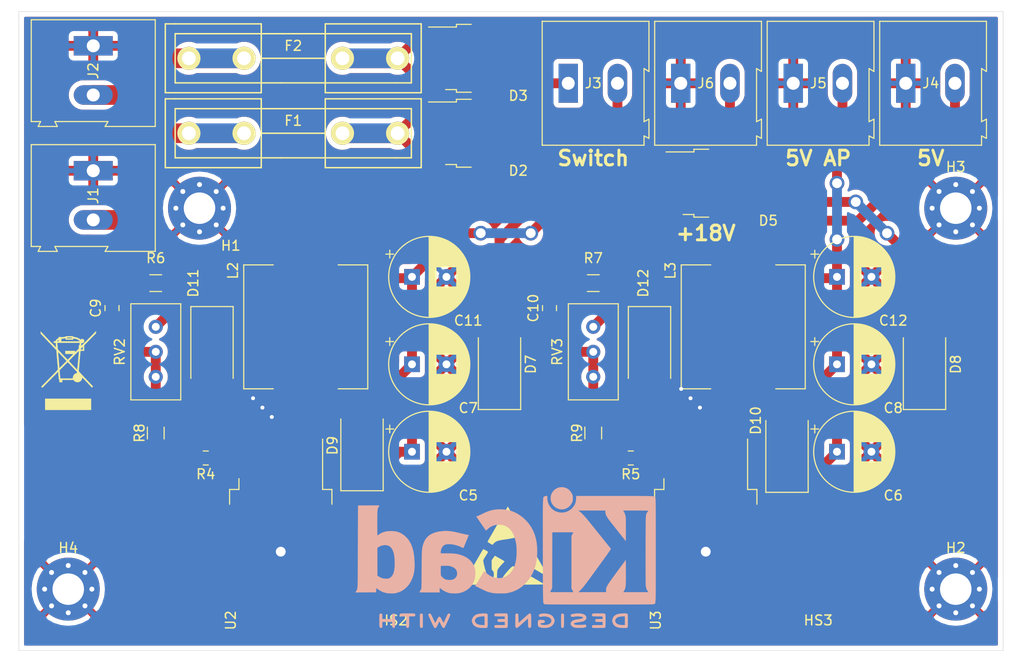
<source format=kicad_pcb>
(kicad_pcb (version 20171130) (host pcbnew 5.1.4)

  (general
    (thickness 1.6)
    (drawings 9)
    (tracks 183)
    (zones 0)
    (modules 48)
    (nets 21)
  )

  (page A4)
  (layers
    (0 F.Cu signal)
    (31 B.Cu signal)
    (32 B.Adhes user)
    (33 F.Adhes user)
    (34 B.Paste user)
    (35 F.Paste user)
    (36 B.SilkS user)
    (37 F.SilkS user)
    (38 B.Mask user)
    (39 F.Mask user)
    (40 Dwgs.User user)
    (41 Cmts.User user)
    (42 Eco1.User user)
    (43 Eco2.User user)
    (44 Edge.Cuts user)
    (45 Margin user)
    (46 B.CrtYd user)
    (47 F.CrtYd user)
    (48 B.Fab user)
    (49 F.Fab user)
  )

  (setup
    (last_trace_width 0.25)
    (user_trace_width 1)
    (user_trace_width 1.5)
    (user_trace_width 2)
    (trace_clearance 0.2)
    (zone_clearance 0.508)
    (zone_45_only no)
    (trace_min 0.2)
    (via_size 0.8)
    (via_drill 0.4)
    (via_min_size 0.4)
    (via_min_drill 0.3)
    (user_via 1.5 1)
    (uvia_size 0.3)
    (uvia_drill 0.1)
    (uvias_allowed no)
    (uvia_min_size 0.2)
    (uvia_min_drill 0.1)
    (edge_width 0.05)
    (segment_width 0.2)
    (pcb_text_width 0.3)
    (pcb_text_size 1.5 1.5)
    (mod_edge_width 0.12)
    (mod_text_size 1 1)
    (mod_text_width 0.15)
    (pad_size 9.4 10.8)
    (pad_drill 0)
    (pad_to_mask_clearance 0.051)
    (solder_mask_min_width 0.25)
    (aux_axis_origin 0 0)
    (visible_elements FFFFFF7F)
    (pcbplotparams
      (layerselection 0x010f0_ffffffff)
      (usegerberextensions false)
      (usegerberattributes false)
      (usegerberadvancedattributes false)
      (creategerberjobfile false)
      (excludeedgelayer true)
      (linewidth 0.100000)
      (plotframeref false)
      (viasonmask true)
      (mode 1)
      (useauxorigin false)
      (hpglpennumber 1)
      (hpglpenspeed 20)
      (hpglpendiameter 15.000000)
      (psnegative false)
      (psa4output false)
      (plotreference true)
      (plotvalue false)
      (plotinvisibletext false)
      (padsonsilk false)
      (subtractmaskfromsilk false)
      (outputformat 1)
      (mirror false)
      (drillshape 0)
      (scaleselection 1)
      (outputdirectory "gerber/"))
  )

  (net 0 "")
  (net 1 GND)
  (net 2 VCCQ)
  (net 3 "Net-(C5-Pad1)")
  (net 4 "Net-(C6-Pad1)")
  (net 5 +5C)
  (net 6 +5F)
  (net 7 "Net-(C9-Pad1)")
  (net 8 "Net-(C10-Pad1)")
  (net 9 VCC)
  (net 10 "Net-(D2-Pad1)")
  (net 11 "Net-(D2-Pad2)")
  (net 12 "Net-(D3-Pad1)")
  (net 13 "Net-(D11-Pad1)")
  (net 14 "Net-(D12-Pad1)")
  (net 15 "Net-(F1-Pad2)")
  (net 16 "Net-(F2-Pad2)")
  (net 17 "Net-(R4-Pad1)")
  (net 18 "Net-(R5-Pad1)")
  (net 19 "Net-(R6-Pad1)")
  (net 20 "Net-(R7-Pad1)")

  (net_class Default "This is the default net class."
    (clearance 0.2)
    (trace_width 0.25)
    (via_dia 0.8)
    (via_drill 0.4)
    (uvia_dia 0.3)
    (uvia_drill 0.1)
    (add_net +5C)
    (add_net +5F)
    (add_net GND)
    (add_net "Net-(C10-Pad1)")
    (add_net "Net-(C5-Pad1)")
    (add_net "Net-(C6-Pad1)")
    (add_net "Net-(C9-Pad1)")
    (add_net "Net-(D11-Pad1)")
    (add_net "Net-(D12-Pad1)")
    (add_net "Net-(D2-Pad1)")
    (add_net "Net-(D2-Pad2)")
    (add_net "Net-(D3-Pad1)")
    (add_net "Net-(F1-Pad2)")
    (add_net "Net-(F2-Pad2)")
    (add_net "Net-(R4-Pad1)")
    (add_net "Net-(R5-Pad1)")
    (add_net "Net-(R6-Pad1)")
    (add_net "Net-(R7-Pad1)")
    (add_net VCC)
    (add_net VCCQ)
  )

  (module Symbol:KiCad-Logo2_12mm_SilkScreen (layer B.Cu) (tedit 0) (tstamp 5D65C801)
    (at 77.47 81.28 180)
    (descr "KiCad Logo")
    (tags "Logo KiCad")
    (attr virtual)
    (fp_text reference REF** (at 0 8.89) (layer B.SilkS) hide
      (effects (font (size 1 1) (thickness 0.15)) (justify mirror))
    )
    (fp_text value KiCad-Logo2_12mm_SilkScreen (at 1.27 -10.16) (layer B.Fab) hide
      (effects (font (size 1 1) (thickness 0.15)) (justify mirror))
    )
    (fp_poly (pts (xy 12.718282 -6.928097) (xy 12.781319 -6.972781) (xy 12.836985 -7.028447) (xy 12.836985 -7.65008)
      (xy 12.836839 -7.834659) (xy 12.83615 -7.979383) (xy 12.834537 -8.089755) (xy 12.83162 -8.171276)
      (xy 12.827022 -8.229449) (xy 12.820361 -8.269777) (xy 12.811258 -8.29776) (xy 12.799334 -8.318903)
      (xy 12.789981 -8.331468) (xy 12.728245 -8.380835) (xy 12.657357 -8.386193) (xy 12.592566 -8.355919)
      (xy 12.571157 -8.338046) (xy 12.556846 -8.314305) (xy 12.548214 -8.276075) (xy 12.543842 -8.214733)
      (xy 12.54231 -8.12166) (xy 12.542163 -8.049758) (xy 12.542163 -7.778902) (xy 11.544306 -7.778902)
      (xy 11.544306 -8.025307) (xy 11.543274 -8.137982) (xy 11.539146 -8.215418) (xy 11.530371 -8.267708)
      (xy 11.515402 -8.304944) (xy 11.497303 -8.331468) (xy 11.435221 -8.380696) (xy 11.365012 -8.386525)
      (xy 11.297799 -8.351535) (xy 11.279448 -8.333193) (xy 11.266488 -8.308877) (xy 11.257939 -8.271001)
      (xy 11.252825 -8.211978) (xy 11.250169 -8.124222) (xy 11.248991 -8.000146) (xy 11.248854 -7.971669)
      (xy 11.247882 -7.737892) (xy 11.247381 -7.545228) (xy 11.247544 -7.389435) (xy 11.248565 -7.266271)
      (xy 11.250637 -7.171493) (xy 11.253953 -7.100859) (xy 11.258707 -7.050126) (xy 11.265091 -7.015052)
      (xy 11.2733 -6.991393) (xy 11.283527 -6.974909) (xy 11.294842 -6.962473) (xy 11.358849 -6.922694)
      (xy 11.425603 -6.928097) (xy 11.48864 -6.972781) (xy 11.514149 -7.00161) (xy 11.530409 -7.033455)
      (xy 11.539481 -7.078808) (xy 11.543426 -7.148166) (xy 11.544305 -7.252022) (xy 11.544306 -7.256264)
      (xy 11.544306 -7.48408) (xy 12.542163 -7.48408) (xy 12.542163 -7.245955) (xy 12.543181 -7.136251)
      (xy 12.547271 -7.062176) (xy 12.555985 -7.014027) (xy 12.570875 -6.982101) (xy 12.58752 -6.962473)
      (xy 12.651527 -6.922694) (xy 12.718282 -6.928097)) (layer B.SilkS) (width 0.01))
    (fp_poly (pts (xy 10.175463 -6.91731) (xy 10.333581 -6.91807) (xy 10.456308 -6.91966) (xy 10.548626 -6.922345)
      (xy 10.615519 -6.92639) (xy 10.661968 -6.93206) (xy 10.692957 -6.93962) (xy 10.713468 -6.949335)
      (xy 10.723394 -6.956803) (xy 10.774911 -7.022165) (xy 10.781143 -7.090028) (xy 10.749307 -7.151677)
      (xy 10.728488 -7.176312) (xy 10.706085 -7.19311) (xy 10.673617 -7.20357) (xy 10.622606 -7.209195)
      (xy 10.54457 -7.211483) (xy 10.43103 -7.211935) (xy 10.408731 -7.211937) (xy 10.115556 -7.211937)
      (xy 10.115556 -7.756223) (xy 10.115363 -7.927782) (xy 10.114486 -8.059789) (xy 10.112478 -8.158045)
      (xy 10.108894 -8.228356) (xy 10.103287 -8.276523) (xy 10.095211 -8.308351) (xy 10.084218 -8.329642)
      (xy 10.070199 -8.345866) (xy 10.004039 -8.385734) (xy 9.934974 -8.382592) (xy 9.87234 -8.337105)
      (xy 9.867738 -8.331468) (xy 9.852757 -8.310158) (xy 9.841343 -8.285225) (xy 9.833014 -8.250609)
      (xy 9.827287 -8.200253) (xy 9.823679 -8.128098) (xy 9.821706 -8.028086) (xy 9.820886 -7.894158)
      (xy 9.820735 -7.741825) (xy 9.820735 -7.211937) (xy 9.540767 -7.211937) (xy 9.420622 -7.211124)
      (xy 9.337445 -7.207956) (xy 9.282863 -7.201339) (xy 9.248506 -7.190179) (xy 9.226 -7.173384)
      (xy 9.223267 -7.170464) (xy 9.190406 -7.10369) (xy 9.193312 -7.0282) (xy 9.231092 -6.962473)
      (xy 9.245702 -6.949724) (xy 9.26454 -6.939615) (xy 9.292628 -6.93184) (xy 9.33499 -6.926095)
      (xy 9.39665 -6.922074) (xy 9.482632 -6.919472) (xy 9.597958 -6.917982) (xy 9.747652 -6.917299)
      (xy 9.936738 -6.917119) (xy 9.976972 -6.917116) (xy 10.175463 -6.91731)) (layer B.SilkS) (width 0.01))
    (fp_poly (pts (xy 8.619647 -6.930797) (xy 8.667285 -6.960469) (xy 8.720824 -7.003823) (xy 8.720824 -7.649785)
      (xy 8.720653 -7.838738) (xy 8.719923 -7.987604) (xy 8.718305 -8.101655) (xy 8.715471 -8.186159)
      (xy 8.711092 -8.246386) (xy 8.704841 -8.287608) (xy 8.696389 -8.315093) (xy 8.685408 -8.334113)
      (xy 8.677621 -8.343485) (xy 8.614463 -8.384654) (xy 8.542543 -8.382975) (xy 8.479542 -8.34787)
      (xy 8.426002 -8.304516) (xy 8.426002 -7.003823) (xy 8.479542 -6.960469) (xy 8.531215 -6.928933)
      (xy 8.573413 -6.917116) (xy 8.619647 -6.930797)) (layer B.SilkS) (width 0.01))
    (fp_poly (pts (xy 7.727785 -6.921068) (xy 7.767139 -6.935132) (xy 7.768658 -6.93582) (xy 7.8221 -6.976604)
      (xy 7.851545 -7.018555) (xy 7.857307 -7.038224) (xy 7.857022 -7.06436) (xy 7.848915 -7.101591)
      (xy 7.831208 -7.154551) (xy 7.802124 -7.227868) (xy 7.759887 -7.326174) (xy 7.70272 -7.454099)
      (xy 7.628846 -7.616275) (xy 7.588184 -7.704916) (xy 7.514759 -7.863158) (xy 7.445831 -8.00868)
      (xy 7.384032 -8.13616) (xy 7.331991 -8.240279) (xy 7.292341 -8.315716) (xy 7.267711 -8.357151)
      (xy 7.262837 -8.362875) (xy 7.200478 -8.388125) (xy 7.13004 -8.384743) (xy 7.073548 -8.354033)
      (xy 7.071246 -8.351535) (xy 7.048774 -8.317515) (xy 7.011078 -8.251251) (xy 6.962806 -8.161272)
      (xy 6.908608 -8.056109) (xy 6.88913 -8.017356) (xy 6.742102 -7.722863) (xy 6.581843 -8.042772)
      (xy 6.524641 -8.153306) (xy 6.471571 -8.249167) (xy 6.426969 -8.323016) (xy 6.39517 -8.367516)
      (xy 6.384393 -8.376952) (xy 6.300626 -8.389732) (xy 6.231504 -8.362875) (xy 6.211171 -8.334172)
      (xy 6.175986 -8.270381) (xy 6.128819 -8.177779) (xy 6.07254 -8.062643) (xy 6.010019 -7.931249)
      (xy 5.944127 -7.789875) (xy 5.877734 -7.644797) (xy 5.81371 -7.502293) (xy 5.754926 -7.36864)
      (xy 5.704252 -7.250114) (xy 5.664558 -7.152992) (xy 5.638715 -7.083552) (xy 5.629592 -7.04807)
      (xy 5.629685 -7.046785) (xy 5.651881 -7.002137) (xy 5.696246 -6.956663) (xy 5.698859 -6.954685)
      (xy 5.753386 -6.923863) (xy 5.803821 -6.924161) (xy 5.822724 -6.929972) (xy 5.845759 -6.94253)
      (xy 5.87022 -6.967234) (xy 5.899042 -7.009207) (xy 5.93516 -7.073575) (xy 5.981508 -7.165463)
      (xy 6.041019 -7.289994) (xy 6.094687 -7.404946) (xy 6.156432 -7.538195) (xy 6.21176 -7.658023)
      (xy 6.257797 -7.758171) (xy 6.29167 -7.832378) (xy 6.310502 -7.874384) (xy 6.313249 -7.880955)
      (xy 6.325602 -7.870213) (xy 6.353993 -7.825236) (xy 6.394645 -7.752588) (xy 6.443779 -7.658834)
      (xy 6.463331 -7.620152) (xy 6.529565 -7.489535) (xy 6.580644 -7.394411) (xy 6.62076 -7.329252)
      (xy 6.654104 -7.288525) (xy 6.684869 -7.266701) (xy 6.717245 -7.258249) (xy 6.738344 -7.257294)
      (xy 6.775562 -7.260592) (xy 6.808176 -7.274232) (xy 6.840582 -7.303834) (xy 6.877176 -7.355016)
      (xy 6.922354 -7.433398) (xy 6.980512 -7.5446) (xy 7.0126 -7.607858) (xy 7.064648 -7.708675)
      (xy 7.110044 -7.79228) (xy 7.14478 -7.85162) (xy 7.164853 -7.879639) (xy 7.167583 -7.880806)
      (xy 7.180546 -7.858754) (xy 7.209569 -7.801493) (xy 7.251745 -7.715016) (xy 7.304168 -7.605316)
      (xy 7.363931 -7.478386) (xy 7.393329 -7.415339) (xy 7.469808 -7.25263) (xy 7.531392 -7.127429)
      (xy 7.581278 -7.035651) (xy 7.622663 -6.97321) (xy 7.658744 -6.936023) (xy 7.692719 -6.920004)
      (xy 7.727785 -6.921068)) (layer B.SilkS) (width 0.01))
    (fp_poly (pts (xy 2.25073 -6.917534) (xy 2.509841 -6.926295) (xy 2.730226 -6.952863) (xy 2.915519 -6.998828)
      (xy 3.069355 -7.065783) (xy 3.195366 -7.155316) (xy 3.297187 -7.269019) (xy 3.378451 -7.408482)
      (xy 3.38005 -7.411883) (xy 3.428549 -7.536702) (xy 3.445829 -7.647246) (xy 3.431825 -7.758497)
      (xy 3.386468 -7.885433) (xy 3.377866 -7.904749) (xy 3.319206 -8.017806) (xy 3.25328 -8.105165)
      (xy 3.168194 -8.179427) (xy 3.052054 -8.253191) (xy 3.045307 -8.257042) (xy 2.944204 -8.305608)
      (xy 2.829929 -8.341879) (xy 2.695141 -8.367106) (xy 2.532495 -8.382539) (xy 2.334649 -8.389431)
      (xy 2.264747 -8.39003) (xy 1.931884 -8.391223) (xy 1.884881 -8.331468) (xy 1.870938 -8.311819)
      (xy 1.860061 -8.288873) (xy 1.851871 -8.257129) (xy 1.845987 -8.211082) (xy 1.842031 -8.145233)
      (xy 1.840741 -8.096402) (xy 2.155377 -8.096402) (xy 2.34398 -8.096402) (xy 2.454345 -8.093174)
      (xy 2.567641 -8.084681) (xy 2.660625 -8.072703) (xy 2.666238 -8.071694) (xy 2.83139 -8.027388)
      (xy 2.95949 -7.960822) (xy 3.05459 -7.868907) (xy 3.120743 -7.748555) (xy 3.132247 -7.716658)
      (xy 3.143522 -7.66698) (xy 3.13864 -7.6179) (xy 3.114887 -7.552607) (xy 3.100569 -7.520532)
      (xy 3.053682 -7.435297) (xy 2.997191 -7.375499) (xy 2.935035 -7.333857) (xy 2.810532 -7.279668)
      (xy 2.651194 -7.240415) (xy 2.465573 -7.217812) (xy 2.331136 -7.212837) (xy 2.155377 -7.211937)
      (xy 2.155377 -8.096402) (xy 1.840741 -8.096402) (xy 1.839622 -8.054078) (xy 1.838381 -7.932115)
      (xy 1.837928 -7.773841) (xy 1.837877 -7.65008) (xy 1.837877 -7.028447) (xy 1.893543 -6.972781)
      (xy 1.918248 -6.950218) (xy 1.944961 -6.934766) (xy 1.982264 -6.925098) (xy 2.038743 -6.919887)
      (xy 2.122978 -6.917805) (xy 2.243555 -6.917524) (xy 2.25073 -6.917534)) (layer B.SilkS) (width 0.01))
    (fp_poly (pts (xy 0.667763 -6.917503) (xy 0.821162 -6.91934) (xy 0.938715 -6.923634) (xy 1.025176 -6.931395)
      (xy 1.0853 -6.943633) (xy 1.12384 -6.961358) (xy 1.145552 -6.985579) (xy 1.15519 -7.017305)
      (xy 1.157508 -7.057546) (xy 1.15752 -7.062298) (xy 1.155508 -7.107814) (xy 1.145995 -7.142992)
      (xy 1.123771 -7.169251) (xy 1.083622 -7.188012) (xy 1.020336 -7.200696) (xy 0.928702 -7.208722)
      (xy 0.803507 -7.213512) (xy 0.639539 -7.216484) (xy 0.589283 -7.217143) (xy 0.102967 -7.223277)
      (xy 0.096165 -7.353678) (xy 0.089364 -7.48408) (xy 0.427159 -7.48408) (xy 0.559127 -7.484567)
      (xy 0.653357 -7.486626) (xy 0.717465 -7.491155) (xy 0.759064 -7.499053) (xy 0.78577 -7.511218)
      (xy 0.805198 -7.528548) (xy 0.805322 -7.528686) (xy 0.840557 -7.596224) (xy 0.839283 -7.669221)
      (xy 0.802304 -7.731448) (xy 0.794985 -7.737844) (xy 0.76901 -7.754328) (xy 0.733417 -7.765796)
      (xy 0.680273 -7.773111) (xy 0.601648 -7.777138) (xy 0.48961 -7.77874) (xy 0.417954 -7.778902)
      (xy 0.091627 -7.778902) (xy 0.091627 -8.096402) (xy 0.587041 -8.096402) (xy 0.750606 -8.096688)
      (xy 0.874817 -8.097857) (xy 0.965675 -8.100377) (xy 1.02918 -8.104715) (xy 1.071333 -8.111337)
      (xy 1.098136 -8.12071) (xy 1.115589 -8.133302) (xy 1.119987 -8.137875) (xy 1.15246 -8.201249)
      (xy 1.154836 -8.273347) (xy 1.128195 -8.335858) (xy 1.107117 -8.355919) (xy 1.08519 -8.366963)
      (xy 1.051215 -8.375508) (xy 0.999818 -8.381852) (xy 0.925625 -8.386295) (xy 0.823261 -8.389136)
      (xy 0.687353 -8.390675) (xy 0.512525 -8.39121) (xy 0.473 -8.391223) (xy 0.295244 -8.391107)
      (xy 0.157262 -8.390465) (xy 0.053476 -8.388857) (xy -0.021697 -8.385844) (xy -0.073839 -8.380986)
      (xy -0.108529 -8.373844) (xy -0.13135 -8.363977) (xy -0.147883 -8.350946) (xy -0.156953 -8.341589)
      (xy -0.170606 -8.325017) (xy -0.181272 -8.304487) (xy -0.18932 -8.274616) (xy -0.195116 -8.230021)
      (xy -0.199027 -8.165317) (xy -0.201423 -8.07512) (xy -0.20267 -7.954047) (xy -0.203136 -7.796713)
      (xy -0.203194 -7.664291) (xy -0.203051 -7.478735) (xy -0.202374 -7.333065) (xy -0.200788 -7.221811)
      (xy -0.197919 -7.139501) (xy -0.193393 -7.080666) (xy -0.186836 -7.039834) (xy -0.177874 -7.011535)
      (xy -0.166133 -6.990298) (xy -0.156191 -6.976871) (xy -0.109188 -6.917116) (xy 0.473763 -6.917116)
      (xy 0.667763 -6.917503)) (layer B.SilkS) (width 0.01))
    (fp_poly (pts (xy -2.406815 -6.925918) (xy -2.359473 -6.95369) (xy -2.297572 -6.999108) (xy -2.217903 -7.064312)
      (xy -2.11726 -7.15144) (xy -1.992432 -7.262633) (xy -1.840212 -7.40003) (xy -1.665962 -7.557999)
      (xy -1.303105 -7.88705) (xy -1.291765 -7.445388) (xy -1.287671 -7.293357) (xy -1.283722 -7.18014)
      (xy -1.279042 -7.099203) (xy -1.272759 -7.044016) (xy -1.263998 -7.008045) (xy -1.251886 -6.984758)
      (xy -1.235549 -6.967622) (xy -1.226887 -6.960421) (xy -1.157517 -6.922346) (xy -1.091507 -6.927913)
      (xy -1.039144 -6.96044) (xy -0.985605 -7.003765) (xy -0.978946 -7.636482) (xy -0.977103 -7.822564)
      (xy -0.976165 -7.968744) (xy -0.976457 -8.080474) (xy -0.978303 -8.163205) (xy -0.98203 -8.222389)
      (xy -0.98796 -8.263476) (xy -0.99642 -8.291919) (xy -1.007733 -8.313168) (xy -1.02028 -8.330211)
      (xy -1.047424 -8.361818) (xy -1.074433 -8.382769) (xy -1.10505 -8.390811) (xy -1.143023 -8.383688)
      (xy -1.192098 -8.359149) (xy -1.25602 -8.314937) (xy -1.338535 -8.248799) (xy -1.44339 -8.158482)
      (xy -1.574331 -8.041731) (xy -1.722658 -7.907582) (xy -2.255605 -7.424152) (xy -2.266944 -7.86437)
      (xy -2.271045 -8.016124) (xy -2.275005 -8.129077) (xy -2.279701 -8.209775) (xy -2.286013 -8.264764)
      (xy -2.294817 -8.300588) (xy -2.306992 -8.323793) (xy -2.323417 -8.340924) (xy -2.331823 -8.347906)
      (xy -2.406114 -8.386257) (xy -2.476312 -8.380472) (xy -2.537441 -8.331468) (xy -2.551425 -8.311753)
      (xy -2.562324 -8.288729) (xy -2.570521 -8.256872) (xy -2.5764 -8.210658) (xy -2.580344 -8.144563)
      (xy -2.582736 -8.053062) (xy -2.583959 -7.930634) (xy -2.584398 -7.771752) (xy -2.584444 -7.654169)
      (xy -2.584297 -7.470256) (xy -2.583599 -7.326175) (xy -2.581967 -7.216403) (xy -2.579019 -7.135416)
      (xy -2.574369 -7.077691) (xy -2.567637 -7.037704) (xy -2.558437 -7.00993) (xy -2.546386 -6.988846)
      (xy -2.537441 -6.976871) (xy -2.514766 -6.948503) (xy -2.493575 -6.927085) (xy -2.470658 -6.914755)
      (xy -2.442808 -6.913653) (xy -2.406815 -6.925918)) (layer B.SilkS) (width 0.01))
    (fp_poly (pts (xy -3.712553 -6.928229) (xy -3.574908 -6.951325) (xy -3.469194 -6.987228) (xy -3.40042 -7.034501)
      (xy -3.381679 -7.061471) (xy -3.362621 -7.124198) (xy -3.375446 -7.180945) (xy -3.415933 -7.234758)
      (xy -3.478842 -7.259933) (xy -3.570123 -7.257888) (xy -3.640724 -7.244249) (xy -3.797606 -7.218263)
      (xy -3.957934 -7.215793) (xy -4.137389 -7.236886) (xy -4.186958 -7.245823) (xy -4.353823 -7.292869)
      (xy -4.484366 -7.362852) (xy -4.577156 -7.454579) (xy -4.630761 -7.566857) (xy -4.641848 -7.624905)
      (xy -4.634591 -7.742676) (xy -4.587739 -7.846873) (xy -4.505562 -7.935465) (xy -4.392329 -8.006421)
      (xy -4.252309 -8.05771) (xy -4.089771 -8.087302) (xy -3.908985 -8.093166) (xy -3.714218 -8.073271)
      (xy -3.703221 -8.071395) (xy -3.625754 -8.056966) (xy -3.582802 -8.043029) (xy -3.564185 -8.022349)
      (xy -3.559724 -7.987693) (xy -3.559623 -7.969341) (xy -3.559623 -7.892294) (xy -3.697185 -7.892294)
      (xy -3.818662 -7.883973) (xy -3.901561 -7.857455) (xy -3.949794 -7.810412) (xy -3.967276 -7.740513)
      (xy -3.96749 -7.73139) (xy -3.957261 -7.671645) (xy -3.922188 -7.628984) (xy -3.85691 -7.600752)
      (xy -3.75607 -7.584294) (xy -3.658395 -7.578243) (xy -3.516431 -7.574771) (xy -3.413457 -7.580069)
      (xy -3.343227 -7.599616) (xy -3.299494 -7.638896) (xy -3.27601 -7.703389) (xy -3.266529 -7.798577)
      (xy -3.264801 -7.923598) (xy -3.267632 -8.063146) (xy -3.276147 -8.15807) (xy -3.290386 -8.208747)
      (xy -3.293149 -8.212716) (xy -3.37133 -8.276039) (xy -3.485955 -8.326185) (xy -3.62976 -8.362085)
      (xy -3.795476 -8.382667) (xy -3.975838 -8.38686) (xy -4.163578 -8.373592) (xy -4.273998 -8.357295)
      (xy -4.447188 -8.308274) (xy -4.608154 -8.228133) (xy -4.742924 -8.124121) (xy -4.763408 -8.103332)
      (xy -4.829961 -8.015936) (xy -4.890011 -7.907621) (xy -4.936544 -7.794063) (xy -4.962543 -7.69094)
      (xy -4.965676 -7.651334) (xy -4.952336 -7.568717) (xy -4.91688 -7.465926) (xy -4.866111 -7.357729)
      (xy -4.806832 -7.258892) (xy -4.754459 -7.192875) (xy -4.632006 -7.094675) (xy -4.473712 -7.016515)
      (xy -4.285249 -6.960162) (xy -4.07229 -6.927386) (xy -3.877123 -6.919377) (xy -3.712553 -6.928229)) (layer B.SilkS) (width 0.01))
    (fp_poly (pts (xy -5.66873 -6.962473) (xy -5.655509 -6.977687) (xy -5.645139 -6.997314) (xy -5.637273 -7.026611)
      (xy -5.631567 -7.070836) (xy -5.627677 -7.135247) (xy -5.625258 -7.225101) (xy -5.623964 -7.345657)
      (xy -5.623452 -7.502171) (xy -5.623373 -7.654169) (xy -5.623513 -7.842701) (xy -5.624162 -7.991133)
      (xy -5.625666 -8.104724) (xy -5.628369 -8.188732) (xy -5.632616 -8.248413) (xy -5.638752 -8.289025)
      (xy -5.647121 -8.315827) (xy -5.658069 -8.334076) (xy -5.66873 -8.345866) (xy -5.735031 -8.385403)
      (xy -5.805676 -8.381854) (xy -5.868884 -8.338734) (xy -5.883407 -8.3219) (xy -5.894757 -8.302367)
      (xy -5.903325 -8.274738) (xy -5.909502 -8.233612) (xy -5.913678 -8.173591) (xy -5.916245 -8.089274)
      (xy -5.917592 -7.975263) (xy -5.918112 -7.826157) (xy -5.918194 -7.657346) (xy -5.918194 -7.028447)
      (xy -5.862528 -6.972781) (xy -5.793914 -6.925948) (xy -5.727357 -6.924261) (xy -5.66873 -6.962473)) (layer B.SilkS) (width 0.01))
    (fp_poly (pts (xy -7.211346 -6.919696) (xy -7.061048 -6.930203) (xy -6.921263 -6.946614) (xy -6.800117 -6.96831)
      (xy -6.705734 -6.994673) (xy -6.646241 -7.025087) (xy -6.637109 -7.03404) (xy -6.605355 -7.103511)
      (xy -6.614984 -7.174831) (xy -6.664237 -7.23585) (xy -6.666587 -7.237598) (xy -6.695557 -7.256399)
      (xy -6.725799 -7.266285) (xy -6.767981 -7.267486) (xy -6.832772 -7.26023) (xy -6.930841 -7.244747)
      (xy -6.93873 -7.243444) (xy -7.084857 -7.225492) (xy -7.242514 -7.216636) (xy -7.400636 -7.21655)
      (xy -7.54816 -7.224908) (xy -7.67402 -7.241382) (xy -7.767152 -7.265646) (xy -7.773271 -7.268085)
      (xy -7.840835 -7.30594) (xy -7.864573 -7.34425) (xy -7.84599 -7.381927) (xy -7.786591 -7.417883)
      (xy -7.687881 -7.451029) (xy -7.551365 -7.480277) (xy -7.460337 -7.494359) (xy -7.271118 -7.521446)
      (xy -7.120625 -7.546207) (xy -7.002446 -7.570786) (xy -6.910171 -7.597328) (xy -6.83739 -7.627976)
      (xy -6.77769 -7.664875) (xy -6.724662 -7.710168) (xy -6.682049 -7.754646) (xy -6.631494 -7.816618)
      (xy -6.606615 -7.869907) (xy -6.598834 -7.935562) (xy -6.598551 -7.959606) (xy -6.604395 -8.039394)
      (xy -6.627751 -8.098753) (xy -6.668173 -8.151439) (xy -6.750324 -8.231977) (xy -6.841932 -8.293397)
      (xy -6.949804 -8.337702) (xy -7.080745 -8.366895) (xy -7.241564 -8.382979) (xy -7.439066 -8.387956)
      (xy -7.471676 -8.387872) (xy -7.603381 -8.385142) (xy -7.733995 -8.378939) (xy -7.849281 -8.370153)
      (xy -7.935 -8.359673) (xy -7.941933 -8.35847) (xy -8.027159 -8.338281) (xy -8.099447 -8.312778)
      (xy -8.14037 -8.289462) (xy -8.178454 -8.227952) (xy -8.181105 -8.156325) (xy -8.148275 -8.092494)
      (xy -8.14093 -8.085276) (xy -8.110568 -8.06383) (xy -8.072598 -8.05459) (xy -8.013832 -8.056163)
      (xy -7.942492 -8.064336) (xy -7.862777 -8.071637) (xy -7.751029 -8.077797) (xy -7.620572 -8.082267)
      (xy -7.484726 -8.084499) (xy -7.448998 -8.084646) (xy -7.312646 -8.084096) (xy -7.212856 -8.081449)
      (xy -7.140848 -8.075786) (xy -7.08784 -8.066189) (xy -7.045053 -8.05174) (xy -7.01934 -8.039705)
      (xy -6.962837 -8.006288) (xy -6.926813 -7.976024) (xy -6.921548 -7.967445) (xy -6.932655 -7.932019)
      (xy -6.985457 -7.897724) (xy -7.076296 -7.866117) (xy -7.201512 -7.838754) (xy -7.238404 -7.832659)
      (xy -7.431098 -7.802393) (xy -7.584884 -7.777096) (xy -7.705697 -7.754929) (xy -7.799475 -7.734053)
      (xy -7.872151 -7.71263) (xy -7.929663 -7.688822) (xy -7.977945 -7.660791) (xy -8.022933 -7.626698)
      (xy -8.070563 -7.584705) (xy -8.086591 -7.569982) (xy -8.142786 -7.515037) (xy -8.172532 -7.471504)
      (xy -8.184169 -7.421688) (xy -8.186051 -7.358912) (xy -8.165331 -7.235808) (xy -8.103409 -7.131214)
      (xy -8.000639 -7.045468) (xy -7.857378 -6.978907) (xy -7.755158 -6.949052) (xy -7.644063 -6.92977)
      (xy -7.510979 -6.918862) (xy -7.364032 -6.91571) (xy -7.211346 -6.919696)) (layer B.SilkS) (width 0.01))
    (fp_poly (pts (xy -9.262646 -6.917275) (xy -9.12321 -6.918023) (xy -9.017963 -6.919763) (xy -8.941324 -6.9229)
      (xy -8.88771 -6.927836) (xy -8.851537 -6.934976) (xy -8.827221 -6.944724) (xy -8.809181 -6.957484)
      (xy -8.802649 -6.963356) (xy -8.762922 -7.02575) (xy -8.755769 -7.097441) (xy -8.781903 -7.161087)
      (xy -8.793987 -7.17395) (xy -8.813532 -7.186421) (xy -8.845003 -7.196043) (xy -8.894236 -7.203282)
      (xy -8.967066 -7.208606) (xy -9.069329 -7.212485) (xy -9.206862 -7.215387) (xy -9.332603 -7.217152)
      (xy -9.830248 -7.223277) (xy -9.837049 -7.353678) (xy -9.84385 -7.48408) (xy -9.506055 -7.48408)
      (xy -9.359406 -7.485345) (xy -9.252044 -7.490637) (xy -9.177937 -7.502201) (xy -9.131049 -7.522281)
      (xy -9.105347 -7.553121) (xy -9.094796 -7.596967) (xy -9.093194 -7.63766) (xy -9.098173 -7.687591)
      (xy -9.116964 -7.724383) (xy -9.155347 -7.749958) (xy -9.2191 -7.766239) (xy -9.314004 -7.775149)
      (xy -9.445838 -7.77861) (xy -9.517794 -7.778902) (xy -9.841587 -7.778902) (xy -9.841587 -8.096402)
      (xy -9.342658 -8.096402) (xy -9.179113 -8.096629) (xy -9.054817 -8.097652) (xy -8.963666 -8.099979)
      (xy -8.899552 -8.104118) (xy -8.85637 -8.11058) (xy -8.828013 -8.119871) (xy -8.808375 -8.132502)
      (xy -8.798373 -8.141759) (xy -8.764062 -8.195786) (xy -8.753015 -8.243812) (xy -8.768789 -8.302474)
      (xy -8.798373 -8.345866) (xy -8.814156 -8.359526) (xy -8.834531 -8.370133) (xy -8.864978 -8.378071)
      (xy -8.910977 -8.383726) (xy -8.97801 -8.387482) (xy -9.071558 -8.389723) (xy -9.1971 -8.390834)
      (xy -9.360118 -8.391199) (xy -9.444712 -8.391223) (xy -9.625868 -8.391063) (xy -9.767148 -8.390325)
      (xy -9.874032 -8.388627) (xy -9.952002 -8.385582) (xy -10.006539 -8.380806) (xy -10.043122 -8.373915)
      (xy -10.067233 -8.364524) (xy -10.084353 -8.352248) (xy -10.091051 -8.345866) (xy -10.104308 -8.330605)
      (xy -10.114699 -8.310916) (xy -10.122571 -8.281524) (xy -10.128273 -8.237153) (xy -10.132152 -8.172526)
      (xy -10.134557 -8.082367) (xy -10.135836 -7.961401) (xy -10.136335 -7.804351) (xy -10.136408 -7.658123)
      (xy -10.136341 -7.470857) (xy -10.13587 -7.323651) (xy -10.134593 -7.211205) (xy -10.132109 -7.128222)
      (xy -10.128016 -7.069403) (xy -10.121911 -7.02945) (xy -10.113392 -7.003064) (xy -10.102058 -6.984948)
      (xy -10.087505 -6.969803) (xy -10.08392 -6.966426) (xy -10.066521 -6.951478) (xy -10.046305 -6.939903)
      (xy -10.017664 -6.931268) (xy -9.974989 -6.925145) (xy -9.912675 -6.921102) (xy -9.825112 -6.918709)
      (xy -9.706693 -6.917534) (xy -9.551811 -6.917148) (xy -9.441857 -6.917116) (xy -9.262646 -6.917275)) (layer B.SilkS) (width 0.01))
    (fp_poly (pts (xy -12.092377 -6.917114) (xy -12.01306 -6.91792) (xy -11.780649 -6.923528) (xy -11.586006 -6.940185)
      (xy -11.422496 -6.96968) (xy -11.283486 -7.013797) (xy -11.162341 -7.074325) (xy -11.052429 -7.15305)
      (xy -11.013171 -7.187248) (xy -10.948049 -7.267265) (xy -10.889328 -7.375846) (xy -10.844069 -7.496203)
      (xy -10.819335 -7.611547) (xy -10.816765 -7.654169) (xy -10.83287 -7.772322) (xy -10.876027 -7.901382)
      (xy -10.938504 -8.023542) (xy -11.012567 -8.120992) (xy -11.024597 -8.13275) (xy -11.126499 -8.215394)
      (xy -11.238088 -8.279909) (xy -11.365798 -8.327983) (xy -11.516062 -8.361307) (xy -11.695314 -8.381572)
      (xy -11.909987 -8.390469) (xy -12.008317 -8.391223) (xy -12.13334 -8.390621) (xy -12.221262 -8.388104)
      (xy -12.280333 -8.382604) (xy -12.3188 -8.373055) (xy -12.344912 -8.358389) (xy -12.358908 -8.345866)
      (xy -12.372129 -8.330652) (xy -12.3825 -8.311025) (xy -12.390365 -8.281728) (xy -12.396071 -8.237503)
      (xy -12.399961 -8.173092) (xy -12.40238 -8.083237) (xy -12.403674 -7.962682) (xy -12.404186 -7.806167)
      (xy -12.404265 -7.654169) (xy -12.404765 -7.45144) (xy -12.404657 -7.289491) (xy -12.402728 -7.211937)
      (xy -12.109444 -7.211937) (xy -12.109444 -8.096402) (xy -11.922346 -8.09623) (xy -11.809764 -8.093001)
      (xy -11.691852 -8.084683) (xy -11.593473 -8.073048) (xy -11.59048 -8.072569) (xy -11.43148 -8.034127)
      (xy -11.308154 -7.974256) (xy -11.214343 -7.889058) (xy -11.154737 -7.796814) (xy -11.11801 -7.694489)
      (xy -11.120858 -7.598409) (xy -11.163482 -7.495419) (xy -11.246854 -7.388876) (xy -11.362386 -7.309927)
      (xy -11.512557 -7.257156) (xy -11.612919 -7.238481) (xy -11.726843 -7.225366) (xy -11.847585 -7.215873)
      (xy -11.950281 -7.211927) (xy -11.956364 -7.211908) (xy -12.109444 -7.211937) (xy -12.402728 -7.211937)
      (xy -12.401529 -7.163782) (xy -12.392966 -7.069771) (xy -12.376558 -7.00292) (xy -12.34989 -6.958686)
      (xy -12.310551 -6.932529) (xy -12.256128 -6.919909) (xy -12.184207 -6.916284) (xy -12.092377 -6.917114)) (layer B.SilkS) (width 0.01))
    (fp_poly (pts (xy -5.422844 5.895156) (xy -5.217742 5.824043) (xy -5.026785 5.712111) (xy -4.856243 5.559375)
      (xy -4.712387 5.365849) (xy -4.647768 5.243871) (xy -4.591842 5.073257) (xy -4.564735 4.876289)
      (xy -4.567738 4.673795) (xy -4.601067 4.490301) (xy -4.692162 4.266076) (xy -4.824258 4.071578)
      (xy -4.990642 3.910633) (xy -5.184598 3.787067) (xy -5.399414 3.704708) (xy -5.628375 3.667383)
      (xy -5.864767 3.678918) (xy -5.981291 3.70357) (xy -6.208385 3.791909) (xy -6.410081 3.92671)
      (xy -6.581515 4.103817) (xy -6.71782 4.319073) (xy -6.729352 4.342581) (xy -6.769217 4.430795)
      (xy -6.794249 4.50509) (xy -6.807839 4.583465) (xy -6.813382 4.68392) (xy -6.814302 4.793226)
      (xy -6.81278 4.924552) (xy -6.805914 5.019491) (xy -6.79025 5.096247) (xy -6.762333 5.173026)
      (xy -6.727873 5.248777) (xy -6.599338 5.46381) (xy -6.441052 5.63792) (xy -6.259287 5.771124)
      (xy -6.060313 5.863434) (xy -5.8504 5.914866) (xy -5.635821 5.925435) (xy -5.422844 5.895156)) (layer B.SilkS) (width 0.01))
    (fp_poly (pts (xy 13.610967 4.064382) (xy 13.843254 4.063429) (xy 13.922204 4.062948) (xy 15.007849 4.055807)
      (xy 15.021505 -0.109247) (xy 15.023308 -0.674041) (xy 15.024908 -1.186864) (xy 15.026406 -1.650371)
      (xy 15.027906 -2.067214) (xy 15.029509 -2.440045) (xy 15.03132 -2.771519) (xy 15.03344 -3.064286)
      (xy 15.035972 -3.321002) (xy 15.03902 -3.544318) (xy 15.042685 -3.736887) (xy 15.047071 -3.901363)
      (xy 15.05228 -4.040398) (xy 15.058416 -4.156644) (xy 15.06558 -4.252756) (xy 15.073875 -4.331386)
      (xy 15.083405 -4.395187) (xy 15.094272 -4.446811) (xy 15.106579 -4.488912) (xy 15.120428 -4.524143)
      (xy 15.135923 -4.555156) (xy 15.153165 -4.584604) (xy 15.172258 -4.615141) (xy 15.193305 -4.649418)
      (xy 15.197619 -4.65672) (xy 15.269996 -4.780221) (xy 14.223976 -4.773068) (xy 13.177956 -4.765914)
      (xy 13.164301 -4.536142) (xy 13.156865 -4.425873) (xy 13.149117 -4.362122) (xy 13.138603 -4.336827)
      (xy 13.122872 -4.341922) (xy 13.109677 -4.356498) (xy 13.052197 -4.409591) (xy 12.958513 -4.477837)
      (xy 12.841825 -4.55308) (xy 12.715331 -4.627167) (xy 12.592231 -4.691943) (xy 12.497713 -4.734561)
      (xy 12.276274 -4.804595) (xy 12.022207 -4.854204) (xy 11.754266 -4.881494) (xy 11.491211 -4.884569)
      (xy 11.251795 -4.861532) (xy 11.247853 -4.860873) (xy 10.920253 -4.778669) (xy 10.613587 -4.6477)
      (xy 10.330814 -4.47078) (xy 10.074892 -4.250726) (xy 9.848778 -3.990351) (xy 9.65543 -3.692472)
      (xy 9.497806 -3.359904) (xy 9.411984 -3.113548) (xy 9.355389 -2.907445) (xy 9.313418 -2.707867)
      (xy 9.284789 -2.50269) (xy 9.268218 -2.279791) (xy 9.262423 -2.027045) (xy 9.264989 -1.820662)
      (xy 11.280325 -1.820662) (xy 11.289862 -2.166732) (xy 11.319946 -2.464467) (xy 11.371503 -2.71651)
      (xy 11.445458 -2.925502) (xy 11.542738 -3.094086) (xy 11.664266 -3.224906) (xy 11.804546 -3.317385)
      (xy 11.87754 -3.351909) (xy 11.940847 -3.372607) (xy 12.011427 -3.382077) (xy 12.106242 -3.382915)
      (xy 12.208387 -3.379228) (xy 12.409261 -3.36151) (xy 12.568134 -3.326813) (xy 12.618064 -3.309433)
      (xy 12.732075 -3.258102) (xy 12.852323 -3.193643) (xy 12.904838 -3.161376) (xy 13.041397 -3.071805)
      (xy 13.041397 -0.232706) (xy 12.891182 -0.142665) (xy 12.681692 -0.040923) (xy 12.467658 0.019249)
      (xy 12.256909 0.038204) (xy 12.057273 0.016299) (xy 11.876577 -0.046113) (xy 11.722649 -0.148676)
      (xy 11.672981 -0.197906) (xy 11.553262 -0.359211) (xy 11.456364 -0.554471) (xy 11.381477 -0.787031)
      (xy 11.327793 -1.060239) (xy 11.2945 -1.377441) (xy 11.280789 -1.741984) (xy 11.280325 -1.820662)
      (xy 9.264989 -1.820662) (xy 9.266058 -1.734756) (xy 9.289082 -1.285158) (xy 9.335378 -0.879628)
      (xy 9.406164 -0.512257) (xy 9.502661 -0.177137) (xy 9.626087 0.131637) (xy 9.670131 0.223178)
      (xy 9.84754 0.521704) (xy 10.06193 0.786993) (xy 10.308259 1.014763) (xy 10.581487 1.200732)
      (xy 10.876574 1.340618) (xy 11.053459 1.398322) (xy 11.227178 1.432578) (xy 11.436205 1.452959)
      (xy 11.663014 1.459475) (xy 11.890084 1.452134) (xy 12.099892 1.430945) (xy 12.268352 1.397705)
      (xy 12.468857 1.332518) (xy 12.663195 1.248693) (xy 12.833224 1.15472) (xy 12.923721 1.090942)
      (xy 12.986144 1.043516) (xy 13.029853 1.014639) (xy 13.039796 1.010538) (xy 13.042879 1.036959)
      (xy 13.045753 1.112661) (xy 13.048355 1.232302) (xy 13.050621 1.390538) (xy 13.052488 1.582027)
      (xy 13.053891 1.801426) (xy 13.054767 2.043393) (xy 13.055053 2.289853) (xy 13.054894 2.605524)
      (xy 13.054108 2.871663) (xy 13.052238 3.093359) (xy 13.048825 3.275704) (xy 13.043409 3.423788)
      (xy 13.035531 3.542701) (xy 13.024733 3.637535) (xy 13.010555 3.71338) (xy 12.992539 3.775326)
      (xy 12.970225 3.828464) (xy 12.943154 3.877885) (xy 12.910867 3.928679) (xy 12.906713 3.934969)
      (xy 12.865071 4.000755) (xy 12.839929 4.045992) (xy 12.836559 4.055534) (xy 12.862903 4.058545)
      (xy 12.938069 4.060994) (xy 13.056257 4.062842) (xy 13.211669 4.064049) (xy 13.398506 4.064576)
      (xy 13.610967 4.064382)) (layer B.SilkS) (width 0.01))
    (fp_poly (pts (xy 6.300951 1.463632) (xy 6.436272 1.453389) (xy 6.823442 1.401878) (xy 7.166321 1.319717)
      (xy 7.46658 1.205778) (xy 7.725888 1.058928) (xy 7.945916 0.878038) (xy 8.128334 0.661978)
      (xy 8.274811 0.409616) (xy 8.381771 0.136559) (xy 8.408921 0.049459) (xy 8.432564 -0.032107)
      (xy 8.452977 -0.112529) (xy 8.470439 -0.196199) (xy 8.48523 -0.287508) (xy 8.497627 -0.390847)
      (xy 8.507911 -0.510609) (xy 8.516358 -0.651183) (xy 8.523248 -0.816962) (xy 8.528861 -1.012336)
      (xy 8.533473 -1.241698) (xy 8.537365 -1.509437) (xy 8.540815 -1.819947) (xy 8.544102 -2.177618)
      (xy 8.546451 -2.458064) (xy 8.562258 -4.383548) (xy 8.664677 -4.568843) (xy 8.713175 -4.658111)
      (xy 8.749266 -4.727448) (xy 8.766483 -4.764354) (xy 8.767096 -4.766854) (xy 8.74078 -4.769715)
      (xy 8.665811 -4.772351) (xy 8.548161 -4.774689) (xy 8.3938 -4.776653) (xy 8.2087 -4.77817)
      (xy 7.998832 -4.779165) (xy 7.770167 -4.779565) (xy 7.742903 -4.77957) (xy 6.718709 -4.77957)
      (xy 6.718709 -4.547419) (xy 6.716963 -4.442507) (xy 6.712302 -4.362271) (xy 6.705596 -4.319251)
      (xy 6.702632 -4.315269) (xy 6.675523 -4.33195) (xy 6.619731 -4.375731) (xy 6.547215 -4.437216)
      (xy 6.545589 -4.438638) (xy 6.413257 -4.53716) (xy 6.246133 -4.636089) (xy 6.0631 -4.725706)
      (xy 5.883043 -4.796293) (xy 5.803763 -4.820414) (xy 5.645991 -4.851051) (xy 5.452397 -4.870602)
      (xy 5.240704 -4.878787) (xy 5.028632 -4.875327) (xy 4.833904 -4.859945) (xy 4.697634 -4.837811)
      (xy 4.363454 -4.739676) (xy 4.062603 -4.599819) (xy 3.797039 -4.419974) (xy 3.568721 -4.201876)
      (xy 3.379606 -3.947261) (xy 3.231653 -3.657864) (xy 3.167825 -3.482258) (xy 3.127823 -3.311576)
      (xy 3.101313 -3.106678) (xy 3.089047 -2.886464) (xy 3.08945 -2.85442) (xy 4.936612 -2.85442)
      (xy 4.95193 -3.018053) (xy 5.002935 -3.154042) (xy 5.097204 -3.280208) (xy 5.133411 -3.317203)
      (xy 5.26212 -3.417221) (xy 5.410885 -3.481294) (xy 5.589113 -3.512309) (xy 5.776798 -3.514593)
      (xy 5.954814 -3.499514) (xy 6.091112 -3.470021) (xy 6.150306 -3.447869) (xy 6.256995 -3.387496)
      (xy 6.370037 -3.302589) (xy 6.473175 -3.207295) (xy 6.550151 -3.11576) (xy 6.570591 -3.082181)
      (xy 6.586481 -3.035157) (xy 6.597778 -2.960333) (xy 6.605009 -2.85056) (xy 6.6087 -2.698692)
      (xy 6.609462 -2.554155) (xy 6.608946 -2.385644) (xy 6.60686 -2.263799) (xy 6.602402 -2.180666)
      (xy 6.594765 -2.128292) (xy 6.583146 -2.098726) (xy 6.56674 -2.084013) (xy 6.561666 -2.08167)
      (xy 6.51757 -2.074453) (xy 6.4306 -2.06855) (xy 6.3125 -2.064493) (xy 6.175014 -2.062815)
      (xy 6.145161 -2.062813) (xy 5.961386 -2.065746) (xy 5.819407 -2.074469) (xy 5.706591 -2.090177)
      (xy 5.613402 -2.113118) (xy 5.382246 -2.200535) (xy 5.200973 -2.30801) (xy 5.068014 -2.437262)
      (xy 4.981801 -2.59001) (xy 4.940762 -2.767972) (xy 4.936612 -2.85442) (xy 3.08945 -2.85442)
      (xy 3.091776 -2.669834) (xy 3.110252 -2.475689) (xy 3.124664 -2.397252) (xy 3.21669 -2.106017)
      (xy 3.356623 -1.838054) (xy 3.541823 -1.595932) (xy 3.769648 -1.382221) (xy 4.037457 -1.199492)
      (xy 4.342607 -1.050314) (xy 4.602043 -0.959727) (xy 4.775434 -0.912136) (xy 4.941282 -0.875155)
      (xy 5.110329 -0.847585) (xy 5.293317 -0.828224) (xy 5.500989 -0.815871) (xy 5.744087 -0.809326)
      (xy 5.963872 -0.807483) (xy 6.615594 -0.805699) (xy 6.603109 -0.609798) (xy 6.567657 -0.397243)
      (xy 6.492241 -0.214543) (xy 6.380073 -0.066262) (xy 6.234364 0.04304) (xy 6.106064 0.096376)
      (xy 5.922235 0.12999) (xy 5.703394 0.134817) (xy 5.4598 0.112637) (xy 5.20171 0.065228)
      (xy 4.939385 -0.005629) (xy 4.683082 -0.098155) (xy 4.496824 -0.182778) (xy 4.407211 -0.226231)
      (xy 4.338858 -0.25658) (xy 4.304097 -0.268423) (xy 4.302211 -0.268043) (xy 4.290215 -0.241518)
      (xy 4.260262 -0.17121) (xy 4.21517 -0.063855) (xy 4.157757 0.07381) (xy 4.090842 0.235051)
      (xy 4.022824 0.399605) (xy 3.750897 1.058672) (xy 3.944319 1.090441) (xy 4.028154 1.106381)
      (xy 4.154183 1.133153) (xy 4.311608 1.168327) (xy 4.489633 1.209472) (xy 4.677463 1.254158)
      (xy 4.752258 1.272317) (xy 5.075838 1.347369) (xy 5.359132 1.403638) (xy 5.612715 1.442262)
      (xy 5.847162 1.464377) (xy 6.073049 1.471122) (xy 6.300951 1.463632)) (layer B.SilkS) (width 0.01))
    (fp_poly (pts (xy 0.875193 3.659223) (xy 1.169706 3.626981) (xy 1.455039 3.569271) (xy 1.7428 3.483083)
      (xy 2.044596 3.365407) (xy 2.372034 3.213233) (xy 2.431001 3.183757) (xy 2.566324 3.11709)
      (xy 2.693951 3.057061) (xy 2.801287 3.009401) (xy 2.875736 2.979845) (xy 2.887173 2.976124)
      (xy 2.996774 2.943286) (xy 2.506155 2.229547) (xy 2.386206 2.055105) (xy 2.276539 1.89573)
      (xy 2.180883 1.756832) (xy 2.102969 1.643822) (xy 2.046525 1.56211) (xy 2.015281 1.517109)
      (xy 2.010205 1.509982) (xy 1.989588 1.524883) (xy 1.938839 1.56968) (xy 1.867034 1.636235)
      (xy 1.827406 1.673853) (xy 1.602882 1.852432) (xy 1.350726 1.988132) (xy 1.13344 2.062463)
      (xy 1.003007 2.085807) (xy 0.839693 2.100033) (xy 0.662707 2.104876) (xy 0.491256 2.100074)
      (xy 0.344548 2.085362) (xy 0.286007 2.074095) (xy 0.022147 1.983315) (xy -0.215622 1.844704)
      (xy -0.427124 1.658515) (xy -0.612184 1.425001) (xy -0.770625 1.144416) (xy -0.902271 0.817013)
      (xy -1.006946 0.443045) (xy -1.069155 0.122903) (xy -1.085386 -0.018426) (xy -1.096444 -0.201004)
      (xy -1.102437 -0.411709) (xy -1.103473 -0.637422) (xy -1.099657 -0.865022) (xy -1.091097 -1.081389)
      (xy -1.077899 -1.273402) (xy -1.06017 -1.427943) (xy -1.056333 -1.451786) (xy -0.971749 -1.83586)
      (xy -0.856505 -2.175783) (xy -0.709897 -2.473078) (xy -0.531226 -2.729268) (xy -0.4044 -2.867775)
      (xy -0.176475 -3.055828) (xy 0.073488 -3.19522) (xy 0.34127 -3.285195) (xy 0.622656 -3.324994)
      (xy 0.913429 -3.313857) (xy 1.209373 -3.251026) (xy 1.38434 -3.189547) (xy 1.626466 -3.066436)
      (xy 1.87602 -2.889837) (xy 2.015809 -2.770412) (xy 2.094301 -2.701291) (xy 2.15597 -2.650579)
      (xy 2.191072 -2.626144) (xy 2.19543 -2.625398) (xy 2.211097 -2.650367) (xy 2.251692 -2.716348)
      (xy 2.313757 -2.817685) (xy 2.393833 -2.948721) (xy 2.488462 -3.1038) (xy 2.594186 -3.277265)
      (xy 2.653033 -3.373896) (xy 3.102526 -4.112201) (xy 2.541317 -4.389549) (xy 2.338404 -4.489172)
      (xy 2.174027 -4.567729) (xy 2.038139 -4.629122) (xy 1.920691 -4.677253) (xy 1.811636 -4.716023)
      (xy 1.700926 -4.749333) (xy 1.578513 -4.781086) (xy 1.461182 -4.808969) (xy 1.356895 -4.830546)
      (xy 1.247832 -4.846851) (xy 1.123073 -4.858791) (xy 0.971703 -4.86727) (xy 0.782801 -4.873192)
      (xy 0.655483 -4.875749) (xy 0.473823 -4.877494) (xy 0.299633 -4.876614) (xy 0.144443 -4.87336)
      (xy 0.019777 -4.867984) (xy -0.062834 -4.860735) (xy -0.06773 -4.860012) (xy -0.496709 -4.767205)
      (xy -0.899551 -4.626449) (xy -1.276112 -4.437839) (xy -1.626252 -4.201466) (xy -1.949828 -3.917424)
      (xy -2.2467 -3.585805) (xy -2.461701 -3.291075) (xy -2.690589 -2.905298) (xy -2.875611 -2.497895)
      (xy -3.017662 -2.0656) (xy -3.117636 -1.605146) (xy -3.176428 -1.113267) (xy -3.194951 -0.613799)
      (xy -3.179717 -0.130634) (xy -3.131844 0.315158) (xy -3.049811 0.731095) (xy -2.932097 1.124696)
      (xy -2.777181 1.503482) (xy -2.758683 1.542725) (xy -2.554894 1.90956) (xy -2.304598 2.25864)
      (xy -2.014885 2.58274) (xy -1.692846 2.874634) (xy -1.345574 3.127096) (xy -1.021987 3.312286)
      (xy -0.695096 3.45733) (xy -0.367511 3.562397) (xy -0.026552 3.630347) (xy 0.340465 3.66404)
      (xy 0.559892 3.669008) (xy 0.875193 3.659223)) (layer B.SilkS) (width 0.01))
    (fp_poly (pts (xy -11.847446 5.025459) (xy -11.321244 5.025387) (xy -11.076303 5.025377) (xy -7.155699 5.025377)
      (xy -7.155699 4.794266) (xy -7.131032 4.513024) (xy -7.056584 4.253641) (xy -6.931686 4.014576)
      (xy -6.75567 3.794286) (xy -6.696118 3.73479) (xy -6.481895 3.566029) (xy -6.24569 3.442948)
      (xy -5.994517 3.36549) (xy -5.735393 3.333601) (xy -5.475333 3.347224) (xy -5.221353 3.406303)
      (xy -4.980469 3.510783) (xy -4.759696 3.660607) (xy -4.660543 3.750999) (xy -4.475773 3.972624)
      (xy -4.340284 4.216339) (xy -4.255256 4.479357) (xy -4.221872 4.758894) (xy -4.221428 4.786394)
      (xy -4.219678 5.025368) (xy -4.114645 5.025372) (xy -4.02147 5.012727) (xy -3.936356 4.98196)
      (xy -3.930731 4.978781) (xy -3.911508 4.968806) (xy -3.893855 4.961038) (xy -3.877708 4.953213)
      (xy -3.863005 4.94307) (xy -3.849681 4.928345) (xy -3.837672 4.906775) (xy -3.826915 4.876099)
      (xy -3.817346 4.834053) (xy -3.808901 4.778374) (xy -3.801516 4.706801) (xy -3.795127 4.61707)
      (xy -3.789671 4.506918) (xy -3.785084 4.374084) (xy -3.781302 4.216304) (xy -3.77826 4.031316)
      (xy -3.775897 3.816856) (xy -3.774147 3.570663) (xy -3.772947 3.290473) (xy -3.772232 2.974025)
      (xy -3.77194 2.619054) (xy -3.772007 2.2233) (xy -3.772368 1.784498) (xy -3.77296 1.300386)
      (xy -3.773719 0.768702) (xy -3.774581 0.187183) (xy -3.775482 -0.446433) (xy -3.775587 -0.523629)
      (xy -3.776395 -1.161287) (xy -3.777081 -1.746582) (xy -3.777717 -2.281778) (xy -3.778376 -2.769136)
      (xy -3.779131 -3.210917) (xy -3.780053 -3.609382) (xy -3.781216 -3.966795) (xy -3.782693 -4.285415)
      (xy -3.784555 -4.567506) (xy -3.786876 -4.815328) (xy -3.789729 -5.031143) (xy -3.793185 -5.217213)
      (xy -3.797318 -5.3758) (xy -3.8022 -5.509164) (xy -3.807904 -5.619569) (xy -3.814502 -5.709275)
      (xy -3.822068 -5.780544) (xy -3.830673 -5.835638) (xy -3.84039 -5.876818) (xy -3.851293 -5.906346)
      (xy -3.863453 -5.926484) (xy -3.876943 -5.939493) (xy -3.891837 -5.947636) (xy -3.908206 -5.953173)
      (xy -3.926123 -5.958366) (xy -3.945661 -5.965477) (xy -3.950434 -5.967642) (xy -3.965434 -5.972506)
      (xy -3.990541 -5.976976) (xy -4.027946 -5.981066) (xy -4.079842 -5.984793) (xy -4.14842 -5.988173)
      (xy -4.235873 -5.991221) (xy -4.344394 -5.993954) (xy -4.476174 -5.996387) (xy -4.633406 -5.998537)
      (xy -4.818281 -6.000419) (xy -5.032993 -6.002049) (xy -5.279734 -6.003443) (xy -5.560694 -6.004617)
      (xy -5.878068 -6.005587) (xy -6.234047 -6.006369) (xy -6.630822 -6.006979) (xy -7.070588 -6.007432)
      (xy -7.555535 -6.007745) (xy -8.087856 -6.007934) (xy -8.669743 -6.008013) (xy -9.303389 -6.008)
      (xy -9.508644 -6.00798) (xy -10.156347 -6.007876) (xy -10.751644 -6.007706) (xy -11.296755 -6.007453)
      (xy -11.793897 -6.007098) (xy -12.24529 -6.006626) (xy -12.653151 -6.006018) (xy -13.0197 -6.005258)
      (xy -13.347154 -6.004327) (xy -13.637732 -6.003209) (xy -13.893652 -6.001886) (xy -14.117133 -6.000341)
      (xy -14.310394 -5.998557) (xy -14.475652 -5.996516) (xy -14.615127 -5.994201) (xy -14.731037 -5.991594)
      (xy -14.8256 -5.988678) (xy -14.901034 -5.985436) (xy -14.959558 -5.981851) (xy -15.003391 -5.977905)
      (xy -15.034752 -5.973581) (xy -15.055857 -5.968862) (xy -15.067363 -5.96454) (xy -15.087812 -5.955916)
      (xy -15.106587 -5.949557) (xy -15.12376 -5.943203) (xy -15.139402 -5.934597) (xy -15.153584 -5.92148)
      (xy -15.166377 -5.901594) (xy -15.177852 -5.872679) (xy -15.18808 -5.832479) (xy -15.197133 -5.778733)
      (xy -15.20508 -5.709185) (xy -15.211994 -5.621574) (xy -15.217945 -5.513644) (xy -15.223005 -5.383135)
      (xy -15.227245 -5.227789) (xy -15.230735 -5.045348) (xy -15.233547 -4.833553) (xy -15.234283 -4.752258)
      (xy -14.505361 -4.752258) (xy -11.928987 -4.752258) (xy -11.978561 -4.67715) (xy -12.027878 -4.599968)
      (xy -12.06964 -4.526469) (xy -12.104441 -4.451512) (xy -12.132877 -4.369953) (xy -12.15554 -4.276648)
      (xy -12.173025 -4.166453) (xy -12.185926 -4.034225) (xy -12.194837 -3.87482) (xy -12.200352 -3.683095)
      (xy -12.203064 -3.453907) (xy -12.203569 -3.182112) (xy -12.202459 -2.862566) (xy -12.20183 -2.743932)
      (xy -12.194732 -1.472123) (xy -11.389033 -2.56901) (xy -11.160779 -2.880183) (xy -10.963025 -3.151143)
      (xy -10.793635 -3.385478) (xy -10.650473 -3.58678) (xy -10.531405 -3.758637) (xy -10.434295 -3.90464)
      (xy -10.357007 -4.028378) (xy -10.297407 -4.133441) (xy -10.253359 -4.22342) (xy -10.222728 -4.301903)
      (xy -10.203378 -4.37248) (xy -10.193175 -4.438742) (xy -10.189983 -4.504277) (xy -10.191667 -4.572677)
      (xy -10.192097 -4.581274) (xy -10.200968 -4.752372) (xy -8.789236 -4.752315) (xy -7.377505 -4.752258)
      (xy -7.587516 -4.5405) (xy -7.644504 -4.482582) (xy -7.698566 -4.426225) (xy -7.752076 -4.368322)
      (xy -7.807404 -4.305764) (xy -7.866925 -4.235443) (xy -7.933011 -4.154251) (xy -8.008034 -4.059081)
      (xy -8.094367 -3.946823) (xy -8.194383 -3.81437) (xy -8.310454 -3.658614) (xy -8.444952 -3.476446)
      (xy -8.600251 -3.26476) (xy -8.778722 -3.020446) (xy -8.98274 -2.740397) (xy -9.214675 -2.421504)
      (xy -9.404782 -2.15992) (xy -9.643372 -1.831292) (xy -9.851508 -1.543957) (xy -10.031075 -1.295187)
      (xy -10.183957 -1.082254) (xy -10.312041 -0.90243) (xy -10.417212 -0.752986) (xy -10.501355 -0.631196)
      (xy -10.566357 -0.534331) (xy -10.614103 -0.459662) (xy -10.646477 -0.404463) (xy -10.665366 -0.366004)
      (xy -10.672655 -0.341559) (xy -10.670464 -0.328706) (xy -10.643913 -0.294504) (xy -10.586508 -0.222108)
      (xy -10.501713 -0.11582) (xy -10.392992 0.020055) (xy -10.263808 0.181216) (xy -10.117626 0.363357)
      (xy -9.957909 0.562178) (xy -9.788121 0.773373) (xy -9.611726 0.992641) (xy -9.432187 1.215677)
      (xy -9.333435 1.33828) (xy -6.881548 1.33828) (xy -6.677742 0.96957) (xy -6.677742 -4.383548)
      (xy -6.881548 -4.752258) (xy -5.676111 -4.752258) (xy -5.388341 -4.752174) (xy -5.150647 -4.751797)
      (xy -4.958482 -4.750935) (xy -4.807298 -4.7494) (xy -4.692548 -4.747) (xy -4.609685 -4.743546)
      (xy -4.554162 -4.738849) (xy -4.52143 -4.732717) (xy -4.506943 -4.724961) (xy -4.506153 -4.715391)
      (xy -4.514513 -4.703817) (xy -4.514599 -4.703721) (xy -4.549036 -4.653907) (xy -4.594637 -4.57291)
      (xy -4.634908 -4.492055) (xy -4.711291 -4.328925) (xy -4.719081 -1.495322) (xy -4.726871 1.33828)
      (xy -6.881548 1.33828) (xy -9.333435 1.33828) (xy -9.252969 1.438179) (xy -9.077536 1.655843)
      (xy -8.90935 1.864367) (xy -8.751877 2.059446) (xy -8.608579 2.236779) (xy -8.482921 2.392061)
      (xy -8.378366 2.52099) (xy -8.298379 2.619262) (xy -8.251398 2.676559) (xy -8.068963 2.89082)
      (xy -7.893452 3.08417) (xy -7.731016 3.25028) (xy -7.587805 3.38282) (xy -7.486171 3.464079)
      (xy -7.365998 3.550538) (xy -10.12984 3.550538) (xy -10.129064 3.388354) (xy -10.136788 3.269117)
      (xy -10.165828 3.158574) (xy -10.210782 3.053784) (xy -10.240004 2.994584) (xy -10.271423 2.935926)
      (xy -10.307909 2.873914) (xy -10.352331 2.804655) (xy -10.407561 2.724254) (xy -10.476469 2.628819)
      (xy -10.561923 2.514453) (xy -10.666796 2.377265) (xy -10.793955 2.213358) (xy -10.946273 2.01884)
      (xy -11.126618 1.789815) (xy -11.337862 1.522391) (xy -11.361721 1.492217) (xy -12.194732 0.438805)
      (xy -12.202796 1.605478) (xy -12.20442 1.954931) (xy -12.204074 2.25077) (xy -12.201742 2.49397)
      (xy -12.197407 2.685507) (xy -12.191051 2.826356) (xy -12.182659 2.917492) (xy -12.179838 2.93478)
      (xy -12.135584 3.116883) (xy -12.077602 3.28105) (xy -12.011437 3.413046) (xy -11.971687 3.469028)
      (xy -11.903102 3.550538) (xy -13.204453 3.550538) (xy -13.514885 3.550272) (xy -13.774477 3.549409)
      (xy -13.987014 3.547846) (xy -14.156276 3.545483) (xy -14.286048 3.54222) (xy -14.380111 3.537955)
      (xy -14.442248 3.532587) (xy -14.476241 3.526017) (xy -14.485874 3.518142) (xy -14.485208 3.516398)
      (xy -14.45762 3.474757) (xy -14.411564 3.408752) (xy -14.387735 3.375369) (xy -14.363099 3.342056)
      (xy -14.340955 3.312266) (xy -14.321164 3.283067) (xy -14.303586 3.251526) (xy -14.288081 3.214714)
      (xy -14.274511 3.169697) (xy -14.262736 3.113545) (xy -14.252616 3.043325) (xy -14.244013 2.956106)
      (xy -14.236786 2.848957) (xy -14.230796 2.718945) (xy -14.225904 2.563139) (xy -14.221971 2.378607)
      (xy -14.218857 2.162419) (xy -14.216422 1.911641) (xy -14.214527 1.623342) (xy -14.213033 1.294591)
      (xy -14.211801 0.922457) (xy -14.21069 0.504006) (xy -14.209562 0.036309) (xy -14.208508 -0.393354)
      (xy -14.207512 -0.872353) (xy -14.206994 -1.329362) (xy -14.206941 -1.761464) (xy -14.207338 -2.165738)
      (xy -14.208172 -2.539265) (xy -14.209429 -2.879127) (xy -14.211094 -3.182404) (xy -14.213156 -3.446177)
      (xy -14.215599 -3.667527) (xy -14.21841 -3.843535) (xy -14.221576 -3.971283) (xy -14.225082 -4.047849)
      (xy -14.225745 -4.055941) (xy -14.249905 -4.241568) (xy -14.287624 -4.390647) (xy -14.345064 -4.52075)
      (xy -14.428389 -4.649452) (xy -14.438811 -4.663494) (xy -14.505361 -4.752258) (xy -15.234283 -4.752258)
      (xy -15.235752 -4.590145) (xy -15.237421 -4.312867) (xy -15.238625 -3.999459) (xy -15.239435 -3.647664)
      (xy -15.239922 -3.255223) (xy -15.240156 -2.819877) (xy -15.240211 -2.339368) (xy -15.240156 -1.811438)
      (xy -15.240062 -1.233828) (xy -15.240002 -0.604279) (xy -15.24 -0.479301) (xy -15.239965 0.156878)
      (xy -15.239847 0.740675) (xy -15.239628 1.274332) (xy -15.239292 1.760091) (xy -15.238822 2.200195)
      (xy -15.238198 2.596884) (xy -15.237406 2.952401) (xy -15.236426 3.268988) (xy -15.235242 3.548887)
      (xy -15.233836 3.794339) (xy -15.23219 4.007587) (xy -15.230288 4.190872) (xy -15.228113 4.346436)
      (xy -15.225645 4.476522) (xy -15.222869 4.583371) (xy -15.219767 4.669225) (xy -15.216321 4.736326)
      (xy -15.212515 4.786916) (xy -15.20833 4.823236) (xy -15.203749 4.84753) (xy -15.198755 4.862038)
      (xy -15.19857 4.8624) (xy -15.188285 4.884563) (xy -15.179718 4.904628) (xy -15.170241 4.922699)
      (xy -15.157226 4.938879) (xy -15.138043 4.953274) (xy -15.110065 4.965986) (xy -15.070663 4.97712)
      (xy -15.017208 4.986779) (xy -14.947071 4.995068) (xy -14.857624 5.00209) (xy -14.746238 5.00795)
      (xy -14.610284 5.01275) (xy -14.447135 5.016596) (xy -14.254161 5.019591) (xy -14.028733 5.021839)
      (xy -13.768224 5.023444) (xy -13.470004 5.024509) (xy -13.131445 5.02514) (xy -12.749918 5.025439)
      (xy -12.322794 5.02551) (xy -11.847446 5.025459)) (layer B.SilkS) (width 0.01))
  )

  (module Symbol:WEEE-Logo_5.6x8mm_SilkScreen (layer F.Cu) (tedit 0) (tstamp 5D65C1AF)
    (at 33.02 63.5)
    (descr "Waste Electrical and Electronic Equipment Directive")
    (tags "Logo WEEE")
    (attr virtual)
    (fp_text reference REF** (at 0 0) (layer F.SilkS) hide
      (effects (font (size 1 1) (thickness 0.15)))
    )
    (fp_text value WEEE-Logo_5.6x8mm_SilkScreen (at 0.75 0) (layer F.Fab) hide
      (effects (font (size 1 1) (thickness 0.15)))
    )
    (fp_poly (pts (xy 2.823256 -3.900663) (xy 2.822433 -3.784934) (xy 2.222115 -3.175) (xy 1.621796 -2.565066)
      (xy 1.621359 -2.285165) (xy 1.620921 -2.005263) (xy 1.255337 -2.005263) (xy 1.245917 -1.934244)
      (xy 1.24235 -1.901873) (xy 1.236338 -1.840913) (xy 1.228201 -1.755002) (xy 1.218262 -1.647774)
      (xy 1.206843 -1.522867) (xy 1.194264 -1.383917) (xy 1.180847 -1.234559) (xy 1.166915 -1.078432)
      (xy 1.152788 -0.91917) (xy 1.138788 -0.76041) (xy 1.125237 -0.605789) (xy 1.112456 -0.458943)
      (xy 1.100767 -0.323507) (xy 1.090492 -0.20312) (xy 1.081952 -0.101416) (xy 1.075469 -0.022033)
      (xy 1.071364 0.031394) (xy 1.069959 0.055229) (xy 1.06996 0.055342) (xy 1.080204 0.074466)
      (xy 1.110974 0.113955) (xy 1.162689 0.174266) (xy 1.235767 0.255861) (xy 1.330627 0.359198)
      (xy 1.447687 0.484738) (xy 1.587367 0.63294) (xy 1.750084 0.804263) (xy 1.795821 0.852237)
      (xy 2.521195 1.612566) (xy 2.462551 1.671052) (xy 2.403908 1.729539) (xy 2.309026 1.62631)
      (xy 2.274315 1.589003) (xy 2.220094 1.531311) (xy 2.149941 1.457013) (xy 2.067432 1.369889)
      (xy 1.976145 1.273718) (xy 1.879658 1.17228) (xy 1.821935 1.111695) (xy 1.713566 0.998197)
      (xy 1.625972 0.907285) (xy 1.55692 0.837307) (xy 1.504176 0.78661) (xy 1.465506 0.75354)
      (xy 1.438677 0.736444) (xy 1.421456 0.733669) (xy 1.411608 0.743563) (xy 1.406901 0.764471)
      (xy 1.405101 0.794741) (xy 1.404859 0.803002) (xy 1.392342 0.859909) (xy 1.361503 0.928693)
      (xy 1.318497 0.998475) (xy 1.26948 1.058378) (xy 1.249866 1.076882) (xy 1.14923 1.141628)
      (xy 1.031673 1.177854) (xy 0.927738 1.186447) (xy 0.809951 1.170239) (xy 0.701169 1.122712)
      (xy 0.60489 1.045511) (xy 0.587125 1.026295) (xy 0.522168 0.9525) (xy -0.601579 0.9525)
      (xy -0.601579 1.186447) (xy -0.902368 1.186447) (xy -0.902368 1.077152) (xy -0.906143 1.002539)
      (xy -0.918825 0.95075) (xy -0.934237 0.92258) (xy -0.94525 0.902424) (xy -0.954679 0.8732)
      (xy -0.963151 0.830575) (xy -0.97129 0.770217) (xy -0.979721 0.687793) (xy -0.989068 0.578972)
      (xy -0.995469 0.498017) (xy -1.024831 0.118732) (xy -1.745659 0.848938) (xy -1.875992 0.981066)
      (xy -2.001108 1.108096) (xy -2.118721 1.227695) (xy -2.226545 1.337528) (xy -2.322295 1.435263)
      (xy -2.403683 1.518566) (xy -2.468423 1.585104) (xy -2.51423 1.632542) (xy -2.538792 1.65852)
      (xy -2.579145 1.699649) (xy -2.612805 1.728335) (xy -2.63091 1.737895) (xy -2.654035 1.726697)
      (xy -2.687743 1.698719) (xy -2.699169 1.687326) (xy -2.747617 1.636757) (xy -2.480881 1.365702)
      (xy -2.412831 1.296652) (xy -2.325085 1.207774) (xy -2.221492 1.102959) (xy -2.1059 0.986097)
      (xy -1.982159 0.861079) (xy -1.854119 0.731795) (xy -1.725628 0.602136) (xy -1.633454 0.509179)
      (xy -1.493342 0.36752) (xy -1.375632 0.247591) (xy -1.27882 0.147768) (xy -1.201399 0.066428)
      (xy -1.141864 0.001948) (xy -1.112358 -0.031723) (xy -0.875409 -0.031723) (xy -0.845743 0.347592)
      (xy -0.836797 0.458777) (xy -0.828142 0.560453) (xy -0.820271 0.647304) (xy -0.813672 0.714018)
      (xy -0.808836 0.755279) (xy -0.80728 0.764506) (xy -0.798482 0.802105) (xy 0.463319 0.802105)
      (xy 0.471742 0.697173) (xy 0.497172 0.573195) (xy 0.550389 0.463524) (xy 0.628037 0.372156)
      (xy 0.726763 0.303083) (xy 0.837572 0.26162) (xy 0.87352 0.242171) (xy 0.891517 0.20043)
      (xy 0.891894 0.198589) (xy 0.894053 0.180967) (xy 0.891384 0.162922) (xy 0.88128 0.141108)
      (xy 0.861137 0.112177) (xy 0.828349 0.072783) (xy 0.78031 0.019577) (xy 0.714416 -0.050786)
      (xy 0.62806 -0.141654) (xy 0.62248 -0.147507) (xy 0.529595 -0.245044) (xy 0.430845 -0.348933)
      (xy 0.333016 -0.452023) (xy 0.242893 -0.547161) (xy 0.167262 -0.627196) (xy 0.150395 -0.645089)
      (xy 0.085735 -0.712556) (xy 0.028295 -0.770291) (xy -0.017801 -0.814325) (xy -0.048431 -0.840686)
      (xy -0.058715 -0.846479) (xy -0.074052 -0.834354) (xy -0.109917 -0.80109) (xy -0.163488 -0.749458)
      (xy -0.23194 -0.682225) (xy -0.312447 -0.602163) (xy -0.402187 -0.512039) (xy -0.475532 -0.437802)
      (xy -0.875409 -0.031723) (xy -1.112358 -0.031723) (xy -1.098709 -0.047297) (xy -1.070429 -0.082929)
      (xy -1.055517 -0.106571) (xy -1.052199 -0.11752) (xy -1.053456 -0.141414) (xy -1.057274 -0.195499)
      (xy -1.063407 -0.276662) (xy -1.071607 -0.38179) (xy -1.081627 -0.507772) (xy -1.09322 -0.651495)
      (xy -1.10614 -0.809846) (xy -1.120138 -0.979713) (xy -1.131419 -1.115472) (xy -1.19525 -1.880894)
      (xy -1.031004 -1.880894) (xy -1.030297 -1.864376) (xy -1.026969 -1.817855) (xy -1.02129 -1.744622)
      (xy -1.013526 -1.647972) (xy -1.003943 -1.531195) (xy -0.992811 -1.397586) (xy -0.980395 -1.250437)
      (xy -0.96848 -1.110729) (xy -0.954984 -0.952213) (xy -0.942413 -0.802579) (xy -0.931055 -0.665398)
      (xy -0.921198 -0.544241) (xy -0.91313 -0.44268) (xy -0.90714 -0.364288) (xy -0.903515 -0.312637)
      (xy -0.902509 -0.292577) (xy -0.90094 -0.280092) (xy -0.894722 -0.275138) (xy -0.881459 -0.279782)
      (xy -0.858753 -0.296091) (xy -0.824208 -0.326132) (xy -0.775427 -0.371973) (xy -0.710013 -0.43568)
      (xy -0.625569 -0.519321) (xy -0.535971 -0.608701) (xy -0.169574 -0.974814) (xy -0.172141 -0.977566)
      (xy 0.070049 -0.977566) (xy 0.081087 -0.96245) (xy 0.111987 -0.926858) (xy 0.159653 -0.874059)
      (xy 0.220987 -0.807327) (xy 0.292893 -0.72993) (xy 0.372273 -0.645142) (xy 0.456031 -0.556233)
      (xy 0.54107 -0.466474) (xy 0.624292 -0.379136) (xy 0.702601 -0.297491) (xy 0.7729 -0.224809)
      (xy 0.832091 -0.164363) (xy 0.877078 -0.119422) (xy 0.904764 -0.093258) (xy 0.912314 -0.087928)
      (xy 0.914803 -0.105133) (xy 0.91997 -0.152652) (xy 0.92753 -0.227511) (xy 0.9372 -0.326736)
      (xy 0.948695 -0.447351) (xy 0.961731 -0.586382) (xy 0.976024 -0.740855) (xy 0.99129 -0.907794)
      (xy 1.003479 -1.042403) (xy 1.019071 -1.216946) (xy 1.033477 -1.381373) (xy 1.046453 -1.532701)
      (xy 1.057759 -1.667947) (xy 1.067152 -1.78413) (xy 1.074389 -1.878265) (xy 1.079228 -1.94737)
      (xy 1.081427 -1.988462) (xy 1.081176 -1.999132) (xy 1.06803 -1.989628) (xy 1.034554 -1.95908)
      (xy 0.983674 -1.910444) (xy 0.918317 -1.846677) (xy 0.841409 -1.770735) (xy 0.755876 -1.685576)
      (xy 0.664646 -1.594155) (xy 0.570644 -1.499431) (xy 0.476798 -1.404359) (xy 0.386033 -1.311897)
      (xy 0.301277 -1.225001) (xy 0.225456 -1.146628) (xy 0.161497 -1.079735) (xy 0.112326 -1.027278)
      (xy 0.080869 -0.992215) (xy 0.070049 -0.977566) (xy -0.172141 -0.977566) (xy -0.306202 -1.12124)
      (xy -0.375784 -1.195552) (xy -0.453881 -1.278517) (xy -0.537406 -1.366898) (xy -0.62327 -1.457459)
      (xy -0.708385 -1.546964) (xy -0.789664 -1.632177) (xy -0.864019 -1.709861) (xy -0.928363 -1.77678)
      (xy -0.979606 -1.829697) (xy -1.014663 -1.865377) (xy -1.030444 -1.880584) (xy -1.031004 -1.880894)
      (xy -1.19525 -1.880894) (xy -1.211204 -2.072193) (xy -2.009286 -2.911515) (xy -2.807368 -3.750836)
      (xy -2.806781 -3.868148) (xy -2.806194 -3.985461) (xy -2.677275 -3.847747) (xy -2.605124 -3.770937)
      (xy -2.51994 -3.680696) (xy -2.424021 -3.579425) (xy -2.319666 -3.469524) (xy -2.209174 -3.353396)
      (xy -2.094844 -3.233442) (xy -1.978975 -3.112064) (xy -1.863865 -2.991662) (xy -1.751814 -2.874638)
      (xy -1.645119 -2.763394) (xy -1.54608 -2.660331) (xy -1.456997 -2.56785) (xy -1.380166 -2.488353)
      (xy -1.317888 -2.424242) (xy -1.272462 -2.377917) (xy -1.246185 -2.351781) (xy -1.240426 -2.346767)
      (xy -1.24003 -2.364209) (xy -1.242208 -2.408865) (xy -1.246583 -2.47466) (xy -1.252775 -2.555517)
      (xy -1.255433 -2.587817) (xy -1.275228 -2.824079) (xy -1.120242 -2.824079) (xy -1.11224 -2.78648)
      (xy -1.10816 -2.756745) (xy -1.102425 -2.700797) (xy -1.095701 -2.625764) (xy -1.088648 -2.538775)
      (xy -1.086207 -2.506579) (xy -1.079008 -2.414139) (xy -1.071742 -2.328293) (xy -1.065136 -2.257153)
      (xy -1.059916 -2.208831) (xy -1.058739 -2.200061) (xy -1.054298 -2.182058) (xy -1.044687 -2.160983)
      (xy -1.02786 -2.134475) (xy -1.001775 -2.100172) (xy -0.964387 -2.055711) (xy -0.913654 -1.998729)
      (xy -0.84753 -1.926864) (xy -0.763974 -1.837754) (xy -0.66094 -1.729036) (xy -0.555833 -1.618725)
      (xy -0.451262 -1.509559) (xy -0.353649 -1.40846) (xy -0.265422 -1.317885) (xy -0.189012 -1.240292)
      (xy -0.126849 -1.178138) (xy -0.081363 -1.133882) (xy -0.054983 -1.109982) (xy -0.049357 -1.106426)
      (xy -0.034557 -1.119319) (xy 0.000039 -1.15294) (xy 0.051071 -1.203918) (xy 0.115183 -1.26888)
      (xy 0.189016 -1.344452) (xy 0.242411 -1.399507) (xy 0.521173 -1.687763) (xy -0.30079 -1.687763)
      (xy -0.30079 -2.005263) (xy 0.701842 -2.005263) (xy 0.701842 -1.863794) (xy 0.885658 -2.04704)
      (xy 1.016052 -2.177029) (xy 1.27 -2.177029) (xy 1.272429 -2.156523) (xy 1.284724 -2.145098)
      (xy 1.314396 -2.14012) (xy 1.368955 -2.138956) (xy 1.378618 -2.138948) (xy 1.487237 -2.138948)
      (xy 1.487237 -2.430416) (xy 1.378618 -2.322763) (xy 1.317346 -2.257313) (xy 1.280699 -2.207171)
      (xy 1.27 -2.177029) (xy 1.016052 -2.177029) (xy 1.069474 -2.230285) (xy 1.069474 -2.393498)
      (xy 1.069985 -2.468586) (xy 1.072328 -2.516355) (xy 1.077711 -2.542902) (xy 1.087344 -2.554321)
      (xy 1.101871 -2.556711) (xy 1.118027 -2.56022) (xy 1.129969 -2.574289) (xy 1.139139 -2.604231)
      (xy 1.146982 -2.655358) (xy 1.154942 -2.732983) (xy 1.157496 -2.761415) (xy 1.163026 -2.824079)
      (xy -1.120242 -2.824079) (xy -1.275228 -2.824079) (xy -1.487237 -2.824079) (xy -1.487237 -2.974474)
      (xy -1.397141 -2.974474) (xy -1.344445 -2.975917) (xy -1.315812 -2.982884) (xy -1.312309 -2.98703)
      (xy -1.127766 -2.98703) (xy -1.118054 -2.977558) (xy -1.084412 -2.974634) (xy -1.061706 -2.974474)
      (xy -0.985921 -2.974474) (xy -0.703306 -2.974474) (xy 1.176519 -2.974474) (xy 1.112938 -3.039587)
      (xy 1.014186 -3.119938) (xy 0.891968 -3.181911) (xy 0.744213 -3.226354) (xy 0.597401 -3.250935)
      (xy 0.501316 -3.262404) (xy 0.501316 -3.141579) (xy -0.267368 -3.141579) (xy -0.267368 -3.278655)
      (xy -0.380165 -3.267224) (xy -0.458975 -3.257575) (xy -0.542943 -3.244786) (xy -0.593224 -3.235652)
      (xy -0.693487 -3.215512) (xy -0.698397 -3.094993) (xy -0.703306 -2.974474) (xy -0.985921 -2.974474)
      (xy -0.985921 -3.041316) (xy -0.988131 -3.08319) (xy -0.99365 -3.106464) (xy -0.995874 -3.108158)
      (xy -1.020613 -3.09744) (xy -1.056757 -3.071437) (xy -1.09299 -3.039377) (xy -1.117999 -3.010489)
      (xy -1.120227 -3.006733) (xy -1.127766 -2.98703) (xy -1.312309 -2.98703) (xy -1.301919 -2.999326)
      (xy -1.296311 -3.017238) (xy -1.273422 -3.063721) (xy -1.22946 -3.1196) (xy -1.171989 -3.17704)
      (xy -1.108573 -3.228207) (xy -1.066918 -3.254857) (xy -1.019466 -3.284028) (xy -0.995141 -3.308533)
      (xy -0.986595 -3.337428) (xy -0.985938 -3.354638) (xy -0.985937 -3.358816) (xy -0.133684 -3.358816)
      (xy -0.133684 -3.275263) (xy 0.367632 -3.275263) (xy 0.367632 -3.358816) (xy -0.133684 -3.358816)
      (xy -0.985937 -3.358816) (xy -0.985921 -3.408948) (xy -0.845274 -3.408948) (xy -0.780564 -3.407383)
      (xy -0.73013 -3.403215) (xy -0.702094 -3.397227) (xy -0.699057 -3.394803) (xy -0.681273 -3.391082)
      (xy -0.637992 -3.392606) (xy -0.576651 -3.398925) (xy -0.534737 -3.40476) (xy -0.458737 -3.416222)
      (xy -0.38923 -3.42657) (xy -0.336997 -3.434204) (xy -0.321678 -3.436373) (xy -0.281653 -3.448768)
      (xy -0.267368 -3.468192) (xy -0.263025 -3.476102) (xy -0.24749 -3.482137) (xy -0.217001 -3.486534)
      (xy -0.1678 -3.489531) (xy -0.096126 -3.491365) (xy 0.001781 -3.492275) (xy 0.116974 -3.4925)
      (xy 0.239914 -3.492372) (xy 0.333441 -3.49177) (xy 0.40156 -3.490361) (xy 0.448281 -3.487819)
      (xy 0.477609 -3.483811) (xy 0.493551 -3.478009) (xy 0.500115 -3.470083) (xy 0.501316 -3.460867)
      (xy 0.51154 -3.431615) (xy 0.54503 -3.414969) (xy 0.606012 -3.409032) (xy 0.616983 -3.408948)
      (xy 0.720254 -3.398294) (xy 0.837547 -3.368967) (xy 0.958285 -3.324916) (xy 1.071889 -3.270089)
      (xy 1.167781 -3.208436) (xy 1.180201 -3.198668) (xy 1.220682 -3.166885) (xy 1.244655 -3.154156)
      (xy 1.261396 -3.158271) (xy 1.278581 -3.17525) (xy 1.329336 -3.208508) (xy 1.395393 -3.221275)
      (xy 1.466526 -3.214635) (xy 1.532514 -3.189673) (xy 1.583132 -3.147471) (xy 1.586797 -3.142566)
      (xy 1.624672 -3.063789) (xy 1.631719 -2.982246) (xy 1.608715 -2.904513) (xy 1.556437 -2.837165)
      (xy 1.550044 -2.831604) (xy 1.512927 -2.805187) (xy 1.475267 -2.793553) (xy 1.422324 -2.792713)
      (xy 1.409098 -2.793458) (xy 1.357297 -2.795359) (xy 1.330614 -2.791004) (xy 1.320955 -2.777862)
      (xy 1.319963 -2.765592) (xy 1.317939 -2.729998) (xy 1.312914 -2.676467) (xy 1.309303 -2.644441)
      (xy 1.304066 -2.593573) (xy 1.306244 -2.567532) (xy 1.318875 -2.558014) (xy 1.341375 -2.556711)
      (xy 1.354718 -2.561014) (xy 1.376244 -2.574943) (xy 1.407548 -2.600023) (xy 1.450224 -2.637781)
      (xy 1.505868 -2.689744) (xy 1.576075 -2.757438) (xy 1.66244 -2.842389) (xy 1.766558 -2.946125)
      (xy 1.890025 -3.070172) (xy 2.034436 -3.216056) (xy 2.104031 -3.286551) (xy 2.824079 -4.01639)
      (xy 2.823256 -3.900663)) (layer F.SilkS) (width 0.01))
    (fp_poly (pts (xy 2.322763 4.010526) (xy -2.356184 4.010526) (xy -2.356184 2.8575) (xy 2.322763 2.8575)
      (xy 2.322763 4.010526)) (layer F.SilkS) (width 0.01))
  )

  (module Symbol:OSHW-Logo2_7.3x6mm_Copper (layer F.Cu) (tedit 0) (tstamp 5D65C0E9)
    (at 123.19 76.2)
    (descr "Open Source Hardware Symbol")
    (tags "Logo Symbol OSHW")
    (attr virtual)
    (fp_text reference REF** (at 0 0) (layer F.SilkS) hide
      (effects (font (size 1 1) (thickness 0.15)))
    )
    (fp_text value OSHW-Logo2_7.3x6mm_Copper (at 0.75 0) (layer F.Fab) hide
      (effects (font (size 1 1) (thickness 0.15)))
    )
    (fp_poly (pts (xy 0.10391 -2.757652) (xy 0.182454 -2.757222) (xy 0.239298 -2.756058) (xy 0.278105 -2.753793)
      (xy 0.302538 -2.75006) (xy 0.316262 -2.744494) (xy 0.32294 -2.736727) (xy 0.326236 -2.726395)
      (xy 0.326556 -2.725057) (xy 0.331562 -2.700921) (xy 0.340829 -2.653299) (xy 0.353392 -2.587259)
      (xy 0.368287 -2.507872) (xy 0.384551 -2.420204) (xy 0.385119 -2.417125) (xy 0.40141 -2.331211)
      (xy 0.416652 -2.255304) (xy 0.429861 -2.193955) (xy 0.440054 -2.151718) (xy 0.446248 -2.133145)
      (xy 0.446543 -2.132816) (xy 0.464788 -2.123747) (xy 0.502405 -2.108633) (xy 0.551271 -2.090738)
      (xy 0.551543 -2.090642) (xy 0.613093 -2.067507) (xy 0.685657 -2.038035) (xy 0.754057 -2.008403)
      (xy 0.757294 -2.006938) (xy 0.868702 -1.956374) (xy 1.115399 -2.12484) (xy 1.191077 -2.176197)
      (xy 1.259631 -2.222111) (xy 1.317088 -2.25997) (xy 1.359476 -2.287163) (xy 1.382825 -2.301079)
      (xy 1.385042 -2.302111) (xy 1.40201 -2.297516) (xy 1.433701 -2.275345) (xy 1.481352 -2.234553)
      (xy 1.546198 -2.174095) (xy 1.612397 -2.109773) (xy 1.676214 -2.046388) (xy 1.733329 -1.988549)
      (xy 1.780305 -1.939825) (xy 1.813703 -1.90379) (xy 1.830085 -1.884016) (xy 1.830694 -1.882998)
      (xy 1.832505 -1.869428) (xy 1.825683 -1.847267) (xy 1.80854 -1.813522) (xy 1.779393 -1.7652)
      (xy 1.736555 -1.699308) (xy 1.679448 -1.614483) (xy 1.628766 -1.539823) (xy 1.583461 -1.47286)
      (xy 1.54615 -1.417484) (xy 1.519452 -1.37758) (xy 1.505985 -1.357038) (xy 1.505137 -1.355644)
      (xy 1.506781 -1.335962) (xy 1.519245 -1.297707) (xy 1.540048 -1.248111) (xy 1.547462 -1.232272)
      (xy 1.579814 -1.16171) (xy 1.614328 -1.081647) (xy 1.642365 -1.012371) (xy 1.662568 -0.960955)
      (xy 1.678615 -0.921881) (xy 1.687888 -0.901459) (xy 1.689041 -0.899886) (xy 1.706096 -0.897279)
      (xy 1.746298 -0.890137) (xy 1.804302 -0.879477) (xy 1.874763 -0.866315) (xy 1.952335 -0.851667)
      (xy 2.031672 -0.836551) (xy 2.107431 -0.821982) (xy 2.174264 -0.808978) (xy 2.226828 -0.798555)
      (xy 2.259776 -0.79173) (xy 2.267857 -0.789801) (xy 2.276205 -0.785038) (xy 2.282506 -0.774282)
      (xy 2.287045 -0.753902) (xy 2.290104 -0.720266) (xy 2.291967 -0.669745) (xy 2.292918 -0.598708)
      (xy 2.29324 -0.503524) (xy 2.293257 -0.464508) (xy 2.293257 -0.147201) (xy 2.217057 -0.132161)
      (xy 2.174663 -0.124005) (xy 2.1114 -0.112101) (xy 2.034962 -0.097884) (xy 1.953043 -0.08279)
      (xy 1.9304 -0.078645) (xy 1.854806 -0.063947) (xy 1.788953 -0.049495) (xy 1.738366 -0.036625)
      (xy 1.708574 -0.026678) (xy 1.703612 -0.023713) (xy 1.691426 -0.002717) (xy 1.673953 0.037967)
      (xy 1.654577 0.090322) (xy 1.650734 0.1016) (xy 1.625339 0.171523) (xy 1.593817 0.250418)
      (xy 1.562969 0.321266) (xy 1.562817 0.321595) (xy 1.511447 0.432733) (xy 1.680399 0.681253)
      (xy 1.849352 0.929772) (xy 1.632429 1.147058) (xy 1.566819 1.211726) (xy 1.506979 1.268733)
      (xy 1.456267 1.315033) (xy 1.418046 1.347584) (xy 1.395675 1.363343) (xy 1.392466 1.364343)
      (xy 1.373626 1.356469) (xy 1.33518 1.334578) (xy 1.28133 1.301267) (xy 1.216276 1.259131)
      (xy 1.14594 1.211943) (xy 1.074555 1.16381) (xy 1.010908 1.121928) (xy 0.959041 1.088871)
      (xy 0.922995 1.067218) (xy 0.906867 1.059543) (xy 0.887189 1.066037) (xy 0.849875 1.08315)
      (xy 0.802621 1.107326) (xy 0.797612 1.110013) (xy 0.733977 1.141927) (xy 0.690341 1.157579)
      (xy 0.663202 1.157745) (xy 0.649057 1.143204) (xy 0.648975 1.143) (xy 0.641905 1.125779)
      (xy 0.625042 1.084899) (xy 0.599695 1.023525) (xy 0.567171 0.944819) (xy 0.528778 0.851947)
      (xy 0.485822 0.748072) (xy 0.444222 0.647502) (xy 0.398504 0.536516) (xy 0.356526 0.433703)
      (xy 0.319548 0.342215) (xy 0.288827 0.265201) (xy 0.265622 0.205815) (xy 0.25119 0.167209)
      (xy 0.246743 0.1528) (xy 0.257896 0.136272) (xy 0.287069 0.10993) (xy 0.325971 0.080887)
      (xy 0.436757 -0.010961) (xy 0.523351 -0.116241) (xy 0.584716 -0.232734) (xy 0.619815 -0.358224)
      (xy 0.627608 -0.490493) (xy 0.621943 -0.551543) (xy 0.591078 -0.678205) (xy 0.53792 -0.790059)
      (xy 0.465767 -0.885999) (xy 0.377917 -0.964924) (xy 0.277665 -1.02573) (xy 0.16831 -1.067313)
      (xy 0.053147 -1.088572) (xy -0.064525 -1.088401) (xy -0.18141 -1.065699) (xy -0.294211 -1.019362)
      (xy -0.399631 -0.948287) (xy -0.443632 -0.908089) (xy -0.528021 -0.804871) (xy -0.586778 -0.692075)
      (xy -0.620296 -0.57299) (xy -0.628965 -0.450905) (xy -0.613177 -0.329107) (xy -0.573322 -0.210884)
      (xy -0.509793 -0.099525) (xy -0.422979 0.001684) (xy -0.325971 0.080887) (xy -0.285563 0.111162)
      (xy -0.257018 0.137219) (xy -0.246743 0.152825) (xy -0.252123 0.169843) (xy -0.267425 0.2105)
      (xy -0.291388 0.271642) (xy -0.322756 0.350119) (xy -0.360268 0.44278) (xy -0.402667 0.546472)
      (xy -0.444337 0.647526) (xy -0.49031 0.758607) (xy -0.532893 0.861541) (xy -0.570779 0.953165)
      (xy -0.60266 1.030316) (xy -0.627229 1.089831) (xy -0.64318 1.128544) (xy -0.64909 1.143)
      (xy -0.663052 1.157685) (xy -0.69006 1.157642) (xy -0.733587 1.142099) (xy -0.79711 1.110284)
      (xy -0.797612 1.110013) (xy -0.84544 1.085323) (xy -0.884103 1.067338) (xy -0.905905 1.059614)
      (xy -0.906867 1.059543) (xy -0.923279 1.067378) (xy -0.959513 1.089165) (xy -1.011526 1.122328)
      (xy -1.075275 1.164291) (xy -1.14594 1.211943) (xy -1.217884 1.260191) (xy -1.282726 1.302151)
      (xy -1.336265 1.335227) (xy -1.374303 1.356821) (xy -1.392467 1.364343) (xy -1.409192 1.354457)
      (xy -1.44282 1.326826) (xy -1.48999 1.284495) (xy -1.547342 1.230505) (xy -1.611516 1.167899)
      (xy -1.632503 1.146983) (xy -1.849501 0.929623) (xy -1.684332 0.68722) (xy -1.634136 0.612781)
      (xy -1.590081 0.545972) (xy -1.554638 0.490665) (xy -1.530281 0.450729) (xy -1.519478 0.430036)
      (xy -1.519162 0.428563) (xy -1.524857 0.409058) (xy -1.540174 0.369822) (xy -1.562463 0.31743)
      (xy -1.578107 0.282355) (xy -1.607359 0.215201) (xy -1.634906 0.147358) (xy -1.656263 0.090034)
      (xy -1.662065 0.072572) (xy -1.678548 0.025938) (xy -1.69466 -0.010095) (xy -1.70351 -0.023713)
      (xy -1.72304 -0.032048) (xy -1.765666 -0.043863) (xy -1.825855 -0.057819) (xy -1.898078 -0.072578)
      (xy -1.9304 -0.078645) (xy -2.012478 -0.093727) (xy -2.091205 -0.108331) (xy -2.158891 -0.12102)
      (xy -2.20784 -0.130358) (xy -2.217057 -0.132161) (xy -2.293257 -0.147201) (xy -2.293257 -0.464508)
      (xy -2.293086 -0.568846) (xy -2.292384 -0.647787) (xy -2.290866 -0.704962) (xy -2.288251 -0.744001)
      (xy -2.284254 -0.768535) (xy -2.278591 -0.782195) (xy -2.27098 -0.788611) (xy -2.267857 -0.789801)
      (xy -2.249022 -0.79402) (xy -2.207412 -0.802438) (xy -2.14837 -0.814039) (xy -2.077243 -0.827805)
      (xy -1.999375 -0.84272) (xy -1.920113 -0.857768) (xy -1.844802 -0.871931) (xy -1.778787 -0.884194)
      (xy -1.727413 -0.893539) (xy -1.696025 -0.89895) (xy -1.689041 -0.899886) (xy -1.682715 -0.912404)
      (xy -1.66871 -0.945754) (xy -1.649645 -0.993623) (xy -1.642366 -1.012371) (xy -1.613004 -1.084805)
      (xy -1.578429 -1.16483) (xy -1.547463 -1.232272) (xy -1.524677 -1.283841) (xy -1.509518 -1.326215)
      (xy -1.504458 -1.352166) (xy -1.505264 -1.355644) (xy -1.515959 -1.372064) (xy -1.54038 -1.408583)
      (xy -1.575905 -1.461313) (xy -1.619913 -1.526365) (xy -1.669783 -1.599849) (xy -1.679644 -1.614355)
      (xy -1.737508 -1.700296) (xy -1.780044 -1.765739) (xy -1.808946 -1.813696) (xy -1.82591 -1.84718)
      (xy -1.832633 -1.869205) (xy -1.83081 -1.882783) (xy -1.830764 -1.882869) (xy -1.816414 -1.900703)
      (xy -1.784677 -1.935183) (xy -1.73899 -1.982732) (xy -1.682796 -2.039778) (xy -1.619532 -2.102745)
      (xy -1.612398 -2.109773) (xy -1.53267 -2.18698) (xy -1.471143 -2.24367) (xy -1.426579 -2.28089)
      (xy -1.397743 -2.299685) (xy -1.385042 -2.302111) (xy -1.366506 -2.291529) (xy -1.328039 -2.267084)
      (xy -1.273614 -2.231388) (xy -1.207202 -2.187053) (xy -1.132775 -2.136689) (xy -1.115399 -2.12484)
      (xy -0.868703 -1.956374) (xy -0.757294 -2.006938) (xy -0.689543 -2.036405) (xy -0.616817 -2.066041)
      (xy -0.554297 -2.08967) (xy -0.551543 -2.090642) (xy -0.50264 -2.108543) (xy -0.464943 -2.12368)
      (xy -0.446575 -2.13279) (xy -0.446544 -2.132816) (xy -0.440715 -2.149283) (xy -0.430808 -2.189781)
      (xy -0.417805 -2.249758) (xy -0.402691 -2.32466) (xy -0.386448 -2.409936) (xy -0.385119 -2.417125)
      (xy -0.368825 -2.504986) (xy -0.353867 -2.58474) (xy -0.341209 -2.651319) (xy -0.331814 -2.699653)
      (xy -0.326646 -2.724675) (xy -0.326556 -2.725057) (xy -0.323411 -2.735701) (xy -0.317296 -2.743738)
      (xy -0.304547 -2.749533) (xy -0.2815 -2.753453) (xy -0.244491 -2.755865) (xy -0.189856 -2.757135)
      (xy -0.113933 -2.757629) (xy -0.013056 -2.757714) (xy 0 -2.757714) (xy 0.10391 -2.757652)) (layer F.Cu) (width 0.01))
    (fp_poly (pts (xy 3.153595 1.966966) (xy 3.211021 2.004497) (xy 3.238719 2.038096) (xy 3.260662 2.099064)
      (xy 3.262405 2.147308) (xy 3.258457 2.211816) (xy 3.109686 2.276934) (xy 3.037349 2.310202)
      (xy 2.990084 2.336964) (xy 2.965507 2.360144) (xy 2.961237 2.382667) (xy 2.974889 2.407455)
      (xy 2.989943 2.423886) (xy 3.033746 2.450235) (xy 3.081389 2.452081) (xy 3.125145 2.431546)
      (xy 3.157289 2.390752) (xy 3.163038 2.376347) (xy 3.190576 2.331356) (xy 3.222258 2.312182)
      (xy 3.265714 2.295779) (xy 3.265714 2.357966) (xy 3.261872 2.400283) (xy 3.246823 2.435969)
      (xy 3.21528 2.476943) (xy 3.210592 2.482267) (xy 3.175506 2.51872) (xy 3.145347 2.538283)
      (xy 3.107615 2.547283) (xy 3.076335 2.55023) (xy 3.020385 2.550965) (xy 2.980555 2.54166)
      (xy 2.955708 2.527846) (xy 2.916656 2.497467) (xy 2.889625 2.464613) (xy 2.872517 2.423294)
      (xy 2.863238 2.367521) (xy 2.859693 2.291305) (xy 2.85941 2.252622) (xy 2.860372 2.206247)
      (xy 2.948007 2.206247) (xy 2.949023 2.231126) (xy 2.951556 2.2352) (xy 2.968274 2.229665)
      (xy 3.004249 2.215017) (xy 3.052331 2.19419) (xy 3.062386 2.189714) (xy 3.123152 2.158814)
      (xy 3.156632 2.131657) (xy 3.16399 2.10622) (xy 3.146391 2.080481) (xy 3.131856 2.069109)
      (xy 3.07941 2.046364) (xy 3.030322 2.050122) (xy 2.989227 2.077884) (xy 2.960758 2.127152)
      (xy 2.951631 2.166257) (xy 2.948007 2.206247) (xy 2.860372 2.206247) (xy 2.861285 2.162249)
      (xy 2.868196 2.095384) (xy 2.881884 2.046695) (xy 2.904096 2.010849) (xy 2.936574 1.982513)
      (xy 2.950733 1.973355) (xy 3.015053 1.949507) (xy 3.085473 1.948006) (xy 3.153595 1.966966)) (layer F.Cu) (width 0.01))
    (fp_poly (pts (xy 2.6526 1.958752) (xy 2.669948 1.966334) (xy 2.711356 1.999128) (xy 2.746765 2.046547)
      (xy 2.768664 2.097151) (xy 2.772229 2.122098) (xy 2.760279 2.156927) (xy 2.734067 2.175357)
      (xy 2.705964 2.186516) (xy 2.693095 2.188572) (xy 2.686829 2.173649) (xy 2.674456 2.141175)
      (xy 2.669028 2.126502) (xy 2.63859 2.075744) (xy 2.59452 2.050427) (xy 2.53801 2.051206)
      (xy 2.533825 2.052203) (xy 2.503655 2.066507) (xy 2.481476 2.094393) (xy 2.466327 2.139287)
      (xy 2.45725 2.204615) (xy 2.453286 2.293804) (xy 2.452914 2.341261) (xy 2.45273 2.416071)
      (xy 2.451522 2.467069) (xy 2.448309 2.499471) (xy 2.442109 2.518495) (xy 2.43194 2.529356)
      (xy 2.416819 2.537272) (xy 2.415946 2.53767) (xy 2.386828 2.549981) (xy 2.372403 2.554514)
      (xy 2.370186 2.540809) (xy 2.368289 2.502925) (xy 2.366847 2.445715) (xy 2.365998 2.374027)
      (xy 2.365829 2.321565) (xy 2.366692 2.220047) (xy 2.37007 2.143032) (xy 2.377142 2.086023)
      (xy 2.389088 2.044526) (xy 2.40709 2.014043) (xy 2.432327 1.99008) (xy 2.457247 1.973355)
      (xy 2.517171 1.951097) (xy 2.586911 1.946076) (xy 2.6526 1.958752)) (layer F.Cu) (width 0.01))
    (fp_poly (pts (xy 2.144876 1.956335) (xy 2.186667 1.975344) (xy 2.219469 1.998378) (xy 2.243503 2.024133)
      (xy 2.260097 2.057358) (xy 2.270577 2.1028) (xy 2.276271 2.165207) (xy 2.278507 2.249327)
      (xy 2.278743 2.304721) (xy 2.278743 2.520826) (xy 2.241774 2.53767) (xy 2.212656 2.549981)
      (xy 2.198231 2.554514) (xy 2.195472 2.541025) (xy 2.193282 2.504653) (xy 2.191942 2.451542)
      (xy 2.191657 2.409372) (xy 2.190434 2.348447) (xy 2.187136 2.300115) (xy 2.182321 2.270518)
      (xy 2.178496 2.264229) (xy 2.152783 2.270652) (xy 2.112418 2.287125) (xy 2.065679 2.309458)
      (xy 2.020845 2.333457) (xy 1.986193 2.35493) (xy 1.970002 2.369685) (xy 1.969938 2.369845)
      (xy 1.97133 2.397152) (xy 1.983818 2.423219) (xy 2.005743 2.444392) (xy 2.037743 2.451474)
      (xy 2.065092 2.450649) (xy 2.103826 2.450042) (xy 2.124158 2.459116) (xy 2.136369 2.483092)
      (xy 2.137909 2.487613) (xy 2.143203 2.521806) (xy 2.129047 2.542568) (xy 2.092148 2.552462)
      (xy 2.052289 2.554292) (xy 1.980562 2.540727) (xy 1.943432 2.521355) (xy 1.897576 2.475845)
      (xy 1.873256 2.419983) (xy 1.871073 2.360957) (xy 1.891629 2.305953) (xy 1.922549 2.271486)
      (xy 1.95342 2.252189) (xy 2.001942 2.227759) (xy 2.058485 2.202985) (xy 2.06791 2.199199)
      (xy 2.130019 2.171791) (xy 2.165822 2.147634) (xy 2.177337 2.123619) (xy 2.16658 2.096635)
      (xy 2.148114 2.075543) (xy 2.104469 2.049572) (xy 2.056446 2.047624) (xy 2.012406 2.067637)
      (xy 1.980709 2.107551) (xy 1.976549 2.117848) (xy 1.952327 2.155724) (xy 1.916965 2.183842)
      (xy 1.872343 2.206917) (xy 1.872343 2.141485) (xy 1.874969 2.101506) (xy 1.88623 2.069997)
      (xy 1.911199 2.036378) (xy 1.935169 2.010484) (xy 1.972441 1.973817) (xy 2.001401 1.954121)
      (xy 2.032505 1.94622) (xy 2.067713 1.944914) (xy 2.144876 1.956335)) (layer F.Cu) (width 0.01))
    (fp_poly (pts (xy 1.779833 1.958663) (xy 1.782048 1.99685) (xy 1.783784 2.054886) (xy 1.784899 2.12818)
      (xy 1.785257 2.205055) (xy 1.785257 2.465196) (xy 1.739326 2.511127) (xy 1.707675 2.539429)
      (xy 1.67989 2.550893) (xy 1.641915 2.550168) (xy 1.62684 2.548321) (xy 1.579726 2.542948)
      (xy 1.540756 2.539869) (xy 1.531257 2.539585) (xy 1.499233 2.541445) (xy 1.453432 2.546114)
      (xy 1.435674 2.548321) (xy 1.392057 2.551735) (xy 1.362745 2.54432) (xy 1.33368 2.521427)
      (xy 1.323188 2.511127) (xy 1.277257 2.465196) (xy 1.277257 1.978602) (xy 1.314226 1.961758)
      (xy 1.346059 1.949282) (xy 1.364683 1.944914) (xy 1.369458 1.958718) (xy 1.373921 1.997286)
      (xy 1.377775 2.056356) (xy 1.380722 2.131663) (xy 1.382143 2.195286) (xy 1.386114 2.445657)
      (xy 1.420759 2.450556) (xy 1.452268 2.447131) (xy 1.467708 2.436041) (xy 1.472023 2.415308)
      (xy 1.475708 2.371145) (xy 1.478469 2.309146) (xy 1.480012 2.234909) (xy 1.480235 2.196706)
      (xy 1.480457 1.976783) (xy 1.526166 1.960849) (xy 1.558518 1.950015) (xy 1.576115 1.944962)
      (xy 1.576623 1.944914) (xy 1.578388 1.958648) (xy 1.580329 1.99673) (xy 1.582282 2.054482)
      (xy 1.584084 2.127227) (xy 1.585343 2.195286) (xy 1.589314 2.445657) (xy 1.6764 2.445657)
      (xy 1.680396 2.21724) (xy 1.684392 1.988822) (xy 1.726847 1.966868) (xy 1.758192 1.951793)
      (xy 1.776744 1.944951) (xy 1.777279 1.944914) (xy 1.779833 1.958663)) (layer F.Cu) (width 0.01))
    (fp_poly (pts (xy 1.190117 2.065358) (xy 1.189933 2.173837) (xy 1.189219 2.257287) (xy 1.187675 2.319704)
      (xy 1.185001 2.365085) (xy 1.180894 2.397429) (xy 1.175055 2.420733) (xy 1.167182 2.438995)
      (xy 1.161221 2.449418) (xy 1.111855 2.505945) (xy 1.049264 2.541377) (xy 0.980013 2.55409)
      (xy 0.910668 2.542463) (xy 0.869375 2.521568) (xy 0.826025 2.485422) (xy 0.796481 2.441276)
      (xy 0.778655 2.383462) (xy 0.770463 2.306313) (xy 0.769302 2.249714) (xy 0.769458 2.245647)
      (xy 0.870857 2.245647) (xy 0.871476 2.31055) (xy 0.874314 2.353514) (xy 0.88084 2.381622)
      (xy 0.892523 2.401953) (xy 0.906483 2.417288) (xy 0.953365 2.44689) (xy 1.003701 2.449419)
      (xy 1.051276 2.424705) (xy 1.054979 2.421356) (xy 1.070783 2.403935) (xy 1.080693 2.383209)
      (xy 1.086058 2.352362) (xy 1.088228 2.304577) (xy 1.088571 2.251748) (xy 1.087827 2.185381)
      (xy 1.084748 2.141106) (xy 1.078061 2.112009) (xy 1.066496 2.091173) (xy 1.057013 2.080107)
      (xy 1.01296 2.052198) (xy 0.962224 2.048843) (xy 0.913796 2.070159) (xy 0.90445 2.078073)
      (xy 0.88854 2.095647) (xy 0.87861 2.116587) (xy 0.873278 2.147782) (xy 0.871163 2.196122)
      (xy 0.870857 2.245647) (xy 0.769458 2.245647) (xy 0.77281 2.158568) (xy 0.784726 2.090086)
      (xy 0.807135 2.0386) (xy 0.842124 1.998443) (xy 0.869375 1.977861) (xy 0.918907 1.955625)
      (xy 0.976316 1.945304) (xy 1.029682 1.948067) (xy 1.059543 1.959212) (xy 1.071261 1.962383)
      (xy 1.079037 1.950557) (xy 1.084465 1.918866) (xy 1.088571 1.870593) (xy 1.093067 1.816829)
      (xy 1.099313 1.784482) (xy 1.110676 1.765985) (xy 1.130528 1.75377) (xy 1.143 1.748362)
      (xy 1.190171 1.728601) (xy 1.190117 2.065358)) (layer F.Cu) (width 0.01))
    (fp_poly (pts (xy 0.529926 1.949755) (xy 0.595858 1.974084) (xy 0.649273 2.017117) (xy 0.670164 2.047409)
      (xy 0.692939 2.102994) (xy 0.692466 2.143186) (xy 0.668562 2.170217) (xy 0.659717 2.174813)
      (xy 0.62153 2.189144) (xy 0.602028 2.185472) (xy 0.595422 2.161407) (xy 0.595086 2.148114)
      (xy 0.582992 2.09921) (xy 0.551471 2.064999) (xy 0.507659 2.048476) (xy 0.458695 2.052634)
      (xy 0.418894 2.074227) (xy 0.40545 2.086544) (xy 0.395921 2.101487) (xy 0.389485 2.124075)
      (xy 0.385317 2.159328) (xy 0.382597 2.212266) (xy 0.380502 2.287907) (xy 0.37996 2.311857)
      (xy 0.377981 2.39379) (xy 0.375731 2.451455) (xy 0.372357 2.489608) (xy 0.367006 2.513004)
      (xy 0.358824 2.526398) (xy 0.346959 2.534545) (xy 0.339362 2.538144) (xy 0.307102 2.550452)
      (xy 0.288111 2.554514) (xy 0.281836 2.540948) (xy 0.278006 2.499934) (xy 0.2766 2.430999)
      (xy 0.277598 2.333669) (xy 0.277908 2.318657) (xy 0.280101 2.229859) (xy 0.282693 2.165019)
      (xy 0.286382 2.119067) (xy 0.291864 2.086935) (xy 0.299835 2.063553) (xy 0.310993 2.043852)
      (xy 0.31683 2.03541) (xy 0.350296 1.998057) (xy 0.387727 1.969003) (xy 0.392309 1.966467)
      (xy 0.459426 1.946443) (xy 0.529926 1.949755)) (layer F.Cu) (width 0.01))
    (fp_poly (pts (xy 0.039744 1.950968) (xy 0.096616 1.972087) (xy 0.097267 1.972493) (xy 0.13244 1.99838)
      (xy 0.158407 2.028633) (xy 0.17667 2.068058) (xy 0.188732 2.121462) (xy 0.196096 2.193651)
      (xy 0.200264 2.289432) (xy 0.200629 2.303078) (xy 0.205876 2.508842) (xy 0.161716 2.531678)
      (xy 0.129763 2.54711) (xy 0.11047 2.554423) (xy 0.109578 2.554514) (xy 0.106239 2.541022)
      (xy 0.103587 2.504626) (xy 0.101956 2.451452) (xy 0.1016 2.408393) (xy 0.101592 2.338641)
      (xy 0.098403 2.294837) (xy 0.087288 2.273944) (xy 0.063501 2.272925) (xy 0.022296 2.288741)
      (xy -0.039914 2.317815) (xy -0.085659 2.341963) (xy -0.109187 2.362913) (xy -0.116104 2.385747)
      (xy -0.116114 2.386877) (xy -0.104701 2.426212) (xy -0.070908 2.447462) (xy -0.019191 2.450539)
      (xy 0.018061 2.450006) (xy 0.037703 2.460735) (xy 0.049952 2.486505) (xy 0.057002 2.519337)
      (xy 0.046842 2.537966) (xy 0.043017 2.540632) (xy 0.007001 2.55134) (xy -0.043434 2.552856)
      (xy -0.095374 2.545759) (xy -0.132178 2.532788) (xy -0.183062 2.489585) (xy -0.211986 2.429446)
      (xy -0.217714 2.382462) (xy -0.213343 2.340082) (xy -0.197525 2.305488) (xy -0.166203 2.274763)
      (xy -0.115322 2.24399) (xy -0.040824 2.209252) (xy -0.036286 2.207288) (xy 0.030821 2.176287)
      (xy 0.072232 2.150862) (xy 0.089981 2.128014) (xy 0.086107 2.104745) (xy 0.062643 2.078056)
      (xy 0.055627 2.071914) (xy 0.00863 2.0481) (xy -0.040067 2.049103) (xy -0.082478 2.072451)
      (xy -0.110616 2.115675) (xy -0.113231 2.12416) (xy -0.138692 2.165308) (xy -0.170999 2.185128)
      (xy -0.217714 2.20477) (xy -0.217714 2.15395) (xy -0.203504 2.080082) (xy -0.161325 2.012327)
      (xy -0.139376 1.989661) (xy -0.089483 1.960569) (xy -0.026033 1.9474) (xy 0.039744 1.950968)) (layer F.Cu) (width 0.01))
    (fp_poly (pts (xy -0.624114 1.851289) (xy -0.619861 1.910613) (xy -0.614975 1.945572) (xy -0.608205 1.96082)
      (xy -0.598298 1.961015) (xy -0.595086 1.959195) (xy -0.552356 1.946015) (xy -0.496773 1.946785)
      (xy -0.440263 1.960333) (xy -0.404918 1.977861) (xy -0.368679 2.005861) (xy -0.342187 2.037549)
      (xy -0.324001 2.077813) (xy -0.312678 2.131543) (xy -0.306778 2.203626) (xy -0.304857 2.298951)
      (xy -0.304823 2.317237) (xy -0.3048 2.522646) (xy -0.350509 2.53858) (xy -0.382973 2.54942)
      (xy -0.400785 2.554468) (xy -0.401309 2.554514) (xy -0.403063 2.540828) (xy -0.404556 2.503076)
      (xy -0.405674 2.446224) (xy -0.406303 2.375234) (xy -0.4064 2.332073) (xy -0.406602 2.246973)
      (xy -0.407642 2.185981) (xy -0.410169 2.144177) (xy -0.414836 2.116642) (xy -0.422293 2.098456)
      (xy -0.433189 2.084698) (xy -0.439993 2.078073) (xy -0.486728 2.051375) (xy -0.537728 2.049375)
      (xy -0.583999 2.071955) (xy -0.592556 2.080107) (xy -0.605107 2.095436) (xy -0.613812 2.113618)
      (xy -0.619369 2.139909) (xy -0.622474 2.179562) (xy -0.623824 2.237832) (xy -0.624114 2.318173)
      (xy -0.624114 2.522646) (xy -0.669823 2.53858) (xy -0.702287 2.54942) (xy -0.720099 2.554468)
      (xy -0.720623 2.554514) (xy -0.721963 2.540623) (xy -0.723172 2.501439) (xy -0.724199 2.4407)
      (xy -0.724998 2.362141) (xy -0.725519 2.269498) (xy -0.725714 2.166509) (xy -0.725714 1.769342)
      (xy -0.678543 1.749444) (xy -0.631371 1.729547) (xy -0.624114 1.851289)) (layer F.Cu) (width 0.01))
    (fp_poly (pts (xy -1.831697 1.931239) (xy -1.774473 1.969735) (xy -1.730251 2.025335) (xy -1.703833 2.096086)
      (xy -1.69849 2.148162) (xy -1.699097 2.169893) (xy -1.704178 2.186531) (xy -1.718145 2.201437)
      (xy -1.745411 2.217973) (xy -1.790388 2.239498) (xy -1.857489 2.269374) (xy -1.857829 2.269524)
      (xy -1.919593 2.297813) (xy -1.970241 2.322933) (xy -2.004596 2.342179) (xy -2.017482 2.352848)
      (xy -2.017486 2.352934) (xy -2.006128 2.376166) (xy -1.979569 2.401774) (xy -1.949077 2.420221)
      (xy -1.93363 2.423886) (xy -1.891485 2.411212) (xy -1.855192 2.379471) (xy -1.837483 2.344572)
      (xy -1.820448 2.318845) (xy -1.787078 2.289546) (xy -1.747851 2.264235) (xy -1.713244 2.250471)
      (xy -1.706007 2.249714) (xy -1.697861 2.26216) (xy -1.69737 2.293972) (xy -1.703357 2.336866)
      (xy -1.714643 2.382558) (xy -1.73005 2.422761) (xy -1.730829 2.424322) (xy -1.777196 2.489062)
      (xy -1.837289 2.533097) (xy -1.905535 2.554711) (xy -1.976362 2.552185) (xy -2.044196 2.523804)
      (xy -2.047212 2.521808) (xy -2.100573 2.473448) (xy -2.13566 2.410352) (xy -2.155078 2.327387)
      (xy -2.157684 2.304078) (xy -2.162299 2.194055) (xy -2.156767 2.142748) (xy -2.017486 2.142748)
      (xy -2.015676 2.174753) (xy -2.005778 2.184093) (xy -1.981102 2.177105) (xy -1.942205 2.160587)
      (xy -1.898725 2.139881) (xy -1.897644 2.139333) (xy -1.860791 2.119949) (xy -1.846 2.107013)
      (xy -1.849647 2.093451) (xy -1.865005 2.075632) (xy -1.904077 2.049845) (xy -1.946154 2.04795)
      (xy -1.983897 2.066717) (xy -2.009966 2.102915) (xy -2.017486 2.142748) (xy -2.156767 2.142748)
      (xy -2.152806 2.106027) (xy -2.12845 2.036212) (xy -2.094544 1.987302) (xy -2.033347 1.937878)
      (xy -1.965937 1.913359) (xy -1.89712 1.911797) (xy -1.831697 1.931239)) (layer F.Cu) (width 0.01))
    (fp_poly (pts (xy -2.958885 1.921962) (xy -2.890855 1.957733) (xy -2.840649 2.015301) (xy -2.822815 2.052312)
      (xy -2.808937 2.107882) (xy -2.801833 2.178096) (xy -2.80116 2.254727) (xy -2.806573 2.329552)
      (xy -2.81773 2.394342) (xy -2.834286 2.440873) (xy -2.839374 2.448887) (xy -2.899645 2.508707)
      (xy -2.971231 2.544535) (xy -3.048908 2.55502) (xy -3.127452 2.53881) (xy -3.149311 2.529092)
      (xy -3.191878 2.499143) (xy -3.229237 2.459433) (xy -3.232768 2.454397) (xy -3.247119 2.430124)
      (xy -3.256606 2.404178) (xy -3.26221 2.370022) (xy -3.264914 2.321119) (xy -3.265701 2.250935)
      (xy -3.265714 2.2352) (xy -3.265678 2.230192) (xy -3.120571 2.230192) (xy -3.119727 2.29643)
      (xy -3.116404 2.340386) (xy -3.109417 2.368779) (xy -3.097584 2.388325) (xy -3.091543 2.394857)
      (xy -3.056814 2.41968) (xy -3.023097 2.418548) (xy -2.989005 2.397016) (xy -2.968671 2.374029)
      (xy -2.956629 2.340478) (xy -2.949866 2.287569) (xy -2.949402 2.281399) (xy -2.948248 2.185513)
      (xy -2.960312 2.114299) (xy -2.98543 2.068194) (xy -3.02344 2.047635) (xy -3.037008 2.046514)
      (xy -3.072636 2.052152) (xy -3.097006 2.071686) (xy -3.111907 2.109042) (xy -3.119125 2.16815)
      (xy -3.120571 2.230192) (xy -3.265678 2.230192) (xy -3.265174 2.160413) (xy -3.262904 2.108159)
      (xy -3.257932 2.071949) (xy -3.249287 2.045299) (xy -3.235995 2.021722) (xy -3.233057 2.017338)
      (xy -3.183687 1.958249) (xy -3.129891 1.923947) (xy -3.064398 1.910331) (xy -3.042158 1.909665)
      (xy -2.958885 1.921962)) (layer F.Cu) (width 0.01))
    (fp_poly (pts (xy -1.283907 1.92778) (xy -1.237328 1.954723) (xy -1.204943 1.981466) (xy -1.181258 2.009484)
      (xy -1.164941 2.043748) (xy -1.154661 2.089227) (xy -1.149086 2.150892) (xy -1.146884 2.233711)
      (xy -1.146629 2.293246) (xy -1.146629 2.512391) (xy -1.208314 2.540044) (xy -1.27 2.567697)
      (xy -1.277257 2.32767) (xy -1.280256 2.238028) (xy -1.283402 2.172962) (xy -1.287299 2.128026)
      (xy -1.292553 2.09877) (xy -1.299769 2.080748) (xy -1.30955 2.069511) (xy -1.312688 2.067079)
      (xy -1.360239 2.048083) (xy -1.408303 2.0556) (xy -1.436914 2.075543) (xy -1.448553 2.089675)
      (xy -1.456609 2.10822) (xy -1.461729 2.136334) (xy -1.464559 2.179173) (xy -1.465744 2.241895)
      (xy -1.465943 2.307261) (xy -1.465982 2.389268) (xy -1.467386 2.447316) (xy -1.472086 2.486465)
      (xy -1.482013 2.51178) (xy -1.499097 2.528323) (xy -1.525268 2.541156) (xy -1.560225 2.554491)
      (xy -1.598404 2.569007) (xy -1.593859 2.311389) (xy -1.592029 2.218519) (xy -1.589888 2.149889)
      (xy -1.586819 2.100711) (xy -1.582206 2.066198) (xy -1.575432 2.041562) (xy -1.565881 2.022016)
      (xy -1.554366 2.00477) (xy -1.49881 1.94968) (xy -1.43102 1.917822) (xy -1.357287 1.910191)
      (xy -1.283907 1.92778)) (layer F.Cu) (width 0.01))
    (fp_poly (pts (xy -2.400256 1.919918) (xy -2.344799 1.947568) (xy -2.295852 1.99848) (xy -2.282371 2.017338)
      (xy -2.267686 2.042015) (xy -2.258158 2.068816) (xy -2.252707 2.104587) (xy -2.250253 2.156169)
      (xy -2.249714 2.224267) (xy -2.252148 2.317588) (xy -2.260606 2.387657) (xy -2.276826 2.439931)
      (xy -2.302546 2.479869) (xy -2.339503 2.512929) (xy -2.342218 2.514886) (xy -2.37864 2.534908)
      (xy -2.422498 2.544815) (xy -2.478276 2.547257) (xy -2.568952 2.547257) (xy -2.56899 2.635283)
      (xy -2.569834 2.684308) (xy -2.574976 2.713065) (xy -2.588413 2.730311) (xy -2.614142 2.744808)
      (xy -2.620321 2.747769) (xy -2.649236 2.761648) (xy -2.671624 2.770414) (xy -2.688271 2.771171)
      (xy -2.699964 2.761023) (xy -2.70749 2.737073) (xy -2.711634 2.696426) (xy -2.713185 2.636186)
      (xy -2.712929 2.553455) (xy -2.711651 2.445339) (xy -2.711252 2.413) (xy -2.709815 2.301524)
      (xy -2.708528 2.228603) (xy -2.569029 2.228603) (xy -2.568245 2.290499) (xy -2.56476 2.330997)
      (xy -2.556876 2.357708) (xy -2.542895 2.378244) (xy -2.533403 2.38826) (xy -2.494596 2.417567)
      (xy -2.460237 2.419952) (xy -2.424784 2.39575) (xy -2.423886 2.394857) (xy -2.409461 2.376153)
      (xy -2.400687 2.350732) (xy -2.396261 2.311584) (xy -2.394882 2.251697) (xy -2.394857 2.23843)
      (xy -2.398188 2.155901) (xy -2.409031 2.098691) (xy -2.42866 2.063766) (xy -2.45835 2.048094)
      (xy -2.475509 2.046514) (xy -2.516234 2.053926) (xy -2.544168 2.07833) (xy -2.560983 2.12298)
      (xy -2.56835 2.19113) (xy -2.569029 2.228603) (xy -2.708528 2.228603) (xy -2.708292 2.215245)
      (xy -2.706323 2.150333) (xy -2.70355 2.102958) (xy -2.699612 2.06929) (xy -2.694151 2.045498)
      (xy -2.686808 2.027753) (xy -2.677223 2.012224) (xy -2.673113 2.006381) (xy -2.618595 1.951185)
      (xy -2.549664 1.91989) (xy -2.469928 1.911165) (xy -2.400256 1.919918)) (layer F.Cu) (width 0.01))
  )

  (module Symbol:ESD-Logo_8.9x8mm_SilkScreen (layer F.Cu) (tedit 0) (tstamp 5D65BFBB)
    (at 77.47 81.28)
    (descr "Electrostatic discharge Logo")
    (tags "Logo ESD")
    (attr virtual)
    (fp_text reference REF** (at 0 0) (layer F.SilkS) hide
      (effects (font (size 1 1) (thickness 0.15)))
    )
    (fp_text value ESD-Logo_8.9x8mm_SilkScreen (at 0.75 0) (layer F.Fab) hide
      (effects (font (size 1 1) (thickness 0.15)))
    )
    (fp_poly (pts (xy 0.220878 -3.923834) (xy 0.251876 -3.873462) (xy 0.299634 -3.793659) (xy 0.362194 -3.68782)
      (xy 0.437597 -3.559341) (xy 0.523885 -3.411616) (xy 0.619101 -3.248042) (xy 0.721285 -3.072013)
      (xy 0.828481 -2.886925) (xy 0.938729 -2.696173) (xy 1.050071 -2.503153) (xy 1.16055 -2.311259)
      (xy 1.268207 -2.123889) (xy 1.371084 -1.944435) (xy 1.467223 -1.776295) (xy 1.554665 -1.622863)
      (xy 1.631453 -1.487535) (xy 1.695628 -1.373706) (xy 1.745233 -1.284771) (xy 1.778309 -1.224126)
      (xy 1.792897 -1.195167) (xy 1.793431 -1.193356) (xy 1.775321 -1.168783) (xy 1.72498 -1.131193)
      (xy 1.648395 -1.084278) (xy 1.551552 -1.031726) (xy 1.450167 -0.981787) (xy 1.312215 -0.921231)
      (xy 1.167142 -0.866821) (xy 1.00995 -0.817349) (xy 0.835643 -0.771605) (xy 0.639222 -0.72838)
      (xy 0.415689 -0.686466) (xy 0.160048 -0.644653) (xy -0.104394 -0.605716) (xy -0.334148 -0.571172)
      (xy -0.527083 -0.536974) (xy -0.688036 -0.501423) (xy -0.821845 -0.462818) (xy -0.93335 -0.419461)
      (xy -1.027386 -0.369652) (xy -1.108794 -0.311691) (xy -1.18241 -0.24388) (xy -1.206149 -0.218688)
      (xy -1.257603 -0.160042) (xy -1.295666 -0.112185) (xy -1.313323 -0.084042) (xy -1.313794 -0.081735)
      (xy -1.319972 -0.067584) (xy -1.34141 -0.067425) (xy -1.382467 -0.083139) (xy -1.447499 -0.116609)
      (xy -1.540863 -0.169719) (xy -1.605748 -0.207912) (xy -1.702499 -0.267615) (xy -1.777688 -0.318737)
      (xy -1.826261 -0.357601) (xy -1.843165 -0.380528) (xy -1.843155 -0.380695) (xy -1.832672 -0.402544)
      (xy -1.803069 -0.457261) (xy -1.756062 -0.541864) (xy -1.693371 -0.653371) (xy -1.616714 -0.788799)
      (xy -1.527809 -0.945167) (xy -1.428374 -1.119493) (xy -1.320128 -1.308794) (xy -1.204789 -1.510089)
      (xy -1.084076 -1.720395) (xy -0.959706 -1.936729) (xy -0.833399 -2.156111) (xy -0.706873 -2.375558)
      (xy -0.581845 -2.592088) (xy -0.460035 -2.802719) (xy -0.343161 -3.004468) (xy -0.23294 -3.194353)
      (xy -0.131092 -3.369394) (xy -0.039335 -3.526606) (xy 0.040613 -3.663009) (xy 0.107034 -3.77562)
      (xy 0.158209 -3.861457) (xy 0.19242 -3.917538) (xy 0.207948 -3.940881) (xy 0.208598 -3.941379)
      (xy 0.220878 -3.923834)) (layer F.SilkS) (width 0.01))
    (fp_poly (pts (xy 2.676146 0.315908) (xy 2.691469 0.34159) (xy 2.725911 0.400469) (xy 2.777769 0.489602)
      (xy 2.84534 0.606049) (xy 2.926921 0.746867) (xy 3.020809 0.909114) (xy 3.125299 1.089849)
      (xy 3.23869 1.28613) (xy 3.359278 1.495016) (xy 3.483313 1.710017) (xy 3.609987 1.929649)
      (xy 3.731608 2.140495) (xy 3.846412 2.339499) (xy 3.952638 2.523607) (xy 4.048523 2.689765)
      (xy 4.132302 2.834917) (xy 4.202214 2.956009) (xy 4.256496 3.049988) (xy 4.293385 3.113797)
      (xy 4.310731 3.143719) (xy 4.339007 3.194271) (xy 4.354382 3.225914) (xy 4.355224 3.23142)
      (xy 4.336488 3.221082) (xy 4.284386 3.191407) (xy 4.20164 3.143968) (xy 4.090975 3.080333)
      (xy 3.955114 3.002074) (xy 3.796781 2.910759) (xy 3.618698 2.80796) (xy 3.42359 2.695247)
      (xy 3.21418 2.574189) (xy 2.993191 2.446357) (xy 2.909113 2.397702) (xy 2.68417 2.267567)
      (xy 2.469524 2.143497) (xy 2.267932 2.027077) (xy 2.082148 1.919893) (xy 1.914928 1.823531)
      (xy 1.769027 1.739578) (xy 1.647201 1.66962) (xy 1.552204 1.615243) (xy 1.486792 1.578034)
      (xy 1.45372 1.559578) (xy 1.450262 1.55783) (xy 1.460339 1.542005) (xy 1.495407 1.499692)
      (xy 1.551885 1.43479) (xy 1.626193 1.351196) (xy 1.714752 1.252809) (xy 1.81398 1.143525)
      (xy 1.920298 1.027244) (xy 2.030125 0.907862) (xy 2.139882 0.789277) (xy 2.245988 0.675388)
      (xy 2.344862 0.570092) (xy 2.432926 0.477287) (xy 2.506599 0.40087) (xy 2.5623 0.34474)
      (xy 2.581403 0.326335) (xy 2.644708 0.266872) (xy 2.676146 0.315908)) (layer F.SilkS) (width 0.01))
    (fp_poly (pts (xy -2.259251 0.392036) (xy -2.215456 0.408972) (xy -2.148707 0.442601) (xy -2.052863 0.495334)
      (xy -2.045401 0.499525) (xy -1.957129 0.550001) (xy -1.882637 0.594223) (xy -1.82924 0.627731)
      (xy -1.804254 0.646064) (xy -1.803555 0.646962) (xy -1.809591 0.672414) (xy -1.837277 0.729255)
      (xy -1.884812 0.814389) (xy -1.950389 0.924717) (xy -2.032203 1.057144) (xy -2.128452 1.208571)
      (xy -2.152406 1.245707) (xy -2.214817 1.348757) (xy -2.260263 1.437432) (xy -2.284754 1.503714)
      (xy -2.287267 1.516807) (xy -2.286152 1.574443) (xy -2.273657 1.665865) (xy -2.25134 1.785208)
      (xy -2.22076 1.926609) (xy -2.183472 2.084203) (xy -2.141035 2.252126) (xy -2.095006 2.424514)
      (xy -2.046943 2.595501) (xy -1.998403 2.759224) (xy -1.950943 2.909818) (xy -1.906122 3.04142)
      (xy -1.865497 3.148163) (xy -1.837177 3.211494) (xy -1.803817 3.278957) (xy -1.772318 3.343511)
      (xy -1.770613 3.347045) (xy -1.718502 3.41225) (xy -1.642446 3.456156) (xy -1.553908 3.477197)
      (xy -1.464352 3.473807) (xy -1.385242 3.444423) (xy -1.340736 3.405736) (xy -1.276644 3.299636)
      (xy -1.229678 3.167405) (xy -1.20391 3.022527) (xy -1.200259 2.940394) (xy -1.214961 2.787105)
      (xy -1.25811 2.660166) (xy -1.332028 2.553418) (xy -1.355079 2.529657) (xy -1.423675 2.463009)
      (xy -1.428386 1.991916) (xy -1.433097 1.520822) (xy -1.313054 1.339106) (xy -1.256723 1.256856)
      (xy -1.202472 1.182865) (xy -1.158041 1.127448) (xy -1.138944 1.107056) (xy -1.084876 1.056723)
      (xy -1.01165 1.096158) (xy -0.965367 1.124415) (xy -0.940043 1.146354) (xy -0.938424 1.150299)
      (xy -0.921116 1.167023) (xy -0.891503 1.179476) (xy -0.862886 1.1907) (xy -0.819066 1.212024)
      (xy -0.756282 1.245529) (xy -0.670772 1.293296) (xy -0.558774 1.357407) (xy -0.416527 1.439944)
      (xy -0.339227 1.485065) (xy -0.248298 1.539111) (xy -0.188661 1.577604) (xy -0.155039 1.605044)
      (xy -0.142156 1.625934) (xy -0.144735 1.644775) (xy -0.146885 1.649152) (xy -0.167803 1.676714)
      (xy -0.21256 1.728416) (xy -0.275943 1.798475) (xy -0.352738 1.881107) (xy -0.419156 1.951156)
      (xy -0.57221 2.117414) (xy -0.691944 2.261519) (xy -0.779427 2.384921) (xy -0.835726 2.489068)
      (xy -0.854716 2.541954) (xy -0.86256 2.58825) (xy -0.870662 2.667221) (xy -0.878309 2.769846)
      (xy -0.884788 2.887103) (xy -0.887837 2.961248) (xy -0.892092 3.089427) (xy -0.893964 3.183138)
      (xy -0.892901 3.249583) (xy -0.888354 3.295961) (xy -0.879773 3.329474) (xy -0.866606 3.357321)
      (xy -0.856265 3.374324) (xy -0.796544 3.439862) (xy -0.719589 3.485532) (xy -0.63862 3.50545)
      (xy -0.577942 3.498244) (xy -0.523001 3.467066) (xy -0.454133 3.41123) (xy -0.380995 3.340474)
      (xy -0.313248 3.264537) (xy -0.26055 3.193159) (xy -0.241147 3.158668) (xy -0.212081 3.111441)
      (xy -0.159217 3.039506) (xy -0.087384 2.948485) (xy -0.001412 2.844) (xy 0.093868 2.731675)
      (xy 0.193627 2.61713) (xy 0.293034 2.50599) (xy 0.387259 2.403875) (xy 0.471473 2.316408)
      (xy 0.537591 2.252198) (xy 0.610999 2.188057) (xy 0.672753 2.140763) (xy 0.716066 2.115235)
      (xy 0.730445 2.112429) (xy 0.752479 2.123752) (xy 0.807438 2.154144) (xy 0.892152 2.20178)
      (xy 1.003448 2.264835) (xy 1.138156 2.341485) (xy 1.293103 2.429905) (xy 1.465119 2.52827)
      (xy 1.651032 2.634756) (xy 1.84767 2.747537) (xy 2.051863 2.864789) (xy 2.260439 2.984687)
      (xy 2.470225 3.105407) (xy 2.678052 3.225123) (xy 2.880747 3.342011) (xy 3.07514 3.454246)
      (xy 3.258058 3.560004) (xy 3.42633 3.65746) (xy 3.576785 3.744788) (xy 3.706251 3.820165)
      (xy 3.811557 3.881765) (xy 3.889532 3.927764) (xy 3.937004 3.956337) (xy 3.950763 3.965304)
      (xy 3.932231 3.967076) (xy 3.873933 3.968799) (xy 3.777809 3.970464) (xy 3.645799 3.972063)
      (xy 3.479846 3.973587) (xy 3.281889 3.975029) (xy 3.05387 3.97638) (xy 2.797729 3.977632)
      (xy 2.515408 3.978776) (xy 2.208847 3.979804) (xy 1.879987 3.980708) (xy 1.530769 3.981479)
      (xy 1.163135 3.982109) (xy 0.779024 3.98259) (xy 0.380377 3.982914) (xy -0.030863 3.983072)
      (xy -0.20342 3.983087) (xy -4.377414 3.983087) (xy -4.079732 3.466954) (xy -4.016714 3.357665)
      (xy -3.935594 3.21694) (xy -3.839084 3.049486) (xy -3.729897 2.860012) (xy -3.610745 2.653223)
      (xy -3.48434 2.433828) (xy -3.353395 2.206533) (xy -3.220621 1.976046) (xy -3.088731 1.747073)
      (xy -3.055376 1.689163) (xy -2.933753 1.478232) (xy -2.817772 1.277535) (xy -2.709175 1.090059)
      (xy -2.609706 0.918792) (xy -2.521108 0.766723) (xy -2.445122 0.636838) (xy -2.383493 0.532125)
      (xy -2.337963 0.455573) (xy -2.310275 0.410169) (xy -2.302528 0.398609) (xy -2.286228 0.389385)
      (xy -2.259251 0.392036)) (layer F.SilkS) (width 0.01))
  )

  (module proz_logo:Shimatta_SolderMask (layer F.Cu) (tedit 5536CE92) (tstamp 5D65BC37)
    (at 60.96 46.99)
    (fp_text reference G*** (at -7.62 5.08) (layer F.SilkS) hide
      (effects (font (size 1.524 1.524) (thickness 0.3)))
    )
    (fp_text value LOGO (at 0 5.08) (layer F.SilkS) hide
      (effects (font (size 1.524 1.524) (thickness 0.3)))
    )
    (fp_poly (pts (xy 8.819591 -0.542346) (xy 8.814697 -0.522053) (xy 8.79889 -0.501907) (xy 8.770481 -0.480975)
      (xy 8.727783 -0.458325) (xy 8.669105 -0.433025) (xy 8.59276 -0.404143) (xy 8.528017 -0.381334)
      (xy 8.313708 -0.3004) (xy 8.117616 -0.211464) (xy 7.938012 -0.11364) (xy 7.773169 -0.006042)
      (xy 7.720897 0.03238) (xy 7.688092 0.056589) (xy 7.661766 0.074859) (xy 7.646378 0.084132)
      (xy 7.644562 0.084702) (xy 7.634993 0.076395) (xy 7.622377 0.05674) (xy 7.616263 0.043568)
      (xy 7.61568 0.031997) (xy 7.622912 0.018433) (xy 7.64024 -0.000717) (xy 7.669947 -0.029047)
      (xy 7.686762 -0.044637) (xy 7.782057 -0.131097) (xy 7.873961 -0.211171) (xy 7.959607 -0.282462)
      (xy 8.036125 -0.342571) (xy 8.090388 -0.382072) (xy 8.132793 -0.412069) (xy 8.171063 -0.440202)
      (xy 8.200359 -0.462857) (xy 8.213756 -0.474289) (xy 8.23026 -0.492432) (xy 8.232216 -0.506301)
      (xy 8.223562 -0.521933) (xy 8.213793 -0.533465) (xy 8.200175 -0.540376) (xy 8.177684 -0.543761)
      (xy 8.141292 -0.544718) (xy 8.119364 -0.54465) (xy 8.08198 -0.543226) (xy 8.04188 -0.539019)
      (xy 7.99526 -0.531343) (xy 7.938314 -0.519514) (xy 7.867239 -0.502846) (xy 7.813755 -0.489619)
      (xy 7.679927 -0.456953) (xy 7.563677 -0.430767) (xy 7.462485 -0.410884) (xy 7.373826 -0.397128)
      (xy 7.295178 -0.389322) (xy 7.224019 -0.38729) (xy 7.157824 -0.390856) (xy 7.094073 -0.399843)
      (xy 7.030241 -0.414075) (xy 6.97203 -0.430789) (xy 6.934565 -0.443423) (xy 6.913847 -0.454293)
      (xy 6.906112 -0.466891) (xy 6.907593 -0.484703) (xy 6.908723 -0.489438) (xy 6.915409 -0.516077)
      (xy 6.980777 -0.495297) (xy 7.01998 -0.485312) (xy 7.062328 -0.479928) (xy 7.10974 -0.479504)
      (xy 7.164135 -0.484401) (xy 7.227429 -0.494977) (xy 7.301543 -0.511592) (xy 7.388393 -0.534605)
      (xy 7.489898 -0.564377) (xy 7.607977 -0.601267) (xy 7.693374 -0.628857) (xy 7.795665 -0.661969)
      (xy 7.881128 -0.688808) (xy 7.952944 -0.71003) (xy 8.014295 -0.726292) (xy 8.068362 -0.73825)
      (xy 8.118326 -0.746563) (xy 8.167369 -0.751886) (xy 8.218672 -0.754875) (xy 8.275415 -0.756189)
      (xy 8.311379 -0.75644) (xy 8.380162 -0.756314) (xy 8.432729 -0.755106) (xy 8.474028 -0.752352)
      (xy 8.509011 -0.747592) (xy 8.542626 -0.740363) (xy 8.573689 -0.731971) (xy 8.647515 -0.705953)
      (xy 8.711278 -0.6738) (xy 8.76251 -0.637415) (xy 8.798742 -0.598701) (xy 8.817505 -0.559561)
      (xy 8.819591 -0.542346)) (layer F.Mask) (width 0.1))
    (fp_poly (pts (xy 3.850811 0.026469) (xy 3.848238 0.184517) (xy 3.824974 0.340791) (xy 3.781504 0.493616)
      (xy 3.718313 0.64132) (xy 3.635884 0.782229) (xy 3.629069 0.792288) (xy 3.578207 0.859052)
      (xy 3.513752 0.932043) (xy 3.440357 1.006741) (xy 3.362678 1.078627) (xy 3.285366 1.143179)
      (xy 3.214516 1.194922) (xy 3.073689 1.280282) (xy 2.922425 1.355248) (xy 2.759446 1.420163)
      (xy 2.583476 1.47537) (xy 2.393236 1.521213) (xy 2.18745 1.558033) (xy 1.964841 1.586175)
      (xy 1.724131 1.605981) (xy 1.672863 1.609019) (xy 1.591438 1.613489) (xy 1.52864 1.61668)
      (xy 1.481959 1.618548) (xy 1.448882 1.619046) (xy 1.426899 1.618128) (xy 1.413497 1.615747)
      (xy 1.406165 1.611859) (xy 1.402391 1.606417) (xy 1.401411 1.604043) (xy 1.39918 1.577856)
      (xy 1.415073 1.561491) (xy 1.444241 1.556398) (xy 1.477868 1.554657) (xy 1.528362 1.549799)
      (xy 1.591735 1.542377) (xy 1.663997 1.532941) (xy 1.741162 1.522043) (xy 1.819239 1.510235)
      (xy 1.894242 1.498067) (xy 1.96218 1.486091) (xy 1.987034 1.481371) (xy 2.198344 1.433395)
      (xy 2.398754 1.374266) (xy 2.58734 1.30463) (xy 2.763176 1.225136) (xy 2.92534 1.136431)
      (xy 3.072905 1.039162) (xy 3.204949 0.933977) (xy 3.320547 0.821523) (xy 3.418774 0.702447)
      (xy 3.498707 0.577397) (xy 3.55942 0.44702) (xy 3.588068 0.359983) (xy 3.617567 0.218697)
      (xy 3.626798 0.082886) (xy 3.616154 -0.046605) (xy 3.586028 -0.168932) (xy 3.536815 -0.283251)
      (xy 3.468907 -0.388719) (xy 3.382699 -0.484491) (xy 3.278585 -0.569725) (xy 3.156958 -0.643575)
      (xy 3.108761 -0.667305) (xy 3.033875 -0.699538) (xy 2.963755 -0.723444) (xy 2.893048 -0.740057)
      (xy 2.816397 -0.750413) (xy 2.72845 -0.755546) (xy 2.646936 -0.756589) (xy 2.575239 -0.756151)
      (xy 2.519224 -0.754688) (xy 2.473403 -0.75168) (xy 2.432288 -0.746609) (xy 2.390393 -0.738956)
      (xy 2.342229 -0.728199) (xy 2.339064 -0.727455) (xy 2.254635 -0.706503) (xy 2.174605 -0.684204)
      (xy 2.096261 -0.659465) (xy 2.01689 -0.63119) (xy 1.933779 -0.598286) (xy 1.844216 -0.559658)
      (xy 1.745487 -0.514213) (xy 1.63488 -0.460857) (xy 1.509682 -0.398495) (xy 1.455815 -0.371244)
      (xy 1.344086 -0.315207) (xy 1.24886 -0.269053) (xy 1.168315 -0.232056) (xy 1.100628 -0.203486)
      (xy 1.043978 -0.182617) (xy 0.996543 -0.16872) (xy 0.956499 -0.161069) (xy 0.92415 -0.15892)
      (xy 0.858171 -0.169282) (xy 0.791114 -0.19916) (xy 0.725097 -0.247137) (xy 0.662238 -0.311795)
      (xy 0.627244 -0.357546) (xy 0.605052 -0.389788) (xy 0.593621 -0.410069) (xy 0.591494 -0.423721)
      (xy 0.597214 -0.436079) (xy 0.603452 -0.444621) (xy 0.622773 -0.470235) (xy 0.657686 -0.436101)
      (xy 0.701326 -0.403744) (xy 0.750636 -0.388478) (xy 0.80979 -0.389247) (xy 0.830265 -0.392481)
      (xy 0.884403 -0.405372) (xy 0.956578 -0.427255) (xy 1.04582 -0.457789) (xy 1.151158 -0.496633)
      (xy 1.271621 -0.543445) (xy 1.355231 -0.577032) (xy 1.569665 -0.660693) (xy 1.769386 -0.731218)
      (xy 1.956048 -0.788911) (xy 2.131304 -0.834075) (xy 2.296806 -0.867013) (xy 2.454208 -0.888029)
      (xy 2.605161 -0.897424) (xy 2.75132 -0.895503) (xy 2.894336 -0.882569) (xy 2.964568 -0.872169)
      (xy 3.120665 -0.837542) (xy 3.262099 -0.788008) (xy 3.38968 -0.723116) (xy 3.50422 -0.642417)
      (xy 3.606528 -0.54546) (xy 3.655355 -0.488226) (xy 3.733572 -0.37485) (xy 3.79153 -0.256466)
      (xy 3.829891 -0.131327) (xy 3.84932 0.002314) (xy 3.850811 0.026469)) (layer F.Mask) (width 0.1))
    (fp_poly (pts (xy 8.988995 1.856196) (xy 8.982494 1.887988) (xy 8.962273 1.915933) (xy 8.927256 1.940401)
      (xy 8.876366 1.961763) (xy 8.808528 1.98039) (xy 8.722664 1.996653) (xy 8.6177 2.010923)
      (xy 8.507253 2.022256) (xy 8.466902 2.024896) (xy 8.411208 2.027109) (xy 8.344128 2.02887)
      (xy 8.269618 2.030155) (xy 8.191634 2.03094) (xy 8.114133 2.031203) (xy 8.041071 2.030919)
      (xy 7.976405 2.030065) (xy 7.92409 2.028617) (xy 7.888084 2.026551) (xy 7.882576 2.025992)
      (xy 7.723317 2.002563) (xy 7.581941 1.970886) (xy 7.456507 1.930157) (xy 7.345072 1.879572)
      (xy 7.245696 1.818326) (xy 7.156438 1.745616) (xy 7.120258 1.710186) (xy 7.0392 1.613307)
      (xy 6.978648 1.511181) (xy 6.938559 1.403674) (xy 6.91889 1.290653) (xy 6.919598 1.171984)
      (xy 6.927645 1.110105) (xy 6.947196 1.017741) (xy 6.974742 0.918972) (xy 7.00738 0.823261)
      (xy 7.039225 0.746436) (xy 7.068631 0.682909) (xy 7.086892 0.71076) (xy 7.095843 0.726211)
      (xy 7.099441 0.74122) (xy 7.097503 0.761695) (xy 7.089849 0.793546) (xy 7.08366 0.816168)
      (xy 7.055541 0.939978) (xy 7.040649 1.058922) (xy 7.039175 1.169585) (xy 7.051313 1.268554)
      (xy 7.056834 1.292385) (xy 7.09419 1.395783) (xy 7.149725 1.490791) (xy 7.221336 1.575104)
      (xy 7.306922 1.646419) (xy 7.404378 1.702432) (xy 7.447714 1.720604) (xy 7.514427 1.74343)
      (xy 7.579659 1.760383) (xy 7.648185 1.772143) (xy 7.724784 1.77939) (xy 7.814232 1.782805)
      (xy 7.88787 1.783276) (xy 7.963884 1.782497) (xy 8.029963 1.780245) (xy 8.090492 1.775902)
      (xy 8.149853 1.768849) (xy 8.212429 1.758469) (xy 8.282606 1.744143) (xy 8.364765 1.725255)
      (xy 8.454248 1.703428) (xy 8.541861 1.682444) (xy 8.612395 1.667453) (xy 8.668982 1.658128)
      (xy 8.714754 1.654146) (xy 8.752842 1.655178) (xy 8.78638 1.6609) (xy 8.806564 1.666759)
      (xy 8.857903 1.690433) (xy 8.90563 1.724325) (xy 8.945872 1.764416) (xy 8.974757 1.806685)
      (xy 8.988414 1.847111) (xy 8.988995 1.856196)) (layer F.Mask) (width 0.1))
    (fp_poly (pts (xy -5.937798 0.825423) (xy -5.93876 0.839437) (xy -5.950397 0.857457) (xy -5.994247 0.914594)
      (xy -6.051244 0.98284) (xy -6.118724 1.059223) (xy -6.194022 1.140769) (xy -6.274471 1.224505)
      (xy -6.325374 1.275823) (xy -6.45757 1.402689) (xy -6.583617 1.513382) (xy -6.707042 1.610568)
      (xy -6.831374 1.696909) (xy -6.960139 1.77507) (xy -7.053516 1.825676) (xy -7.230713 1.908267)
      (xy -7.407359 1.972347) (xy -7.582078 2.017618) (xy -7.753496 2.043777) (xy -7.920238 2.050527)
      (xy -8.045414 2.042211) (xy -8.178349 2.018444) (xy -8.304262 1.97949) (xy -8.420676 1.92667)
      (xy -8.52511 1.861303) (xy -8.615087 1.78471) (xy -8.686123 1.701053) (xy -8.745047 1.606406)
      (xy -8.79467 1.501055) (xy -8.835452 1.383294) (xy -8.867854 1.251415) (xy -8.892335 1.10371)
      (xy -8.909357 0.938472) (xy -8.91502 0.852313) (xy -8.918467 0.75818) (xy -8.919637 0.645718)
      (xy -8.91867 0.517635) (xy -8.915704 0.37664) (xy -8.910877 0.225441) (xy -8.904326 0.066746)
      (xy -8.89619 -0.096737) (xy -8.886606 -0.262298) (xy -8.875714 -0.42723) (xy -8.863651 -0.588824)
      (xy -8.850555 -0.744372) (xy -8.836564 -0.891165) (xy -8.821817 -1.026495) (xy -8.817313 -1.064068)
      (xy -8.806555 -1.162994) (xy -8.799309 -1.25857) (xy -8.795126 -1.358698) (xy -8.793556 -1.471282)
      (xy -8.793528 -1.482284) (xy -8.793525 -1.55833) (xy -8.794011 -1.616603) (xy -8.795266 -1.660503)
      (xy -8.797572 -1.693431) (xy -8.801209 -1.718789) (xy -8.80646 -1.739977) (xy -8.813605 -1.760397)
      (xy -8.817289 -1.769687) (xy -8.851875 -1.839648) (xy -8.893115 -1.897156) (xy -8.937946 -1.937998)
      (xy -8.941107 -1.940102) (xy -8.967174 -1.964498) (xy -8.972133 -1.990048) (xy -8.958503 -2.013976)
      (xy -8.944943 -2.01573) (xy -8.915488 -2.012592) (xy -8.874594 -2.00552) (xy -8.826717 -1.995471)
      (xy -8.776313 -1.983405) (xy -8.727839 -1.97028) (xy -8.685749 -1.957054) (xy -8.673816 -1.952753)
      (xy -8.604577 -1.920595) (xy -8.544528 -1.880793) (xy -8.497834 -1.836547) (xy -8.471423 -1.797157)
      (xy -8.456182 -1.753401) (xy -8.449814 -1.701221) (xy -8.452239 -1.637131) (xy -8.463373 -1.557645)
      (xy -8.46549 -1.545811) (xy -8.50973 -1.295031) (xy -8.547624 -1.060603) (xy -8.579529 -0.838793)
      (xy -8.605805 -0.625867) (xy -8.62681 -0.41809) (xy -8.642902 -0.21173) (xy -8.65444 -0.00305)
      (xy -8.661782 0.211681) (xy -8.665286 0.436199) (xy -8.665706 0.539975) (xy -8.665581 0.665149)
      (xy -8.664846 0.771813) (xy -8.663296 0.862629) (xy -8.660725 0.940258) (xy -8.65693 1.007362)
      (xy -8.651704 1.066603) (xy -8.644842 1.120642) (xy -8.63614 1.172141) (xy -8.625393 1.223761)
      (xy -8.612396 1.278165) (xy -8.607295 1.298286) (xy -8.566278 1.423305) (xy -8.511619 1.532241)
      (xy -8.4436 1.624965) (xy -8.362503 1.701346) (xy -8.268613 1.761255) (xy -8.16221 1.804562)
      (xy -8.043579 1.831136) (xy -7.913002 1.840847) (xy -7.770762 1.833566) (xy -7.617141 1.809163)
      (xy -7.536353 1.790551) (xy -7.355164 1.735454) (xy -7.169461 1.660962) (xy -6.980732 1.567988)
      (xy -6.790467 1.457444) (xy -6.600156 1.330242) (xy -6.411287 1.187294) (xy -6.22535 1.029512)
      (xy -6.094227 0.907332) (xy -6.047782 0.862485) (xy -6.014071 0.830675) (xy -5.990621 0.810203)
      (xy -5.974959 0.799371) (xy -5.964612 0.796479) (xy -5.957107 0.799828) (xy -5.94997 0.807721)
      (xy -5.949703 0.808052) (xy -5.937798 0.825423)) (layer F.Mask) (width 0.1))
    (fp_poly (pts (xy 7.483693 -1.149695) (xy 7.476541 -1.1275) (xy 7.457607 -1.101811) (xy 7.452292 -1.095666)
      (xy 7.412221 -1.060725) (xy 7.352392 -1.024152) (xy 7.274118 -0.986412) (xy 7.17871 -0.947973)
      (xy 7.067481 -0.909302) (xy 6.941744 -0.870865) (xy 6.802813 -0.83313) (xy 6.651998 -0.796564)
      (xy 6.545041 -0.772968) (xy 6.493222 -0.761746) (xy 6.449351 -0.751828) (xy 6.417335 -0.744129)
      (xy 6.401081 -0.739564) (xy 6.399896 -0.738982) (xy 6.396271 -0.72831) (xy 6.387416 -0.699246)
      (xy 6.373909 -0.653761) (xy 6.356324 -0.593828) (xy 6.335237 -0.521419) (xy 6.311225 -0.438504)
      (xy 6.284864 -0.347058) (xy 6.25673 -0.249051) (xy 6.253501 -0.237779) (xy 6.178073 0.022693)
      (xy 6.106341 0.264182) (xy 6.037711 0.488445) (xy 5.971591 0.697234) (xy 5.907388 0.892306)
      (xy 5.844511 1.075414) (xy 5.782365 1.248314) (xy 5.72036 1.412759) (xy 5.657901 1.570506)
      (xy 5.594397 1.723308) (xy 5.579322 1.75854) (xy 5.538939 1.849726) (xy 5.504142 1.922256)
      (xy 5.474084 1.97765) (xy 5.447917 2.017426) (xy 5.424795 2.043104) (xy 5.417264 2.049042)
      (xy 5.392445 2.059073) (xy 5.358872 2.064365) (xy 5.35069 2.06461) (xy 5.317469 2.061257)
      (xy 5.293909 2.047948) (xy 5.279573 2.032797) (xy 5.253433 1.985385) (xy 5.244546 1.92598)
      (xy 5.252954 1.854923) (xy 5.256269 1.841073) (xy 5.261147 1.822418) (xy 5.266195 1.80483)
      (xy 5.272305 1.786187) (xy 5.280371 1.764365) (xy 5.291283 1.737241) (xy 5.305937 1.702692)
      (xy 5.325223 1.658593) (xy 5.350036 1.602822) (xy 5.381267 1.533256) (xy 5.41981 1.44777)
      (xy 5.446272 1.38916) (xy 5.564906 1.115605) (xy 5.678412 0.832498) (xy 5.783938 0.547332)
      (xy 5.878633 0.267601) (xy 5.906327 0.179992) (xy 5.931021 0.099088) (xy 5.956838 0.012105)
      (xy 5.983163 -0.078663) (xy 6.009378 -0.170926) (xy 6.034868 -0.26239) (xy 6.059016 -0.350763)
      (xy 6.081206 -0.433752) (xy 6.100821 -0.509066) (xy 6.117246 -0.574412) (xy 6.129863 -0.627498)
      (xy 6.138056 -0.666031) (xy 6.141209 -0.687719) (xy 6.140668 -0.691565) (xy 6.128883 -0.691771)
      (xy 6.100343 -0.688969) (xy 6.059179 -0.683646) (xy 6.00952 -0.676291) (xy 6.003251 -0.675305)
      (xy 5.893479 -0.661933) (xy 5.770429 -0.654711) (xy 5.690913 -0.653212) (xy 5.623726 -0.652986)
      (xy 5.573133 -0.65361) (xy 5.534556 -0.655561) (xy 5.503416 -0.659315) (xy 5.475135 -0.665346)
      (xy 5.445134 -0.674129) (xy 5.424553 -0.680869) (xy 5.365975 -0.70409) (xy 5.306477 -0.733977)
      (xy 5.252179 -0.766989) (xy 5.209203 -0.799581) (xy 5.194306 -0.814132) (xy 5.182664 -0.829054)
      (xy 5.182162 -0.841874) (xy 5.19348 -0.860972) (xy 5.198723 -0.868393) (xy 5.222292 -0.901492)
      (xy 5.250141 -0.875465) (xy 5.278194 -0.851122) (xy 5.304974 -0.833652) (xy 5.334726 -0.82199)
      (xy 5.371695 -0.81507) (xy 5.420124 -0.811828) (xy 5.484258 -0.811198) (xy 5.505627 -0.811344)
      (xy 5.584967 -0.813594) (xy 5.662841 -0.819289) (xy 5.743487 -0.829045) (xy 5.831143 -0.843483)
      (xy 5.930046 -0.863218) (xy 6.044434 -0.88887) (xy 6.05619 -0.891621) (xy 6.108068 -0.903852)
      (xy 6.151921 -0.9143) (xy 6.183951 -0.922049) (xy 6.200362 -0.926188) (xy 6.201692 -0.9266)
      (xy 6.205527 -0.937675) (xy 6.212148 -0.966002) (xy 6.220872 -1.007943) (xy 6.231017 -1.059859)
      (xy 6.2419 -1.118112) (xy 6.252838 -1.179065) (xy 6.263148 -1.239079) (xy 6.272148 -1.294518)
      (xy 6.277841 -1.332392) (xy 6.293725 -1.454549) (xy 6.303588 -1.558651) (xy 6.307341 -1.646969)
      (xy 6.304899 -1.721776) (xy 6.296176 -1.785343) (xy 6.281085 -1.839942) (xy 6.259541 -1.887844)
      (xy 6.256523 -1.893239) (xy 6.228694 -1.932686) (xy 6.195659 -1.966397) (xy 6.182435 -1.976406)
      (xy 6.139689 -2.004694) (xy 6.166521 -2.031526) (xy 6.182347 -2.046066) (xy 6.196819 -2.052758)
      (xy 6.216867 -2.052644) (xy 6.249422 -2.046771) (xy 6.257158 -2.045179) (xy 6.306865 -2.033339)
      (xy 6.363581 -2.017357) (xy 6.42184 -1.999041) (xy 6.476175 -1.9802) (xy 6.52112 -1.962642)
      (xy 6.551207 -1.948174) (xy 6.552164 -1.947601) (xy 6.580616 -1.926614) (xy 6.6029 -1.900921)
      (xy 6.618974 -1.868914) (xy 6.628796 -1.828986) (xy 6.632323 -1.77953) (xy 6.629515 -1.718937)
      (xy 6.620328 -1.6456) (xy 6.604721 -1.557911) (xy 6.582653 -1.454263) (xy 6.55408 -1.333049)
      (xy 6.533993 -1.252001) (xy 6.516834 -1.183369) (xy 6.501684 -1.122104) (xy 6.489223 -1.071012)
      (xy 6.480132 -1.032899) (xy 6.475091 -1.010572) (xy 6.474329 -1.005836) (xy 6.486898 -1.009247)
      (xy 6.516221 -1.018739) (xy 6.559135 -1.033204) (xy 6.612478 -1.051531) (xy 6.673085 -1.072612)
      (xy 6.737794 -1.095337) (xy 6.803442 -1.118595) (xy 6.866866 -1.141279) (xy 6.924903 -1.162278)
      (xy 6.97439 -1.180482) (xy 7.003793 -1.191558) (xy 7.082571 -1.221639) (xy 7.144292 -1.244958)
      (xy 7.191657 -1.262375) (xy 7.227365 -1.27475) (xy 7.254115 -1.282945) (xy 7.274607 -1.287819)
      (xy 7.29154 -1.290234) (xy 7.307615 -1.29105) (xy 7.316131 -1.291127) (xy 7.360327 -1.285786)
      (xy 7.405658 -1.271639) (xy 7.443942 -1.251787) (xy 7.462665 -1.235566) (xy 7.473398 -1.213995)
      (xy 7.481485 -1.183062) (xy 7.48236 -1.177352) (xy 7.483693 -1.149695)) (layer F.Mask) (width 0.1))
    (fp_poly (pts (xy -1.185927 1.974905) (xy -1.192723 2.021001) (xy -1.213517 2.051395) (xy -1.248538 2.066244)
      (xy -1.298016 2.065704) (xy -1.315557 2.062597) (xy -1.352184 2.051806) (xy -1.396795 2.032617)
      (xy -1.450916 2.004143) (xy -1.516072 1.9655) (xy -1.593788 1.915804) (xy -1.68559 1.854167)
      (xy -1.743564 1.814214) (xy -1.818043 1.76287) (xy -1.898104 1.708314) (xy -1.978698 1.653942)
      (xy -2.054777 1.603153) (xy -2.121291 1.559343) (xy -2.15117 1.539966) (xy -2.211456 1.501447)
      (xy -2.25645 1.473535) (xy -2.288454 1.455051) (xy -2.309768 1.444815) (xy -2.322694 1.441648)
      (xy -2.32953 1.444369) (xy -2.331387 1.447577) (xy -2.338955 1.466883) (xy -2.351392 1.498723)
      (xy -2.364712 1.532881) (xy -2.418943 1.646256) (xy -2.488124 1.745452) (xy -2.550875 1.808907)
      (xy -2.550875 1.338986) (xy -2.560053 1.322002) (xy -2.580191 1.308302) (xy -2.61235 1.293686)
      (xy -2.619114 1.290797) (xy -2.750625 1.24509) (xy -2.892728 1.214896) (xy -3.04094 1.200862)
      (xy -3.190775 1.203632) (xy -3.212352 1.205465) (xy -3.353872 1.224358) (xy -3.477423 1.252797)
      (xy -3.582774 1.290674) (xy -3.669695 1.337883) (xy -3.737953 1.394317) (xy -3.787318 1.459869)
      (xy -3.795198 1.474655) (xy -3.815762 1.534152) (xy -3.822358 1.597494) (xy -3.814492 1.656804)
      (xy -3.807872 1.676016) (xy -3.784533 1.712582) (xy -3.74673 1.750671) (xy -3.700077 1.785083)
      (xy -3.674429 1.799671) (xy -3.601557 1.828949) (xy -3.513341 1.851636) (xy -3.414699 1.867287)
      (xy -3.31055 1.87546) (xy -3.205812 1.87571) (xy -3.105405 1.867593) (xy -3.04094 1.856824)
      (xy -2.930425 1.82345) (xy -2.830556 1.772605) (xy -2.742921 1.705679) (xy -2.669108 1.624063)
      (xy -2.610702 1.529147) (xy -2.578496 1.451636) (xy -2.561157 1.399604) (xy -2.551596 1.363453)
      (xy -2.550875 1.338986) (xy -2.550875 1.808907) (xy -2.573207 1.83149) (xy -2.675144 1.905394)
      (xy -2.749674 1.9468) (xy -2.851404 1.989519) (xy -2.960908 2.020679) (xy -3.07575 2.040664)
      (xy -3.193488 2.049855) (xy -3.311686 2.048636) (xy -3.427904 2.037389) (xy -3.539703 2.016497)
      (xy -3.644645 1.986342) (xy -3.74029 1.947307) (xy -3.824201 1.899775) (xy -3.893938 1.844128)
      (xy -3.947063 1.780749) (xy -3.961339 1.756702) (xy -3.972949 1.732199) (xy -3.980334 1.707455)
      (xy -3.984402 1.676709) (xy -3.986065 1.634201) (xy -3.986286 1.598749) (xy -3.985792 1.546987)
      (xy -3.983583 1.510293) (xy -3.978571 1.482571) (xy -3.969669 1.457725) (xy -3.956279 1.430586)
      (xy -3.902501 1.349813) (xy -3.830348 1.274851) (xy -3.742156 1.207111) (xy -3.640264 1.148002)
      (xy -3.527009 1.098935) (xy -3.404729 1.061319) (xy -3.312241 1.04209) (xy -3.224283 1.031977)
      (xy -3.122263 1.027868) (xy -3.01236 1.029542) (xy -2.900753 1.03678) (xy -2.793621 1.049362)
      (xy -2.714141 1.063367) (xy -2.661914 1.074662) (xy -2.615026 1.085483) (xy -2.578632 1.094596)
      (xy -2.557972 1.100733) (xy -2.530471 1.111189) (xy -2.530484 0.949988) (xy -2.530886 0.900769)
      (xy -2.532007 0.839852) (xy -2.533729 0.770335) (xy -2.535937 0.695316) (xy -2.538511 0.617892)
      (xy -2.541334 0.541161) (xy -2.54429 0.468221) (xy -2.547261 0.40217) (xy -2.550128 0.346105)
      (xy -2.552776 0.303125) (xy -2.555087 0.276327) (xy -2.55628 0.26925) (xy -2.56783 0.263652)
      (xy -2.597738 0.263227) (xy -2.637931 0.266844) (xy -2.675334 0.269885) (xy -2.728339 0.272518)
      (xy -2.791373 0.27455) (xy -2.85886 0.275784) (xy -2.901042 0.276063) (xy -3.00855 0.274307)
      (xy -3.099664 0.268115) (xy -3.178856 0.256676) (xy -3.250597 0.239175) (xy -3.319357 0.214799)
      (xy -3.375133 0.189847) (xy -3.428133 0.161925) (xy -3.472789 0.132131) (xy -3.516971 0.094754)
      (xy -3.549542 0.06331) (xy -3.582803 0.029184) (xy -3.609589 -0.000049) (xy -3.6268 -0.020893)
      (xy -3.631597 -0.029262) (xy -3.623596 -0.042128) (xy -3.605214 -0.057202) (xy -3.588088 -0.06677)
      (xy -3.573297 -0.067425) (xy -3.553232 -0.058044) (xy -3.535053 -0.046853) (xy -3.447074 -0.002103)
      (xy -3.343341 0.031997) (xy -3.226522 0.055235) (xy -3.099287 0.067399) (xy -2.964306 0.068278)
      (xy -2.824248 0.057658) (xy -2.681783 0.035328) (xy -2.632499 0.024856) (xy -2.559828 0.008343)
      (xy -2.566209 -0.030239) (xy -2.567726 -0.049819) (xy -2.569121 -0.087804) (xy -2.570349 -0.141424)
      (xy -2.571366 -0.207908) (xy -2.572127 -0.284487) (xy -2.572586 -0.368389) (xy -2.572706 -0.432982)
      (xy -2.572822 -0.797143) (xy -2.64429 -0.790397) (xy -2.74248 -0.782202) (xy -2.844689 -0.775598)
      (xy -2.94691 -0.770703) (xy -3.045141 -0.767632) (xy -3.135376 -0.766502) (xy -3.213611 -0.767428)
      (xy -3.275842 -0.770527) (xy -3.288886 -0.771701) (xy -3.414672 -0.790908) (xy -3.523703 -0.821716)
      (xy -3.617394 -0.864856) (xy -3.697162 -0.921056) (xy -3.764423 -0.991046) (xy -3.794254 -1.032116)
      (xy -3.810677 -1.058246) (xy -3.820715 -1.076782) (xy -3.822176 -1.08119) (xy -3.814265 -1.091243)
      (xy -3.795226 -1.105761) (xy -3.795073 -1.105861) (xy -3.778295 -1.115508) (xy -3.765002 -1.115998)
      (xy -3.748468 -1.10547) (xy -3.727638 -1.087182) (xy -3.685062 -1.055104) (xy -3.634251 -1.029372)
      (xy -3.573029 -1.009537) (xy -3.499219 -0.995149) (xy -3.410644 -0.985761) (xy -3.305129 -0.980923)
      (xy -3.208087 -0.980023) (xy -3.118644 -0.980863) (xy -3.040991 -0.983123) (xy -2.969172 -0.987293)
      (xy -2.897229 -0.993865) (xy -2.819205 -1.00333) (xy -2.729144 -1.01618) (xy -2.681347 -1.023469)
      (xy -2.572822 -1.040256) (xy -2.573006 -1.338031) (xy -2.573501 -1.443922) (xy -2.575058 -1.5314)
      (xy -2.578005 -1.603215) (xy -2.582667 -1.662115) (xy -2.58937 -1.710851) (xy -2.598439 -1.752172)
      (xy -2.610201 -1.788827) (xy -2.624982 -1.823567) (xy -2.632337 -1.838582) (xy -2.655053 -1.876816)
      (xy -2.681977 -1.913045) (xy -2.695917 -1.928264) (xy -2.722369 -1.959169) (xy -2.730887 -1.984921)
      (xy -2.722991 -2.008895) (xy -2.708594 -2.013263) (xy -2.678736 -2.010289) (xy -2.63732 -2.001207)
      (xy -2.588245 -1.98725) (xy -2.535414 -1.96965) (xy -2.482729 -1.94964) (xy -2.43409 -1.928453)
      (xy -2.393399 -1.907323) (xy -2.384533 -1.901946) (xy -2.336718 -1.864793) (xy -2.298689 -1.821598)
      (xy -2.274713 -1.777631) (xy -2.269906 -1.760439) (xy -2.268155 -1.736363) (xy -2.268192 -1.695807)
      (xy -2.269889 -1.643376) (xy -2.273122 -1.583679) (xy -2.275783 -1.545811) (xy -2.281011 -1.47317)
      (xy -2.286103 -1.394667) (xy -2.290562 -1.318466) (xy -2.293893 -1.25273) (xy -2.294604 -1.236119)
      (xy -2.2966 -1.180239) (xy -2.297076 -1.14217) (xy -2.295736 -1.118583) (xy -2.292283 -1.106148)
      (xy -2.28642 -1.101537) (xy -2.28256 -1.101126) (xy -2.268052 -1.103727) (xy -2.235895 -1.111069)
      (xy -2.188907 -1.122455) (xy -2.129906 -1.137191) (xy -2.061709 -1.15458) (xy -1.987134 -1.173929)
      (xy -1.980947 -1.175549) (xy -1.857988 -1.207309) (xy -1.753317 -1.233312) (xy -1.664961 -1.253961)
      (xy -1.59095 -1.269661) (xy -1.529311 -1.280816) (xy -1.478074 -1.287831) (xy -1.435265 -1.29111)
      (xy -1.415736 -1.291472) (xy -1.348705 -1.285048) (xy -1.29644 -1.266859) (xy -1.26022 -1.237751)
      (xy -1.241323 -1.198568) (xy -1.238766 -1.174581) (xy -1.247673 -1.148904) (xy -1.271571 -1.118365)
      (xy -1.306233 -1.086984) (xy -1.347427 -1.058783) (xy -1.376383 -1.043756) (xy -1.414755 -1.029195)
      (xy -1.470707 -1.0116) (xy -1.540981 -0.991735) (xy -1.622326 -0.970361) (xy -1.711486 -0.948243)
      (xy -1.805207 -0.926142) (xy -1.900236 -0.904823) (xy -1.993317 -0.885048) (xy -2.081197 -0.86758)
      (xy -2.160622 -0.853183) (xy -2.228336 -0.842618) (xy -2.241955 -0.840806) (xy -2.297541 -0.833704)
      (xy -2.297541 -0.449648) (xy -2.297541 -0.065593) (xy -2.162547 -0.115905) (xy -2.105718 -0.137418)
      (xy -2.036087 -0.16429) (xy -1.960452 -0.193866) (xy -1.885611 -0.223496) (xy -1.842268 -0.240861)
      (xy -1.749363 -0.277744) (xy -1.673016 -0.306691) (xy -1.610503 -0.328524) (xy -1.559106 -0.344069)
      (xy -1.516102 -0.35415) (xy -1.478771 -0.359591) (xy -1.44501 -0.361217) (xy -1.387073 -0.35778)
      (xy -1.345563 -0.346464) (xy -1.316802 -0.326051) (xy -1.308655 -0.315945) (xy -1.293123 -0.27726)
      (xy -1.297646 -0.23558) (xy -1.321491 -0.19195) (xy -1.363927 -0.147415) (xy -1.424223 -0.10302)
      (xy -1.480605 -0.070506) (xy -1.551989 -0.035863) (xy -1.639082 0.001949) (xy -1.737001 0.041161)
      (xy -1.840865 0.080004) (xy -1.945789 0.116709) (xy -2.046893 0.149507) (xy -2.139292 0.17663)
      (xy -2.215279 0.195686) (xy -2.297127 0.213788) (xy -2.299981 0.69971) (xy -2.302835 1.185632)
      (xy -2.191664 1.230046) (xy -2.105078 1.267046) (xy -2.007391 1.312818) (xy -1.904936 1.364115)
      (xy -1.804042 1.417686) (xy -1.711043 1.470284) (xy -1.644449 1.510832) (xy -1.518479 1.5948)
      (xy -1.412595 1.673675) (xy -1.326861 1.747393) (xy -1.261343 1.815888) (xy -1.216106 1.879094)
      (xy -1.191214 1.936944) (xy -1.185927 1.974905)) (layer F.Mask) (width 0.1))
  )

  (module Capacitor_THT:CP_Radial_D8.0mm_P3.50mm (layer F.Cu) (tedit 5AE50EF0) (tstamp 5D65B249)
    (at 67.945 71.755)
    (descr "CP, Radial series, Radial, pin pitch=3.50mm, , diameter=8mm, Electrolytic Capacitor")
    (tags "CP Radial series Radial pin pitch 3.50mm  diameter 8mm Electrolytic Capacitor")
    (path /5D6471B1)
    (fp_text reference C5 (at 5.715 4.445) (layer F.SilkS)
      (effects (font (size 1 1) (thickness 0.15)))
    )
    (fp_text value "100u 35V" (at 1.75 5.25) (layer F.Fab)
      (effects (font (size 1 1) (thickness 0.15)))
    )
    (fp_text user %R (at 1.75 0) (layer F.Fab)
      (effects (font (size 1 1) (thickness 0.15)))
    )
    (fp_line (start -2.259698 -2.715) (end -2.259698 -1.915) (layer F.SilkS) (width 0.12))
    (fp_line (start -2.659698 -2.315) (end -1.859698 -2.315) (layer F.SilkS) (width 0.12))
    (fp_line (start 5.831 -0.533) (end 5.831 0.533) (layer F.SilkS) (width 0.12))
    (fp_line (start 5.791 -0.768) (end 5.791 0.768) (layer F.SilkS) (width 0.12))
    (fp_line (start 5.751 -0.948) (end 5.751 0.948) (layer F.SilkS) (width 0.12))
    (fp_line (start 5.711 -1.098) (end 5.711 1.098) (layer F.SilkS) (width 0.12))
    (fp_line (start 5.671 -1.229) (end 5.671 1.229) (layer F.SilkS) (width 0.12))
    (fp_line (start 5.631 -1.346) (end 5.631 1.346) (layer F.SilkS) (width 0.12))
    (fp_line (start 5.591 -1.453) (end 5.591 1.453) (layer F.SilkS) (width 0.12))
    (fp_line (start 5.551 -1.552) (end 5.551 1.552) (layer F.SilkS) (width 0.12))
    (fp_line (start 5.511 -1.645) (end 5.511 1.645) (layer F.SilkS) (width 0.12))
    (fp_line (start 5.471 -1.731) (end 5.471 1.731) (layer F.SilkS) (width 0.12))
    (fp_line (start 5.431 -1.813) (end 5.431 1.813) (layer F.SilkS) (width 0.12))
    (fp_line (start 5.391 -1.89) (end 5.391 1.89) (layer F.SilkS) (width 0.12))
    (fp_line (start 5.351 -1.964) (end 5.351 1.964) (layer F.SilkS) (width 0.12))
    (fp_line (start 5.311 -2.034) (end 5.311 2.034) (layer F.SilkS) (width 0.12))
    (fp_line (start 5.271 -2.102) (end 5.271 2.102) (layer F.SilkS) (width 0.12))
    (fp_line (start 5.231 -2.166) (end 5.231 2.166) (layer F.SilkS) (width 0.12))
    (fp_line (start 5.191 -2.228) (end 5.191 2.228) (layer F.SilkS) (width 0.12))
    (fp_line (start 5.151 -2.287) (end 5.151 2.287) (layer F.SilkS) (width 0.12))
    (fp_line (start 5.111 -2.345) (end 5.111 2.345) (layer F.SilkS) (width 0.12))
    (fp_line (start 5.071 -2.4) (end 5.071 2.4) (layer F.SilkS) (width 0.12))
    (fp_line (start 5.031 -2.454) (end 5.031 2.454) (layer F.SilkS) (width 0.12))
    (fp_line (start 4.991 -2.505) (end 4.991 2.505) (layer F.SilkS) (width 0.12))
    (fp_line (start 4.951 -2.556) (end 4.951 2.556) (layer F.SilkS) (width 0.12))
    (fp_line (start 4.911 -2.604) (end 4.911 2.604) (layer F.SilkS) (width 0.12))
    (fp_line (start 4.871 -2.651) (end 4.871 2.651) (layer F.SilkS) (width 0.12))
    (fp_line (start 4.831 -2.697) (end 4.831 2.697) (layer F.SilkS) (width 0.12))
    (fp_line (start 4.791 -2.741) (end 4.791 2.741) (layer F.SilkS) (width 0.12))
    (fp_line (start 4.751 -2.784) (end 4.751 2.784) (layer F.SilkS) (width 0.12))
    (fp_line (start 4.711 -2.826) (end 4.711 2.826) (layer F.SilkS) (width 0.12))
    (fp_line (start 4.671 -2.867) (end 4.671 2.867) (layer F.SilkS) (width 0.12))
    (fp_line (start 4.631 -2.907) (end 4.631 2.907) (layer F.SilkS) (width 0.12))
    (fp_line (start 4.591 -2.945) (end 4.591 2.945) (layer F.SilkS) (width 0.12))
    (fp_line (start 4.551 -2.983) (end 4.551 2.983) (layer F.SilkS) (width 0.12))
    (fp_line (start 4.511 1.04) (end 4.511 3.019) (layer F.SilkS) (width 0.12))
    (fp_line (start 4.511 -3.019) (end 4.511 -1.04) (layer F.SilkS) (width 0.12))
    (fp_line (start 4.471 1.04) (end 4.471 3.055) (layer F.SilkS) (width 0.12))
    (fp_line (start 4.471 -3.055) (end 4.471 -1.04) (layer F.SilkS) (width 0.12))
    (fp_line (start 4.431 1.04) (end 4.431 3.09) (layer F.SilkS) (width 0.12))
    (fp_line (start 4.431 -3.09) (end 4.431 -1.04) (layer F.SilkS) (width 0.12))
    (fp_line (start 4.391 1.04) (end 4.391 3.124) (layer F.SilkS) (width 0.12))
    (fp_line (start 4.391 -3.124) (end 4.391 -1.04) (layer F.SilkS) (width 0.12))
    (fp_line (start 4.351 1.04) (end 4.351 3.156) (layer F.SilkS) (width 0.12))
    (fp_line (start 4.351 -3.156) (end 4.351 -1.04) (layer F.SilkS) (width 0.12))
    (fp_line (start 4.311 1.04) (end 4.311 3.189) (layer F.SilkS) (width 0.12))
    (fp_line (start 4.311 -3.189) (end 4.311 -1.04) (layer F.SilkS) (width 0.12))
    (fp_line (start 4.271 1.04) (end 4.271 3.22) (layer F.SilkS) (width 0.12))
    (fp_line (start 4.271 -3.22) (end 4.271 -1.04) (layer F.SilkS) (width 0.12))
    (fp_line (start 4.231 1.04) (end 4.231 3.25) (layer F.SilkS) (width 0.12))
    (fp_line (start 4.231 -3.25) (end 4.231 -1.04) (layer F.SilkS) (width 0.12))
    (fp_line (start 4.191 1.04) (end 4.191 3.28) (layer F.SilkS) (width 0.12))
    (fp_line (start 4.191 -3.28) (end 4.191 -1.04) (layer F.SilkS) (width 0.12))
    (fp_line (start 4.151 1.04) (end 4.151 3.309) (layer F.SilkS) (width 0.12))
    (fp_line (start 4.151 -3.309) (end 4.151 -1.04) (layer F.SilkS) (width 0.12))
    (fp_line (start 4.111 1.04) (end 4.111 3.338) (layer F.SilkS) (width 0.12))
    (fp_line (start 4.111 -3.338) (end 4.111 -1.04) (layer F.SilkS) (width 0.12))
    (fp_line (start 4.071 1.04) (end 4.071 3.365) (layer F.SilkS) (width 0.12))
    (fp_line (start 4.071 -3.365) (end 4.071 -1.04) (layer F.SilkS) (width 0.12))
    (fp_line (start 4.031 1.04) (end 4.031 3.392) (layer F.SilkS) (width 0.12))
    (fp_line (start 4.031 -3.392) (end 4.031 -1.04) (layer F.SilkS) (width 0.12))
    (fp_line (start 3.991 1.04) (end 3.991 3.418) (layer F.SilkS) (width 0.12))
    (fp_line (start 3.991 -3.418) (end 3.991 -1.04) (layer F.SilkS) (width 0.12))
    (fp_line (start 3.951 1.04) (end 3.951 3.444) (layer F.SilkS) (width 0.12))
    (fp_line (start 3.951 -3.444) (end 3.951 -1.04) (layer F.SilkS) (width 0.12))
    (fp_line (start 3.911 1.04) (end 3.911 3.469) (layer F.SilkS) (width 0.12))
    (fp_line (start 3.911 -3.469) (end 3.911 -1.04) (layer F.SilkS) (width 0.12))
    (fp_line (start 3.871 1.04) (end 3.871 3.493) (layer F.SilkS) (width 0.12))
    (fp_line (start 3.871 -3.493) (end 3.871 -1.04) (layer F.SilkS) (width 0.12))
    (fp_line (start 3.831 1.04) (end 3.831 3.517) (layer F.SilkS) (width 0.12))
    (fp_line (start 3.831 -3.517) (end 3.831 -1.04) (layer F.SilkS) (width 0.12))
    (fp_line (start 3.791 1.04) (end 3.791 3.54) (layer F.SilkS) (width 0.12))
    (fp_line (start 3.791 -3.54) (end 3.791 -1.04) (layer F.SilkS) (width 0.12))
    (fp_line (start 3.751 1.04) (end 3.751 3.562) (layer F.SilkS) (width 0.12))
    (fp_line (start 3.751 -3.562) (end 3.751 -1.04) (layer F.SilkS) (width 0.12))
    (fp_line (start 3.711 1.04) (end 3.711 3.584) (layer F.SilkS) (width 0.12))
    (fp_line (start 3.711 -3.584) (end 3.711 -1.04) (layer F.SilkS) (width 0.12))
    (fp_line (start 3.671 1.04) (end 3.671 3.606) (layer F.SilkS) (width 0.12))
    (fp_line (start 3.671 -3.606) (end 3.671 -1.04) (layer F.SilkS) (width 0.12))
    (fp_line (start 3.631 1.04) (end 3.631 3.627) (layer F.SilkS) (width 0.12))
    (fp_line (start 3.631 -3.627) (end 3.631 -1.04) (layer F.SilkS) (width 0.12))
    (fp_line (start 3.591 1.04) (end 3.591 3.647) (layer F.SilkS) (width 0.12))
    (fp_line (start 3.591 -3.647) (end 3.591 -1.04) (layer F.SilkS) (width 0.12))
    (fp_line (start 3.551 1.04) (end 3.551 3.666) (layer F.SilkS) (width 0.12))
    (fp_line (start 3.551 -3.666) (end 3.551 -1.04) (layer F.SilkS) (width 0.12))
    (fp_line (start 3.511 1.04) (end 3.511 3.686) (layer F.SilkS) (width 0.12))
    (fp_line (start 3.511 -3.686) (end 3.511 -1.04) (layer F.SilkS) (width 0.12))
    (fp_line (start 3.471 1.04) (end 3.471 3.704) (layer F.SilkS) (width 0.12))
    (fp_line (start 3.471 -3.704) (end 3.471 -1.04) (layer F.SilkS) (width 0.12))
    (fp_line (start 3.431 1.04) (end 3.431 3.722) (layer F.SilkS) (width 0.12))
    (fp_line (start 3.431 -3.722) (end 3.431 -1.04) (layer F.SilkS) (width 0.12))
    (fp_line (start 3.391 1.04) (end 3.391 3.74) (layer F.SilkS) (width 0.12))
    (fp_line (start 3.391 -3.74) (end 3.391 -1.04) (layer F.SilkS) (width 0.12))
    (fp_line (start 3.351 1.04) (end 3.351 3.757) (layer F.SilkS) (width 0.12))
    (fp_line (start 3.351 -3.757) (end 3.351 -1.04) (layer F.SilkS) (width 0.12))
    (fp_line (start 3.311 1.04) (end 3.311 3.774) (layer F.SilkS) (width 0.12))
    (fp_line (start 3.311 -3.774) (end 3.311 -1.04) (layer F.SilkS) (width 0.12))
    (fp_line (start 3.271 1.04) (end 3.271 3.79) (layer F.SilkS) (width 0.12))
    (fp_line (start 3.271 -3.79) (end 3.271 -1.04) (layer F.SilkS) (width 0.12))
    (fp_line (start 3.231 1.04) (end 3.231 3.805) (layer F.SilkS) (width 0.12))
    (fp_line (start 3.231 -3.805) (end 3.231 -1.04) (layer F.SilkS) (width 0.12))
    (fp_line (start 3.191 1.04) (end 3.191 3.821) (layer F.SilkS) (width 0.12))
    (fp_line (start 3.191 -3.821) (end 3.191 -1.04) (layer F.SilkS) (width 0.12))
    (fp_line (start 3.151 1.04) (end 3.151 3.835) (layer F.SilkS) (width 0.12))
    (fp_line (start 3.151 -3.835) (end 3.151 -1.04) (layer F.SilkS) (width 0.12))
    (fp_line (start 3.111 1.04) (end 3.111 3.85) (layer F.SilkS) (width 0.12))
    (fp_line (start 3.111 -3.85) (end 3.111 -1.04) (layer F.SilkS) (width 0.12))
    (fp_line (start 3.071 1.04) (end 3.071 3.863) (layer F.SilkS) (width 0.12))
    (fp_line (start 3.071 -3.863) (end 3.071 -1.04) (layer F.SilkS) (width 0.12))
    (fp_line (start 3.031 1.04) (end 3.031 3.877) (layer F.SilkS) (width 0.12))
    (fp_line (start 3.031 -3.877) (end 3.031 -1.04) (layer F.SilkS) (width 0.12))
    (fp_line (start 2.991 1.04) (end 2.991 3.889) (layer F.SilkS) (width 0.12))
    (fp_line (start 2.991 -3.889) (end 2.991 -1.04) (layer F.SilkS) (width 0.12))
    (fp_line (start 2.951 1.04) (end 2.951 3.902) (layer F.SilkS) (width 0.12))
    (fp_line (start 2.951 -3.902) (end 2.951 -1.04) (layer F.SilkS) (width 0.12))
    (fp_line (start 2.911 1.04) (end 2.911 3.914) (layer F.SilkS) (width 0.12))
    (fp_line (start 2.911 -3.914) (end 2.911 -1.04) (layer F.SilkS) (width 0.12))
    (fp_line (start 2.871 1.04) (end 2.871 3.925) (layer F.SilkS) (width 0.12))
    (fp_line (start 2.871 -3.925) (end 2.871 -1.04) (layer F.SilkS) (width 0.12))
    (fp_line (start 2.831 1.04) (end 2.831 3.936) (layer F.SilkS) (width 0.12))
    (fp_line (start 2.831 -3.936) (end 2.831 -1.04) (layer F.SilkS) (width 0.12))
    (fp_line (start 2.791 1.04) (end 2.791 3.947) (layer F.SilkS) (width 0.12))
    (fp_line (start 2.791 -3.947) (end 2.791 -1.04) (layer F.SilkS) (width 0.12))
    (fp_line (start 2.751 1.04) (end 2.751 3.957) (layer F.SilkS) (width 0.12))
    (fp_line (start 2.751 -3.957) (end 2.751 -1.04) (layer F.SilkS) (width 0.12))
    (fp_line (start 2.711 1.04) (end 2.711 3.967) (layer F.SilkS) (width 0.12))
    (fp_line (start 2.711 -3.967) (end 2.711 -1.04) (layer F.SilkS) (width 0.12))
    (fp_line (start 2.671 1.04) (end 2.671 3.976) (layer F.SilkS) (width 0.12))
    (fp_line (start 2.671 -3.976) (end 2.671 -1.04) (layer F.SilkS) (width 0.12))
    (fp_line (start 2.631 1.04) (end 2.631 3.985) (layer F.SilkS) (width 0.12))
    (fp_line (start 2.631 -3.985) (end 2.631 -1.04) (layer F.SilkS) (width 0.12))
    (fp_line (start 2.591 1.04) (end 2.591 3.994) (layer F.SilkS) (width 0.12))
    (fp_line (start 2.591 -3.994) (end 2.591 -1.04) (layer F.SilkS) (width 0.12))
    (fp_line (start 2.551 1.04) (end 2.551 4.002) (layer F.SilkS) (width 0.12))
    (fp_line (start 2.551 -4.002) (end 2.551 -1.04) (layer F.SilkS) (width 0.12))
    (fp_line (start 2.511 1.04) (end 2.511 4.01) (layer F.SilkS) (width 0.12))
    (fp_line (start 2.511 -4.01) (end 2.511 -1.04) (layer F.SilkS) (width 0.12))
    (fp_line (start 2.471 1.04) (end 2.471 4.017) (layer F.SilkS) (width 0.12))
    (fp_line (start 2.471 -4.017) (end 2.471 -1.04) (layer F.SilkS) (width 0.12))
    (fp_line (start 2.43 -4.024) (end 2.43 4.024) (layer F.SilkS) (width 0.12))
    (fp_line (start 2.39 -4.03) (end 2.39 4.03) (layer F.SilkS) (width 0.12))
    (fp_line (start 2.35 -4.037) (end 2.35 4.037) (layer F.SilkS) (width 0.12))
    (fp_line (start 2.31 -4.042) (end 2.31 4.042) (layer F.SilkS) (width 0.12))
    (fp_line (start 2.27 -4.048) (end 2.27 4.048) (layer F.SilkS) (width 0.12))
    (fp_line (start 2.23 -4.052) (end 2.23 4.052) (layer F.SilkS) (width 0.12))
    (fp_line (start 2.19 -4.057) (end 2.19 4.057) (layer F.SilkS) (width 0.12))
    (fp_line (start 2.15 -4.061) (end 2.15 4.061) (layer F.SilkS) (width 0.12))
    (fp_line (start 2.11 -4.065) (end 2.11 4.065) (layer F.SilkS) (width 0.12))
    (fp_line (start 2.07 -4.068) (end 2.07 4.068) (layer F.SilkS) (width 0.12))
    (fp_line (start 2.03 -4.071) (end 2.03 4.071) (layer F.SilkS) (width 0.12))
    (fp_line (start 1.99 -4.074) (end 1.99 4.074) (layer F.SilkS) (width 0.12))
    (fp_line (start 1.95 -4.076) (end 1.95 4.076) (layer F.SilkS) (width 0.12))
    (fp_line (start 1.91 -4.077) (end 1.91 4.077) (layer F.SilkS) (width 0.12))
    (fp_line (start 1.87 -4.079) (end 1.87 4.079) (layer F.SilkS) (width 0.12))
    (fp_line (start 1.83 -4.08) (end 1.83 4.08) (layer F.SilkS) (width 0.12))
    (fp_line (start 1.79 -4.08) (end 1.79 4.08) (layer F.SilkS) (width 0.12))
    (fp_line (start 1.75 -4.08) (end 1.75 4.08) (layer F.SilkS) (width 0.12))
    (fp_line (start -1.276759 -2.1475) (end -1.276759 -1.3475) (layer F.Fab) (width 0.1))
    (fp_line (start -1.676759 -1.7475) (end -0.876759 -1.7475) (layer F.Fab) (width 0.1))
    (fp_circle (center 1.75 0) (end 6 0) (layer F.CrtYd) (width 0.05))
    (fp_circle (center 1.75 0) (end 5.87 0) (layer F.SilkS) (width 0.12))
    (fp_circle (center 1.75 0) (end 5.75 0) (layer F.Fab) (width 0.1))
    (pad 2 thru_hole circle (at 3.5 0) (size 1.6 1.6) (drill 0.8) (layers *.Cu *.Mask)
      (net 1 GND))
    (pad 1 thru_hole rect (at 0 0) (size 1.6 1.6) (drill 0.8) (layers *.Cu *.Mask)
      (net 3 "Net-(C5-Pad1)"))
    (model ${KISYS3DMOD}/Capacitor_THT.3dshapes/CP_Radial_D8.0mm_P3.50mm.wrl
      (at (xyz 0 0 0))
      (scale (xyz 1 1 1))
      (rotate (xyz 0 0 0))
    )
  )

  (module Capacitor_THT:CP_Radial_D8.0mm_P3.50mm (layer F.Cu) (tedit 5AE50EF0) (tstamp 5D64EC40)
    (at 111.125 71.755)
    (descr "CP, Radial series, Radial, pin pitch=3.50mm, , diameter=8mm, Electrolytic Capacitor")
    (tags "CP Radial series Radial pin pitch 3.50mm  diameter 8mm Electrolytic Capacitor")
    (path /5D6A84C8)
    (fp_text reference C6 (at 5.715 4.445) (layer F.SilkS)
      (effects (font (size 1 1) (thickness 0.15)))
    )
    (fp_text value "100u 35V" (at 1.75 5.25) (layer F.Fab)
      (effects (font (size 1 1) (thickness 0.15)))
    )
    (fp_circle (center 1.75 0) (end 5.75 0) (layer F.Fab) (width 0.1))
    (fp_circle (center 1.75 0) (end 5.87 0) (layer F.SilkS) (width 0.12))
    (fp_circle (center 1.75 0) (end 6 0) (layer F.CrtYd) (width 0.05))
    (fp_line (start -1.676759 -1.7475) (end -0.876759 -1.7475) (layer F.Fab) (width 0.1))
    (fp_line (start -1.276759 -2.1475) (end -1.276759 -1.3475) (layer F.Fab) (width 0.1))
    (fp_line (start 1.75 -4.08) (end 1.75 4.08) (layer F.SilkS) (width 0.12))
    (fp_line (start 1.79 -4.08) (end 1.79 4.08) (layer F.SilkS) (width 0.12))
    (fp_line (start 1.83 -4.08) (end 1.83 4.08) (layer F.SilkS) (width 0.12))
    (fp_line (start 1.87 -4.079) (end 1.87 4.079) (layer F.SilkS) (width 0.12))
    (fp_line (start 1.91 -4.077) (end 1.91 4.077) (layer F.SilkS) (width 0.12))
    (fp_line (start 1.95 -4.076) (end 1.95 4.076) (layer F.SilkS) (width 0.12))
    (fp_line (start 1.99 -4.074) (end 1.99 4.074) (layer F.SilkS) (width 0.12))
    (fp_line (start 2.03 -4.071) (end 2.03 4.071) (layer F.SilkS) (width 0.12))
    (fp_line (start 2.07 -4.068) (end 2.07 4.068) (layer F.SilkS) (width 0.12))
    (fp_line (start 2.11 -4.065) (end 2.11 4.065) (layer F.SilkS) (width 0.12))
    (fp_line (start 2.15 -4.061) (end 2.15 4.061) (layer F.SilkS) (width 0.12))
    (fp_line (start 2.19 -4.057) (end 2.19 4.057) (layer F.SilkS) (width 0.12))
    (fp_line (start 2.23 -4.052) (end 2.23 4.052) (layer F.SilkS) (width 0.12))
    (fp_line (start 2.27 -4.048) (end 2.27 4.048) (layer F.SilkS) (width 0.12))
    (fp_line (start 2.31 -4.042) (end 2.31 4.042) (layer F.SilkS) (width 0.12))
    (fp_line (start 2.35 -4.037) (end 2.35 4.037) (layer F.SilkS) (width 0.12))
    (fp_line (start 2.39 -4.03) (end 2.39 4.03) (layer F.SilkS) (width 0.12))
    (fp_line (start 2.43 -4.024) (end 2.43 4.024) (layer F.SilkS) (width 0.12))
    (fp_line (start 2.471 -4.017) (end 2.471 -1.04) (layer F.SilkS) (width 0.12))
    (fp_line (start 2.471 1.04) (end 2.471 4.017) (layer F.SilkS) (width 0.12))
    (fp_line (start 2.511 -4.01) (end 2.511 -1.04) (layer F.SilkS) (width 0.12))
    (fp_line (start 2.511 1.04) (end 2.511 4.01) (layer F.SilkS) (width 0.12))
    (fp_line (start 2.551 -4.002) (end 2.551 -1.04) (layer F.SilkS) (width 0.12))
    (fp_line (start 2.551 1.04) (end 2.551 4.002) (layer F.SilkS) (width 0.12))
    (fp_line (start 2.591 -3.994) (end 2.591 -1.04) (layer F.SilkS) (width 0.12))
    (fp_line (start 2.591 1.04) (end 2.591 3.994) (layer F.SilkS) (width 0.12))
    (fp_line (start 2.631 -3.985) (end 2.631 -1.04) (layer F.SilkS) (width 0.12))
    (fp_line (start 2.631 1.04) (end 2.631 3.985) (layer F.SilkS) (width 0.12))
    (fp_line (start 2.671 -3.976) (end 2.671 -1.04) (layer F.SilkS) (width 0.12))
    (fp_line (start 2.671 1.04) (end 2.671 3.976) (layer F.SilkS) (width 0.12))
    (fp_line (start 2.711 -3.967) (end 2.711 -1.04) (layer F.SilkS) (width 0.12))
    (fp_line (start 2.711 1.04) (end 2.711 3.967) (layer F.SilkS) (width 0.12))
    (fp_line (start 2.751 -3.957) (end 2.751 -1.04) (layer F.SilkS) (width 0.12))
    (fp_line (start 2.751 1.04) (end 2.751 3.957) (layer F.SilkS) (width 0.12))
    (fp_line (start 2.791 -3.947) (end 2.791 -1.04) (layer F.SilkS) (width 0.12))
    (fp_line (start 2.791 1.04) (end 2.791 3.947) (layer F.SilkS) (width 0.12))
    (fp_line (start 2.831 -3.936) (end 2.831 -1.04) (layer F.SilkS) (width 0.12))
    (fp_line (start 2.831 1.04) (end 2.831 3.936) (layer F.SilkS) (width 0.12))
    (fp_line (start 2.871 -3.925) (end 2.871 -1.04) (layer F.SilkS) (width 0.12))
    (fp_line (start 2.871 1.04) (end 2.871 3.925) (layer F.SilkS) (width 0.12))
    (fp_line (start 2.911 -3.914) (end 2.911 -1.04) (layer F.SilkS) (width 0.12))
    (fp_line (start 2.911 1.04) (end 2.911 3.914) (layer F.SilkS) (width 0.12))
    (fp_line (start 2.951 -3.902) (end 2.951 -1.04) (layer F.SilkS) (width 0.12))
    (fp_line (start 2.951 1.04) (end 2.951 3.902) (layer F.SilkS) (width 0.12))
    (fp_line (start 2.991 -3.889) (end 2.991 -1.04) (layer F.SilkS) (width 0.12))
    (fp_line (start 2.991 1.04) (end 2.991 3.889) (layer F.SilkS) (width 0.12))
    (fp_line (start 3.031 -3.877) (end 3.031 -1.04) (layer F.SilkS) (width 0.12))
    (fp_line (start 3.031 1.04) (end 3.031 3.877) (layer F.SilkS) (width 0.12))
    (fp_line (start 3.071 -3.863) (end 3.071 -1.04) (layer F.SilkS) (width 0.12))
    (fp_line (start 3.071 1.04) (end 3.071 3.863) (layer F.SilkS) (width 0.12))
    (fp_line (start 3.111 -3.85) (end 3.111 -1.04) (layer F.SilkS) (width 0.12))
    (fp_line (start 3.111 1.04) (end 3.111 3.85) (layer F.SilkS) (width 0.12))
    (fp_line (start 3.151 -3.835) (end 3.151 -1.04) (layer F.SilkS) (width 0.12))
    (fp_line (start 3.151 1.04) (end 3.151 3.835) (layer F.SilkS) (width 0.12))
    (fp_line (start 3.191 -3.821) (end 3.191 -1.04) (layer F.SilkS) (width 0.12))
    (fp_line (start 3.191 1.04) (end 3.191 3.821) (layer F.SilkS) (width 0.12))
    (fp_line (start 3.231 -3.805) (end 3.231 -1.04) (layer F.SilkS) (width 0.12))
    (fp_line (start 3.231 1.04) (end 3.231 3.805) (layer F.SilkS) (width 0.12))
    (fp_line (start 3.271 -3.79) (end 3.271 -1.04) (layer F.SilkS) (width 0.12))
    (fp_line (start 3.271 1.04) (end 3.271 3.79) (layer F.SilkS) (width 0.12))
    (fp_line (start 3.311 -3.774) (end 3.311 -1.04) (layer F.SilkS) (width 0.12))
    (fp_line (start 3.311 1.04) (end 3.311 3.774) (layer F.SilkS) (width 0.12))
    (fp_line (start 3.351 -3.757) (end 3.351 -1.04) (layer F.SilkS) (width 0.12))
    (fp_line (start 3.351 1.04) (end 3.351 3.757) (layer F.SilkS) (width 0.12))
    (fp_line (start 3.391 -3.74) (end 3.391 -1.04) (layer F.SilkS) (width 0.12))
    (fp_line (start 3.391 1.04) (end 3.391 3.74) (layer F.SilkS) (width 0.12))
    (fp_line (start 3.431 -3.722) (end 3.431 -1.04) (layer F.SilkS) (width 0.12))
    (fp_line (start 3.431 1.04) (end 3.431 3.722) (layer F.SilkS) (width 0.12))
    (fp_line (start 3.471 -3.704) (end 3.471 -1.04) (layer F.SilkS) (width 0.12))
    (fp_line (start 3.471 1.04) (end 3.471 3.704) (layer F.SilkS) (width 0.12))
    (fp_line (start 3.511 -3.686) (end 3.511 -1.04) (layer F.SilkS) (width 0.12))
    (fp_line (start 3.511 1.04) (end 3.511 3.686) (layer F.SilkS) (width 0.12))
    (fp_line (start 3.551 -3.666) (end 3.551 -1.04) (layer F.SilkS) (width 0.12))
    (fp_line (start 3.551 1.04) (end 3.551 3.666) (layer F.SilkS) (width 0.12))
    (fp_line (start 3.591 -3.647) (end 3.591 -1.04) (layer F.SilkS) (width 0.12))
    (fp_line (start 3.591 1.04) (end 3.591 3.647) (layer F.SilkS) (width 0.12))
    (fp_line (start 3.631 -3.627) (end 3.631 -1.04) (layer F.SilkS) (width 0.12))
    (fp_line (start 3.631 1.04) (end 3.631 3.627) (layer F.SilkS) (width 0.12))
    (fp_line (start 3.671 -3.606) (end 3.671 -1.04) (layer F.SilkS) (width 0.12))
    (fp_line (start 3.671 1.04) (end 3.671 3.606) (layer F.SilkS) (width 0.12))
    (fp_line (start 3.711 -3.584) (end 3.711 -1.04) (layer F.SilkS) (width 0.12))
    (fp_line (start 3.711 1.04) (end 3.711 3.584) (layer F.SilkS) (width 0.12))
    (fp_line (start 3.751 -3.562) (end 3.751 -1.04) (layer F.SilkS) (width 0.12))
    (fp_line (start 3.751 1.04) (end 3.751 3.562) (layer F.SilkS) (width 0.12))
    (fp_line (start 3.791 -3.54) (end 3.791 -1.04) (layer F.SilkS) (width 0.12))
    (fp_line (start 3.791 1.04) (end 3.791 3.54) (layer F.SilkS) (width 0.12))
    (fp_line (start 3.831 -3.517) (end 3.831 -1.04) (layer F.SilkS) (width 0.12))
    (fp_line (start 3.831 1.04) (end 3.831 3.517) (layer F.SilkS) (width 0.12))
    (fp_line (start 3.871 -3.493) (end 3.871 -1.04) (layer F.SilkS) (width 0.12))
    (fp_line (start 3.871 1.04) (end 3.871 3.493) (layer F.SilkS) (width 0.12))
    (fp_line (start 3.911 -3.469) (end 3.911 -1.04) (layer F.SilkS) (width 0.12))
    (fp_line (start 3.911 1.04) (end 3.911 3.469) (layer F.SilkS) (width 0.12))
    (fp_line (start 3.951 -3.444) (end 3.951 -1.04) (layer F.SilkS) (width 0.12))
    (fp_line (start 3.951 1.04) (end 3.951 3.444) (layer F.SilkS) (width 0.12))
    (fp_line (start 3.991 -3.418) (end 3.991 -1.04) (layer F.SilkS) (width 0.12))
    (fp_line (start 3.991 1.04) (end 3.991 3.418) (layer F.SilkS) (width 0.12))
    (fp_line (start 4.031 -3.392) (end 4.031 -1.04) (layer F.SilkS) (width 0.12))
    (fp_line (start 4.031 1.04) (end 4.031 3.392) (layer F.SilkS) (width 0.12))
    (fp_line (start 4.071 -3.365) (end 4.071 -1.04) (layer F.SilkS) (width 0.12))
    (fp_line (start 4.071 1.04) (end 4.071 3.365) (layer F.SilkS) (width 0.12))
    (fp_line (start 4.111 -3.338) (end 4.111 -1.04) (layer F.SilkS) (width 0.12))
    (fp_line (start 4.111 1.04) (end 4.111 3.338) (layer F.SilkS) (width 0.12))
    (fp_line (start 4.151 -3.309) (end 4.151 -1.04) (layer F.SilkS) (width 0.12))
    (fp_line (start 4.151 1.04) (end 4.151 3.309) (layer F.SilkS) (width 0.12))
    (fp_line (start 4.191 -3.28) (end 4.191 -1.04) (layer F.SilkS) (width 0.12))
    (fp_line (start 4.191 1.04) (end 4.191 3.28) (layer F.SilkS) (width 0.12))
    (fp_line (start 4.231 -3.25) (end 4.231 -1.04) (layer F.SilkS) (width 0.12))
    (fp_line (start 4.231 1.04) (end 4.231 3.25) (layer F.SilkS) (width 0.12))
    (fp_line (start 4.271 -3.22) (end 4.271 -1.04) (layer F.SilkS) (width 0.12))
    (fp_line (start 4.271 1.04) (end 4.271 3.22) (layer F.SilkS) (width 0.12))
    (fp_line (start 4.311 -3.189) (end 4.311 -1.04) (layer F.SilkS) (width 0.12))
    (fp_line (start 4.311 1.04) (end 4.311 3.189) (layer F.SilkS) (width 0.12))
    (fp_line (start 4.351 -3.156) (end 4.351 -1.04) (layer F.SilkS) (width 0.12))
    (fp_line (start 4.351 1.04) (end 4.351 3.156) (layer F.SilkS) (width 0.12))
    (fp_line (start 4.391 -3.124) (end 4.391 -1.04) (layer F.SilkS) (width 0.12))
    (fp_line (start 4.391 1.04) (end 4.391 3.124) (layer F.SilkS) (width 0.12))
    (fp_line (start 4.431 -3.09) (end 4.431 -1.04) (layer F.SilkS) (width 0.12))
    (fp_line (start 4.431 1.04) (end 4.431 3.09) (layer F.SilkS) (width 0.12))
    (fp_line (start 4.471 -3.055) (end 4.471 -1.04) (layer F.SilkS) (width 0.12))
    (fp_line (start 4.471 1.04) (end 4.471 3.055) (layer F.SilkS) (width 0.12))
    (fp_line (start 4.511 -3.019) (end 4.511 -1.04) (layer F.SilkS) (width 0.12))
    (fp_line (start 4.511 1.04) (end 4.511 3.019) (layer F.SilkS) (width 0.12))
    (fp_line (start 4.551 -2.983) (end 4.551 2.983) (layer F.SilkS) (width 0.12))
    (fp_line (start 4.591 -2.945) (end 4.591 2.945) (layer F.SilkS) (width 0.12))
    (fp_line (start 4.631 -2.907) (end 4.631 2.907) (layer F.SilkS) (width 0.12))
    (fp_line (start 4.671 -2.867) (end 4.671 2.867) (layer F.SilkS) (width 0.12))
    (fp_line (start 4.711 -2.826) (end 4.711 2.826) (layer F.SilkS) (width 0.12))
    (fp_line (start 4.751 -2.784) (end 4.751 2.784) (layer F.SilkS) (width 0.12))
    (fp_line (start 4.791 -2.741) (end 4.791 2.741) (layer F.SilkS) (width 0.12))
    (fp_line (start 4.831 -2.697) (end 4.831 2.697) (layer F.SilkS) (width 0.12))
    (fp_line (start 4.871 -2.651) (end 4.871 2.651) (layer F.SilkS) (width 0.12))
    (fp_line (start 4.911 -2.604) (end 4.911 2.604) (layer F.SilkS) (width 0.12))
    (fp_line (start 4.951 -2.556) (end 4.951 2.556) (layer F.SilkS) (width 0.12))
    (fp_line (start 4.991 -2.505) (end 4.991 2.505) (layer F.SilkS) (width 0.12))
    (fp_line (start 5.031 -2.454) (end 5.031 2.454) (layer F.SilkS) (width 0.12))
    (fp_line (start 5.071 -2.4) (end 5.071 2.4) (layer F.SilkS) (width 0.12))
    (fp_line (start 5.111 -2.345) (end 5.111 2.345) (layer F.SilkS) (width 0.12))
    (fp_line (start 5.151 -2.287) (end 5.151 2.287) (layer F.SilkS) (width 0.12))
    (fp_line (start 5.191 -2.228) (end 5.191 2.228) (layer F.SilkS) (width 0.12))
    (fp_line (start 5.231 -2.166) (end 5.231 2.166) (layer F.SilkS) (width 0.12))
    (fp_line (start 5.271 -2.102) (end 5.271 2.102) (layer F.SilkS) (width 0.12))
    (fp_line (start 5.311 -2.034) (end 5.311 2.034) (layer F.SilkS) (width 0.12))
    (fp_line (start 5.351 -1.964) (end 5.351 1.964) (layer F.SilkS) (width 0.12))
    (fp_line (start 5.391 -1.89) (end 5.391 1.89) (layer F.SilkS) (width 0.12))
    (fp_line (start 5.431 -1.813) (end 5.431 1.813) (layer F.SilkS) (width 0.12))
    (fp_line (start 5.471 -1.731) (end 5.471 1.731) (layer F.SilkS) (width 0.12))
    (fp_line (start 5.511 -1.645) (end 5.511 1.645) (layer F.SilkS) (width 0.12))
    (fp_line (start 5.551 -1.552) (end 5.551 1.552) (layer F.SilkS) (width 0.12))
    (fp_line (start 5.591 -1.453) (end 5.591 1.453) (layer F.SilkS) (width 0.12))
    (fp_line (start 5.631 -1.346) (end 5.631 1.346) (layer F.SilkS) (width 0.12))
    (fp_line (start 5.671 -1.229) (end 5.671 1.229) (layer F.SilkS) (width 0.12))
    (fp_line (start 5.711 -1.098) (end 5.711 1.098) (layer F.SilkS) (width 0.12))
    (fp_line (start 5.751 -0.948) (end 5.751 0.948) (layer F.SilkS) (width 0.12))
    (fp_line (start 5.791 -0.768) (end 5.791 0.768) (layer F.SilkS) (width 0.12))
    (fp_line (start 5.831 -0.533) (end 5.831 0.533) (layer F.SilkS) (width 0.12))
    (fp_line (start -2.659698 -2.315) (end -1.859698 -2.315) (layer F.SilkS) (width 0.12))
    (fp_line (start -2.259698 -2.715) (end -2.259698 -1.915) (layer F.SilkS) (width 0.12))
    (fp_text user %R (at 1.75 0) (layer F.Fab)
      (effects (font (size 1 1) (thickness 0.15)))
    )
    (pad 1 thru_hole rect (at 0 0) (size 1.6 1.6) (drill 0.8) (layers *.Cu *.Mask)
      (net 4 "Net-(C6-Pad1)"))
    (pad 2 thru_hole circle (at 3.5 0) (size 1.6 1.6) (drill 0.8) (layers *.Cu *.Mask)
      (net 1 GND))
    (model ${KISYS3DMOD}/Capacitor_THT.3dshapes/CP_Radial_D8.0mm_P3.50mm.wrl
      (at (xyz 0 0 0))
      (scale (xyz 1 1 1))
      (rotate (xyz 0 0 0))
    )
  )

  (module Capacitor_THT:CP_Radial_D8.0mm_P3.50mm (layer F.Cu) (tedit 5AE50EF0) (tstamp 5D65AF7C)
    (at 67.945 62.865)
    (descr "CP, Radial series, Radial, pin pitch=3.50mm, , diameter=8mm, Electrolytic Capacitor")
    (tags "CP Radial series Radial pin pitch 3.50mm  diameter 8mm Electrolytic Capacitor")
    (path /5D65CF12)
    (fp_text reference C7 (at 5.715 4.445) (layer F.SilkS)
      (effects (font (size 1 1) (thickness 0.15)))
    )
    (fp_text value 220u (at 1.75 5.25) (layer F.Fab)
      (effects (font (size 1 1) (thickness 0.15)))
    )
    (fp_text user %R (at 1.75 0) (layer F.Fab)
      (effects (font (size 1 1) (thickness 0.15)))
    )
    (fp_line (start -2.259698 -2.715) (end -2.259698 -1.915) (layer F.SilkS) (width 0.12))
    (fp_line (start -2.659698 -2.315) (end -1.859698 -2.315) (layer F.SilkS) (width 0.12))
    (fp_line (start 5.831 -0.533) (end 5.831 0.533) (layer F.SilkS) (width 0.12))
    (fp_line (start 5.791 -0.768) (end 5.791 0.768) (layer F.SilkS) (width 0.12))
    (fp_line (start 5.751 -0.948) (end 5.751 0.948) (layer F.SilkS) (width 0.12))
    (fp_line (start 5.711 -1.098) (end 5.711 1.098) (layer F.SilkS) (width 0.12))
    (fp_line (start 5.671 -1.229) (end 5.671 1.229) (layer F.SilkS) (width 0.12))
    (fp_line (start 5.631 -1.346) (end 5.631 1.346) (layer F.SilkS) (width 0.12))
    (fp_line (start 5.591 -1.453) (end 5.591 1.453) (layer F.SilkS) (width 0.12))
    (fp_line (start 5.551 -1.552) (end 5.551 1.552) (layer F.SilkS) (width 0.12))
    (fp_line (start 5.511 -1.645) (end 5.511 1.645) (layer F.SilkS) (width 0.12))
    (fp_line (start 5.471 -1.731) (end 5.471 1.731) (layer F.SilkS) (width 0.12))
    (fp_line (start 5.431 -1.813) (end 5.431 1.813) (layer F.SilkS) (width 0.12))
    (fp_line (start 5.391 -1.89) (end 5.391 1.89) (layer F.SilkS) (width 0.12))
    (fp_line (start 5.351 -1.964) (end 5.351 1.964) (layer F.SilkS) (width 0.12))
    (fp_line (start 5.311 -2.034) (end 5.311 2.034) (layer F.SilkS) (width 0.12))
    (fp_line (start 5.271 -2.102) (end 5.271 2.102) (layer F.SilkS) (width 0.12))
    (fp_line (start 5.231 -2.166) (end 5.231 2.166) (layer F.SilkS) (width 0.12))
    (fp_line (start 5.191 -2.228) (end 5.191 2.228) (layer F.SilkS) (width 0.12))
    (fp_line (start 5.151 -2.287) (end 5.151 2.287) (layer F.SilkS) (width 0.12))
    (fp_line (start 5.111 -2.345) (end 5.111 2.345) (layer F.SilkS) (width 0.12))
    (fp_line (start 5.071 -2.4) (end 5.071 2.4) (layer F.SilkS) (width 0.12))
    (fp_line (start 5.031 -2.454) (end 5.031 2.454) (layer F.SilkS) (width 0.12))
    (fp_line (start 4.991 -2.505) (end 4.991 2.505) (layer F.SilkS) (width 0.12))
    (fp_line (start 4.951 -2.556) (end 4.951 2.556) (layer F.SilkS) (width 0.12))
    (fp_line (start 4.911 -2.604) (end 4.911 2.604) (layer F.SilkS) (width 0.12))
    (fp_line (start 4.871 -2.651) (end 4.871 2.651) (layer F.SilkS) (width 0.12))
    (fp_line (start 4.831 -2.697) (end 4.831 2.697) (layer F.SilkS) (width 0.12))
    (fp_line (start 4.791 -2.741) (end 4.791 2.741) (layer F.SilkS) (width 0.12))
    (fp_line (start 4.751 -2.784) (end 4.751 2.784) (layer F.SilkS) (width 0.12))
    (fp_line (start 4.711 -2.826) (end 4.711 2.826) (layer F.SilkS) (width 0.12))
    (fp_line (start 4.671 -2.867) (end 4.671 2.867) (layer F.SilkS) (width 0.12))
    (fp_line (start 4.631 -2.907) (end 4.631 2.907) (layer F.SilkS) (width 0.12))
    (fp_line (start 4.591 -2.945) (end 4.591 2.945) (layer F.SilkS) (width 0.12))
    (fp_line (start 4.551 -2.983) (end 4.551 2.983) (layer F.SilkS) (width 0.12))
    (fp_line (start 4.511 1.04) (end 4.511 3.019) (layer F.SilkS) (width 0.12))
    (fp_line (start 4.511 -3.019) (end 4.511 -1.04) (layer F.SilkS) (width 0.12))
    (fp_line (start 4.471 1.04) (end 4.471 3.055) (layer F.SilkS) (width 0.12))
    (fp_line (start 4.471 -3.055) (end 4.471 -1.04) (layer F.SilkS) (width 0.12))
    (fp_line (start 4.431 1.04) (end 4.431 3.09) (layer F.SilkS) (width 0.12))
    (fp_line (start 4.431 -3.09) (end 4.431 -1.04) (layer F.SilkS) (width 0.12))
    (fp_line (start 4.391 1.04) (end 4.391 3.124) (layer F.SilkS) (width 0.12))
    (fp_line (start 4.391 -3.124) (end 4.391 -1.04) (layer F.SilkS) (width 0.12))
    (fp_line (start 4.351 1.04) (end 4.351 3.156) (layer F.SilkS) (width 0.12))
    (fp_line (start 4.351 -3.156) (end 4.351 -1.04) (layer F.SilkS) (width 0.12))
    (fp_line (start 4.311 1.04) (end 4.311 3.189) (layer F.SilkS) (width 0.12))
    (fp_line (start 4.311 -3.189) (end 4.311 -1.04) (layer F.SilkS) (width 0.12))
    (fp_line (start 4.271 1.04) (end 4.271 3.22) (layer F.SilkS) (width 0.12))
    (fp_line (start 4.271 -3.22) (end 4.271 -1.04) (layer F.SilkS) (width 0.12))
    (fp_line (start 4.231 1.04) (end 4.231 3.25) (layer F.SilkS) (width 0.12))
    (fp_line (start 4.231 -3.25) (end 4.231 -1.04) (layer F.SilkS) (width 0.12))
    (fp_line (start 4.191 1.04) (end 4.191 3.28) (layer F.SilkS) (width 0.12))
    (fp_line (start 4.191 -3.28) (end 4.191 -1.04) (layer F.SilkS) (width 0.12))
    (fp_line (start 4.151 1.04) (end 4.151 3.309) (layer F.SilkS) (width 0.12))
    (fp_line (start 4.151 -3.309) (end 4.151 -1.04) (layer F.SilkS) (width 0.12))
    (fp_line (start 4.111 1.04) (end 4.111 3.338) (layer F.SilkS) (width 0.12))
    (fp_line (start 4.111 -3.338) (end 4.111 -1.04) (layer F.SilkS) (width 0.12))
    (fp_line (start 4.071 1.04) (end 4.071 3.365) (layer F.SilkS) (width 0.12))
    (fp_line (start 4.071 -3.365) (end 4.071 -1.04) (layer F.SilkS) (width 0.12))
    (fp_line (start 4.031 1.04) (end 4.031 3.392) (layer F.SilkS) (width 0.12))
    (fp_line (start 4.031 -3.392) (end 4.031 -1.04) (layer F.SilkS) (width 0.12))
    (fp_line (start 3.991 1.04) (end 3.991 3.418) (layer F.SilkS) (width 0.12))
    (fp_line (start 3.991 -3.418) (end 3.991 -1.04) (layer F.SilkS) (width 0.12))
    (fp_line (start 3.951 1.04) (end 3.951 3.444) (layer F.SilkS) (width 0.12))
    (fp_line (start 3.951 -3.444) (end 3.951 -1.04) (layer F.SilkS) (width 0.12))
    (fp_line (start 3.911 1.04) (end 3.911 3.469) (layer F.SilkS) (width 0.12))
    (fp_line (start 3.911 -3.469) (end 3.911 -1.04) (layer F.SilkS) (width 0.12))
    (fp_line (start 3.871 1.04) (end 3.871 3.493) (layer F.SilkS) (width 0.12))
    (fp_line (start 3.871 -3.493) (end 3.871 -1.04) (layer F.SilkS) (width 0.12))
    (fp_line (start 3.831 1.04) (end 3.831 3.517) (layer F.SilkS) (width 0.12))
    (fp_line (start 3.831 -3.517) (end 3.831 -1.04) (layer F.SilkS) (width 0.12))
    (fp_line (start 3.791 1.04) (end 3.791 3.54) (layer F.SilkS) (width 0.12))
    (fp_line (start 3.791 -3.54) (end 3.791 -1.04) (layer F.SilkS) (width 0.12))
    (fp_line (start 3.751 1.04) (end 3.751 3.562) (layer F.SilkS) (width 0.12))
    (fp_line (start 3.751 -3.562) (end 3.751 -1.04) (layer F.SilkS) (width 0.12))
    (fp_line (start 3.711 1.04) (end 3.711 3.584) (layer F.SilkS) (width 0.12))
    (fp_line (start 3.711 -3.584) (end 3.711 -1.04) (layer F.SilkS) (width 0.12))
    (fp_line (start 3.671 1.04) (end 3.671 3.606) (layer F.SilkS) (width 0.12))
    (fp_line (start 3.671 -3.606) (end 3.671 -1.04) (layer F.SilkS) (width 0.12))
    (fp_line (start 3.631 1.04) (end 3.631 3.627) (layer F.SilkS) (width 0.12))
    (fp_line (start 3.631 -3.627) (end 3.631 -1.04) (layer F.SilkS) (width 0.12))
    (fp_line (start 3.591 1.04) (end 3.591 3.647) (layer F.SilkS) (width 0.12))
    (fp_line (start 3.591 -3.647) (end 3.591 -1.04) (layer F.SilkS) (width 0.12))
    (fp_line (start 3.551 1.04) (end 3.551 3.666) (layer F.SilkS) (width 0.12))
    (fp_line (start 3.551 -3.666) (end 3.551 -1.04) (layer F.SilkS) (width 0.12))
    (fp_line (start 3.511 1.04) (end 3.511 3.686) (layer F.SilkS) (width 0.12))
    (fp_line (start 3.511 -3.686) (end 3.511 -1.04) (layer F.SilkS) (width 0.12))
    (fp_line (start 3.471 1.04) (end 3.471 3.704) (layer F.SilkS) (width 0.12))
    (fp_line (start 3.471 -3.704) (end 3.471 -1.04) (layer F.SilkS) (width 0.12))
    (fp_line (start 3.431 1.04) (end 3.431 3.722) (layer F.SilkS) (width 0.12))
    (fp_line (start 3.431 -3.722) (end 3.431 -1.04) (layer F.SilkS) (width 0.12))
    (fp_line (start 3.391 1.04) (end 3.391 3.74) (layer F.SilkS) (width 0.12))
    (fp_line (start 3.391 -3.74) (end 3.391 -1.04) (layer F.SilkS) (width 0.12))
    (fp_line (start 3.351 1.04) (end 3.351 3.757) (layer F.SilkS) (width 0.12))
    (fp_line (start 3.351 -3.757) (end 3.351 -1.04) (layer F.SilkS) (width 0.12))
    (fp_line (start 3.311 1.04) (end 3.311 3.774) (layer F.SilkS) (width 0.12))
    (fp_line (start 3.311 -3.774) (end 3.311 -1.04) (layer F.SilkS) (width 0.12))
    (fp_line (start 3.271 1.04) (end 3.271 3.79) (layer F.SilkS) (width 0.12))
    (fp_line (start 3.271 -3.79) (end 3.271 -1.04) (layer F.SilkS) (width 0.12))
    (fp_line (start 3.231 1.04) (end 3.231 3.805) (layer F.SilkS) (width 0.12))
    (fp_line (start 3.231 -3.805) (end 3.231 -1.04) (layer F.SilkS) (width 0.12))
    (fp_line (start 3.191 1.04) (end 3.191 3.821) (layer F.SilkS) (width 0.12))
    (fp_line (start 3.191 -3.821) (end 3.191 -1.04) (layer F.SilkS) (width 0.12))
    (fp_line (start 3.151 1.04) (end 3.151 3.835) (layer F.SilkS) (width 0.12))
    (fp_line (start 3.151 -3.835) (end 3.151 -1.04) (layer F.SilkS) (width 0.12))
    (fp_line (start 3.111 1.04) (end 3.111 3.85) (layer F.SilkS) (width 0.12))
    (fp_line (start 3.111 -3.85) (end 3.111 -1.04) (layer F.SilkS) (width 0.12))
    (fp_line (start 3.071 1.04) (end 3.071 3.863) (layer F.SilkS) (width 0.12))
    (fp_line (start 3.071 -3.863) (end 3.071 -1.04) (layer F.SilkS) (width 0.12))
    (fp_line (start 3.031 1.04) (end 3.031 3.877) (layer F.SilkS) (width 0.12))
    (fp_line (start 3.031 -3.877) (end 3.031 -1.04) (layer F.SilkS) (width 0.12))
    (fp_line (start 2.991 1.04) (end 2.991 3.889) (layer F.SilkS) (width 0.12))
    (fp_line (start 2.991 -3.889) (end 2.991 -1.04) (layer F.SilkS) (width 0.12))
    (fp_line (start 2.951 1.04) (end 2.951 3.902) (layer F.SilkS) (width 0.12))
    (fp_line (start 2.951 -3.902) (end 2.951 -1.04) (layer F.SilkS) (width 0.12))
    (fp_line (start 2.911 1.04) (end 2.911 3.914) (layer F.SilkS) (width 0.12))
    (fp_line (start 2.911 -3.914) (end 2.911 -1.04) (layer F.SilkS) (width 0.12))
    (fp_line (start 2.871 1.04) (end 2.871 3.925) (layer F.SilkS) (width 0.12))
    (fp_line (start 2.871 -3.925) (end 2.871 -1.04) (layer F.SilkS) (width 0.12))
    (fp_line (start 2.831 1.04) (end 2.831 3.936) (layer F.SilkS) (width 0.12))
    (fp_line (start 2.831 -3.936) (end 2.831 -1.04) (layer F.SilkS) (width 0.12))
    (fp_line (start 2.791 1.04) (end 2.791 3.947) (layer F.SilkS) (width 0.12))
    (fp_line (start 2.791 -3.947) (end 2.791 -1.04) (layer F.SilkS) (width 0.12))
    (fp_line (start 2.751 1.04) (end 2.751 3.957) (layer F.SilkS) (width 0.12))
    (fp_line (start 2.751 -3.957) (end 2.751 -1.04) (layer F.SilkS) (width 0.12))
    (fp_line (start 2.711 1.04) (end 2.711 3.967) (layer F.SilkS) (width 0.12))
    (fp_line (start 2.711 -3.967) (end 2.711 -1.04) (layer F.SilkS) (width 0.12))
    (fp_line (start 2.671 1.04) (end 2.671 3.976) (layer F.SilkS) (width 0.12))
    (fp_line (start 2.671 -3.976) (end 2.671 -1.04) (layer F.SilkS) (width 0.12))
    (fp_line (start 2.631 1.04) (end 2.631 3.985) (layer F.SilkS) (width 0.12))
    (fp_line (start 2.631 -3.985) (end 2.631 -1.04) (layer F.SilkS) (width 0.12))
    (fp_line (start 2.591 1.04) (end 2.591 3.994) (layer F.SilkS) (width 0.12))
    (fp_line (start 2.591 -3.994) (end 2.591 -1.04) (layer F.SilkS) (width 0.12))
    (fp_line (start 2.551 1.04) (end 2.551 4.002) (layer F.SilkS) (width 0.12))
    (fp_line (start 2.551 -4.002) (end 2.551 -1.04) (layer F.SilkS) (width 0.12))
    (fp_line (start 2.511 1.04) (end 2.511 4.01) (layer F.SilkS) (width 0.12))
    (fp_line (start 2.511 -4.01) (end 2.511 -1.04) (layer F.SilkS) (width 0.12))
    (fp_line (start 2.471 1.04) (end 2.471 4.017) (layer F.SilkS) (width 0.12))
    (fp_line (start 2.471 -4.017) (end 2.471 -1.04) (layer F.SilkS) (width 0.12))
    (fp_line (start 2.43 -4.024) (end 2.43 4.024) (layer F.SilkS) (width 0.12))
    (fp_line (start 2.39 -4.03) (end 2.39 4.03) (layer F.SilkS) (width 0.12))
    (fp_line (start 2.35 -4.037) (end 2.35 4.037) (layer F.SilkS) (width 0.12))
    (fp_line (start 2.31 -4.042) (end 2.31 4.042) (layer F.SilkS) (width 0.12))
    (fp_line (start 2.27 -4.048) (end 2.27 4.048) (layer F.SilkS) (width 0.12))
    (fp_line (start 2.23 -4.052) (end 2.23 4.052) (layer F.SilkS) (width 0.12))
    (fp_line (start 2.19 -4.057) (end 2.19 4.057) (layer F.SilkS) (width 0.12))
    (fp_line (start 2.15 -4.061) (end 2.15 4.061) (layer F.SilkS) (width 0.12))
    (fp_line (start 2.11 -4.065) (end 2.11 4.065) (layer F.SilkS) (width 0.12))
    (fp_line (start 2.07 -4.068) (end 2.07 4.068) (layer F.SilkS) (width 0.12))
    (fp_line (start 2.03 -4.071) (end 2.03 4.071) (layer F.SilkS) (width 0.12))
    (fp_line (start 1.99 -4.074) (end 1.99 4.074) (layer F.SilkS) (width 0.12))
    (fp_line (start 1.95 -4.076) (end 1.95 4.076) (layer F.SilkS) (width 0.12))
    (fp_line (start 1.91 -4.077) (end 1.91 4.077) (layer F.SilkS) (width 0.12))
    (fp_line (start 1.87 -4.079) (end 1.87 4.079) (layer F.SilkS) (width 0.12))
    (fp_line (start 1.83 -4.08) (end 1.83 4.08) (layer F.SilkS) (width 0.12))
    (fp_line (start 1.79 -4.08) (end 1.79 4.08) (layer F.SilkS) (width 0.12))
    (fp_line (start 1.75 -4.08) (end 1.75 4.08) (layer F.SilkS) (width 0.12))
    (fp_line (start -1.276759 -2.1475) (end -1.276759 -1.3475) (layer F.Fab) (width 0.1))
    (fp_line (start -1.676759 -1.7475) (end -0.876759 -1.7475) (layer F.Fab) (width 0.1))
    (fp_circle (center 1.75 0) (end 6 0) (layer F.CrtYd) (width 0.05))
    (fp_circle (center 1.75 0) (end 5.87 0) (layer F.SilkS) (width 0.12))
    (fp_circle (center 1.75 0) (end 5.75 0) (layer F.Fab) (width 0.1))
    (pad 2 thru_hole circle (at 3.5 0) (size 1.6 1.6) (drill 0.8) (layers *.Cu *.Mask)
      (net 1 GND))
    (pad 1 thru_hole rect (at 0 0) (size 1.6 1.6) (drill 0.8) (layers *.Cu *.Mask)
      (net 5 +5C))
    (model ${KISYS3DMOD}/Capacitor_THT.3dshapes/CP_Radial_D8.0mm_P3.50mm.wrl
      (at (xyz 0 0 0))
      (scale (xyz 1 1 1))
      (rotate (xyz 0 0 0))
    )
  )

  (module Capacitor_THT:CP_Radial_D8.0mm_P3.50mm (layer F.Cu) (tedit 5AE50EF0) (tstamp 5D65ED48)
    (at 111.125 62.865)
    (descr "CP, Radial series, Radial, pin pitch=3.50mm, , diameter=8mm, Electrolytic Capacitor")
    (tags "CP Radial series Radial pin pitch 3.50mm  diameter 8mm Electrolytic Capacitor")
    (path /5D6A8475)
    (fp_text reference C8 (at 5.715 4.445) (layer F.SilkS)
      (effects (font (size 1 1) (thickness 0.15)))
    )
    (fp_text value 220u (at 1.75 5.25) (layer F.Fab)
      (effects (font (size 1 1) (thickness 0.15)))
    )
    (fp_circle (center 1.75 0) (end 5.75 0) (layer F.Fab) (width 0.1))
    (fp_circle (center 1.75 0) (end 5.87 0) (layer F.SilkS) (width 0.12))
    (fp_circle (center 1.75 0) (end 6 0) (layer F.CrtYd) (width 0.05))
    (fp_line (start -1.676759 -1.7475) (end -0.876759 -1.7475) (layer F.Fab) (width 0.1))
    (fp_line (start -1.276759 -2.1475) (end -1.276759 -1.3475) (layer F.Fab) (width 0.1))
    (fp_line (start 1.75 -4.08) (end 1.75 4.08) (layer F.SilkS) (width 0.12))
    (fp_line (start 1.79 -4.08) (end 1.79 4.08) (layer F.SilkS) (width 0.12))
    (fp_line (start 1.83 -4.08) (end 1.83 4.08) (layer F.SilkS) (width 0.12))
    (fp_line (start 1.87 -4.079) (end 1.87 4.079) (layer F.SilkS) (width 0.12))
    (fp_line (start 1.91 -4.077) (end 1.91 4.077) (layer F.SilkS) (width 0.12))
    (fp_line (start 1.95 -4.076) (end 1.95 4.076) (layer F.SilkS) (width 0.12))
    (fp_line (start 1.99 -4.074) (end 1.99 4.074) (layer F.SilkS) (width 0.12))
    (fp_line (start 2.03 -4.071) (end 2.03 4.071) (layer F.SilkS) (width 0.12))
    (fp_line (start 2.07 -4.068) (end 2.07 4.068) (layer F.SilkS) (width 0.12))
    (fp_line (start 2.11 -4.065) (end 2.11 4.065) (layer F.SilkS) (width 0.12))
    (fp_line (start 2.15 -4.061) (end 2.15 4.061) (layer F.SilkS) (width 0.12))
    (fp_line (start 2.19 -4.057) (end 2.19 4.057) (layer F.SilkS) (width 0.12))
    (fp_line (start 2.23 -4.052) (end 2.23 4.052) (layer F.SilkS) (width 0.12))
    (fp_line (start 2.27 -4.048) (end 2.27 4.048) (layer F.SilkS) (width 0.12))
    (fp_line (start 2.31 -4.042) (end 2.31 4.042) (layer F.SilkS) (width 0.12))
    (fp_line (start 2.35 -4.037) (end 2.35 4.037) (layer F.SilkS) (width 0.12))
    (fp_line (start 2.39 -4.03) (end 2.39 4.03) (layer F.SilkS) (width 0.12))
    (fp_line (start 2.43 -4.024) (end 2.43 4.024) (layer F.SilkS) (width 0.12))
    (fp_line (start 2.471 -4.017) (end 2.471 -1.04) (layer F.SilkS) (width 0.12))
    (fp_line (start 2.471 1.04) (end 2.471 4.017) (layer F.SilkS) (width 0.12))
    (fp_line (start 2.511 -4.01) (end 2.511 -1.04) (layer F.SilkS) (width 0.12))
    (fp_line (start 2.511 1.04) (end 2.511 4.01) (layer F.SilkS) (width 0.12))
    (fp_line (start 2.551 -4.002) (end 2.551 -1.04) (layer F.SilkS) (width 0.12))
    (fp_line (start 2.551 1.04) (end 2.551 4.002) (layer F.SilkS) (width 0.12))
    (fp_line (start 2.591 -3.994) (end 2.591 -1.04) (layer F.SilkS) (width 0.12))
    (fp_line (start 2.591 1.04) (end 2.591 3.994) (layer F.SilkS) (width 0.12))
    (fp_line (start 2.631 -3.985) (end 2.631 -1.04) (layer F.SilkS) (width 0.12))
    (fp_line (start 2.631 1.04) (end 2.631 3.985) (layer F.SilkS) (width 0.12))
    (fp_line (start 2.671 -3.976) (end 2.671 -1.04) (layer F.SilkS) (width 0.12))
    (fp_line (start 2.671 1.04) (end 2.671 3.976) (layer F.SilkS) (width 0.12))
    (fp_line (start 2.711 -3.967) (end 2.711 -1.04) (layer F.SilkS) (width 0.12))
    (fp_line (start 2.711 1.04) (end 2.711 3.967) (layer F.SilkS) (width 0.12))
    (fp_line (start 2.751 -3.957) (end 2.751 -1.04) (layer F.SilkS) (width 0.12))
    (fp_line (start 2.751 1.04) (end 2.751 3.957) (layer F.SilkS) (width 0.12))
    (fp_line (start 2.791 -3.947) (end 2.791 -1.04) (layer F.SilkS) (width 0.12))
    (fp_line (start 2.791 1.04) (end 2.791 3.947) (layer F.SilkS) (width 0.12))
    (fp_line (start 2.831 -3.936) (end 2.831 -1.04) (layer F.SilkS) (width 0.12))
    (fp_line (start 2.831 1.04) (end 2.831 3.936) (layer F.SilkS) (width 0.12))
    (fp_line (start 2.871 -3.925) (end 2.871 -1.04) (layer F.SilkS) (width 0.12))
    (fp_line (start 2.871 1.04) (end 2.871 3.925) (layer F.SilkS) (width 0.12))
    (fp_line (start 2.911 -3.914) (end 2.911 -1.04) (layer F.SilkS) (width 0.12))
    (fp_line (start 2.911 1.04) (end 2.911 3.914) (layer F.SilkS) (width 0.12))
    (fp_line (start 2.951 -3.902) (end 2.951 -1.04) (layer F.SilkS) (width 0.12))
    (fp_line (start 2.951 1.04) (end 2.951 3.902) (layer F.SilkS) (width 0.12))
    (fp_line (start 2.991 -3.889) (end 2.991 -1.04) (layer F.SilkS) (width 0.12))
    (fp_line (start 2.991 1.04) (end 2.991 3.889) (layer F.SilkS) (width 0.12))
    (fp_line (start 3.031 -3.877) (end 3.031 -1.04) (layer F.SilkS) (width 0.12))
    (fp_line (start 3.031 1.04) (end 3.031 3.877) (layer F.SilkS) (width 0.12))
    (fp_line (start 3.071 -3.863) (end 3.071 -1.04) (layer F.SilkS) (width 0.12))
    (fp_line (start 3.071 1.04) (end 3.071 3.863) (layer F.SilkS) (width 0.12))
    (fp_line (start 3.111 -3.85) (end 3.111 -1.04) (layer F.SilkS) (width 0.12))
    (fp_line (start 3.111 1.04) (end 3.111 3.85) (layer F.SilkS) (width 0.12))
    (fp_line (start 3.151 -3.835) (end 3.151 -1.04) (layer F.SilkS) (width 0.12))
    (fp_line (start 3.151 1.04) (end 3.151 3.835) (layer F.SilkS) (width 0.12))
    (fp_line (start 3.191 -3.821) (end 3.191 -1.04) (layer F.SilkS) (width 0.12))
    (fp_line (start 3.191 1.04) (end 3.191 3.821) (layer F.SilkS) (width 0.12))
    (fp_line (start 3.231 -3.805) (end 3.231 -1.04) (layer F.SilkS) (width 0.12))
    (fp_line (start 3.231 1.04) (end 3.231 3.805) (layer F.SilkS) (width 0.12))
    (fp_line (start 3.271 -3.79) (end 3.271 -1.04) (layer F.SilkS) (width 0.12))
    (fp_line (start 3.271 1.04) (end 3.271 3.79) (layer F.SilkS) (width 0.12))
    (fp_line (start 3.311 -3.774) (end 3.311 -1.04) (layer F.SilkS) (width 0.12))
    (fp_line (start 3.311 1.04) (end 3.311 3.774) (layer F.SilkS) (width 0.12))
    (fp_line (start 3.351 -3.757) (end 3.351 -1.04) (layer F.SilkS) (width 0.12))
    (fp_line (start 3.351 1.04) (end 3.351 3.757) (layer F.SilkS) (width 0.12))
    (fp_line (start 3.391 -3.74) (end 3.391 -1.04) (layer F.SilkS) (width 0.12))
    (fp_line (start 3.391 1.04) (end 3.391 3.74) (layer F.SilkS) (width 0.12))
    (fp_line (start 3.431 -3.722) (end 3.431 -1.04) (layer F.SilkS) (width 0.12))
    (fp_line (start 3.431 1.04) (end 3.431 3.722) (layer F.SilkS) (width 0.12))
    (fp_line (start 3.471 -3.704) (end 3.471 -1.04) (layer F.SilkS) (width 0.12))
    (fp_line (start 3.471 1.04) (end 3.471 3.704) (layer F.SilkS) (width 0.12))
    (fp_line (start 3.511 -3.686) (end 3.511 -1.04) (layer F.SilkS) (width 0.12))
    (fp_line (start 3.511 1.04) (end 3.511 3.686) (layer F.SilkS) (width 0.12))
    (fp_line (start 3.551 -3.666) (end 3.551 -1.04) (layer F.SilkS) (width 0.12))
    (fp_line (start 3.551 1.04) (end 3.551 3.666) (layer F.SilkS) (width 0.12))
    (fp_line (start 3.591 -3.647) (end 3.591 -1.04) (layer F.SilkS) (width 0.12))
    (fp_line (start 3.591 1.04) (end 3.591 3.647) (layer F.SilkS) (width 0.12))
    (fp_line (start 3.631 -3.627) (end 3.631 -1.04) (layer F.SilkS) (width 0.12))
    (fp_line (start 3.631 1.04) (end 3.631 3.627) (layer F.SilkS) (width 0.12))
    (fp_line (start 3.671 -3.606) (end 3.671 -1.04) (layer F.SilkS) (width 0.12))
    (fp_line (start 3.671 1.04) (end 3.671 3.606) (layer F.SilkS) (width 0.12))
    (fp_line (start 3.711 -3.584) (end 3.711 -1.04) (layer F.SilkS) (width 0.12))
    (fp_line (start 3.711 1.04) (end 3.711 3.584) (layer F.SilkS) (width 0.12))
    (fp_line (start 3.751 -3.562) (end 3.751 -1.04) (layer F.SilkS) (width 0.12))
    (fp_line (start 3.751 1.04) (end 3.751 3.562) (layer F.SilkS) (width 0.12))
    (fp_line (start 3.791 -3.54) (end 3.791 -1.04) (layer F.SilkS) (width 0.12))
    (fp_line (start 3.791 1.04) (end 3.791 3.54) (layer F.SilkS) (width 0.12))
    (fp_line (start 3.831 -3.517) (end 3.831 -1.04) (layer F.SilkS) (width 0.12))
    (fp_line (start 3.831 1.04) (end 3.831 3.517) (layer F.SilkS) (width 0.12))
    (fp_line (start 3.871 -3.493) (end 3.871 -1.04) (layer F.SilkS) (width 0.12))
    (fp_line (start 3.871 1.04) (end 3.871 3.493) (layer F.SilkS) (width 0.12))
    (fp_line (start 3.911 -3.469) (end 3.911 -1.04) (layer F.SilkS) (width 0.12))
    (fp_line (start 3.911 1.04) (end 3.911 3.469) (layer F.SilkS) (width 0.12))
    (fp_line (start 3.951 -3.444) (end 3.951 -1.04) (layer F.SilkS) (width 0.12))
    (fp_line (start 3.951 1.04) (end 3.951 3.444) (layer F.SilkS) (width 0.12))
    (fp_line (start 3.991 -3.418) (end 3.991 -1.04) (layer F.SilkS) (width 0.12))
    (fp_line (start 3.991 1.04) (end 3.991 3.418) (layer F.SilkS) (width 0.12))
    (fp_line (start 4.031 -3.392) (end 4.031 -1.04) (layer F.SilkS) (width 0.12))
    (fp_line (start 4.031 1.04) (end 4.031 3.392) (layer F.SilkS) (width 0.12))
    (fp_line (start 4.071 -3.365) (end 4.071 -1.04) (layer F.SilkS) (width 0.12))
    (fp_line (start 4.071 1.04) (end 4.071 3.365) (layer F.SilkS) (width 0.12))
    (fp_line (start 4.111 -3.338) (end 4.111 -1.04) (layer F.SilkS) (width 0.12))
    (fp_line (start 4.111 1.04) (end 4.111 3.338) (layer F.SilkS) (width 0.12))
    (fp_line (start 4.151 -3.309) (end 4.151 -1.04) (layer F.SilkS) (width 0.12))
    (fp_line (start 4.151 1.04) (end 4.151 3.309) (layer F.SilkS) (width 0.12))
    (fp_line (start 4.191 -3.28) (end 4.191 -1.04) (layer F.SilkS) (width 0.12))
    (fp_line (start 4.191 1.04) (end 4.191 3.28) (layer F.SilkS) (width 0.12))
    (fp_line (start 4.231 -3.25) (end 4.231 -1.04) (layer F.SilkS) (width 0.12))
    (fp_line (start 4.231 1.04) (end 4.231 3.25) (layer F.SilkS) (width 0.12))
    (fp_line (start 4.271 -3.22) (end 4.271 -1.04) (layer F.SilkS) (width 0.12))
    (fp_line (start 4.271 1.04) (end 4.271 3.22) (layer F.SilkS) (width 0.12))
    (fp_line (start 4.311 -3.189) (end 4.311 -1.04) (layer F.SilkS) (width 0.12))
    (fp_line (start 4.311 1.04) (end 4.311 3.189) (layer F.SilkS) (width 0.12))
    (fp_line (start 4.351 -3.156) (end 4.351 -1.04) (layer F.SilkS) (width 0.12))
    (fp_line (start 4.351 1.04) (end 4.351 3.156) (layer F.SilkS) (width 0.12))
    (fp_line (start 4.391 -3.124) (end 4.391 -1.04) (layer F.SilkS) (width 0.12))
    (fp_line (start 4.391 1.04) (end 4.391 3.124) (layer F.SilkS) (width 0.12))
    (fp_line (start 4.431 -3.09) (end 4.431 -1.04) (layer F.SilkS) (width 0.12))
    (fp_line (start 4.431 1.04) (end 4.431 3.09) (layer F.SilkS) (width 0.12))
    (fp_line (start 4.471 -3.055) (end 4.471 -1.04) (layer F.SilkS) (width 0.12))
    (fp_line (start 4.471 1.04) (end 4.471 3.055) (layer F.SilkS) (width 0.12))
    (fp_line (start 4.511 -3.019) (end 4.511 -1.04) (layer F.SilkS) (width 0.12))
    (fp_line (start 4.511 1.04) (end 4.511 3.019) (layer F.SilkS) (width 0.12))
    (fp_line (start 4.551 -2.983) (end 4.551 2.983) (layer F.SilkS) (width 0.12))
    (fp_line (start 4.591 -2.945) (end 4.591 2.945) (layer F.SilkS) (width 0.12))
    (fp_line (start 4.631 -2.907) (end 4.631 2.907) (layer F.SilkS) (width 0.12))
    (fp_line (start 4.671 -2.867) (end 4.671 2.867) (layer F.SilkS) (width 0.12))
    (fp_line (start 4.711 -2.826) (end 4.711 2.826) (layer F.SilkS) (width 0.12))
    (fp_line (start 4.751 -2.784) (end 4.751 2.784) (layer F.SilkS) (width 0.12))
    (fp_line (start 4.791 -2.741) (end 4.791 2.741) (layer F.SilkS) (width 0.12))
    (fp_line (start 4.831 -2.697) (end 4.831 2.697) (layer F.SilkS) (width 0.12))
    (fp_line (start 4.871 -2.651) (end 4.871 2.651) (layer F.SilkS) (width 0.12))
    (fp_line (start 4.911 -2.604) (end 4.911 2.604) (layer F.SilkS) (width 0.12))
    (fp_line (start 4.951 -2.556) (end 4.951 2.556) (layer F.SilkS) (width 0.12))
    (fp_line (start 4.991 -2.505) (end 4.991 2.505) (layer F.SilkS) (width 0.12))
    (fp_line (start 5.031 -2.454) (end 5.031 2.454) (layer F.SilkS) (width 0.12))
    (fp_line (start 5.071 -2.4) (end 5.071 2.4) (layer F.SilkS) (width 0.12))
    (fp_line (start 5.111 -2.345) (end 5.111 2.345) (layer F.SilkS) (width 0.12))
    (fp_line (start 5.151 -2.287) (end 5.151 2.287) (layer F.SilkS) (width 0.12))
    (fp_line (start 5.191 -2.228) (end 5.191 2.228) (layer F.SilkS) (width 0.12))
    (fp_line (start 5.231 -2.166) (end 5.231 2.166) (layer F.SilkS) (width 0.12))
    (fp_line (start 5.271 -2.102) (end 5.271 2.102) (layer F.SilkS) (width 0.12))
    (fp_line (start 5.311 -2.034) (end 5.311 2.034) (layer F.SilkS) (width 0.12))
    (fp_line (start 5.351 -1.964) (end 5.351 1.964) (layer F.SilkS) (width 0.12))
    (fp_line (start 5.391 -1.89) (end 5.391 1.89) (layer F.SilkS) (width 0.12))
    (fp_line (start 5.431 -1.813) (end 5.431 1.813) (layer F.SilkS) (width 0.12))
    (fp_line (start 5.471 -1.731) (end 5.471 1.731) (layer F.SilkS) (width 0.12))
    (fp_line (start 5.511 -1.645) (end 5.511 1.645) (layer F.SilkS) (width 0.12))
    (fp_line (start 5.551 -1.552) (end 5.551 1.552) (layer F.SilkS) (width 0.12))
    (fp_line (start 5.591 -1.453) (end 5.591 1.453) (layer F.SilkS) (width 0.12))
    (fp_line (start 5.631 -1.346) (end 5.631 1.346) (layer F.SilkS) (width 0.12))
    (fp_line (start 5.671 -1.229) (end 5.671 1.229) (layer F.SilkS) (width 0.12))
    (fp_line (start 5.711 -1.098) (end 5.711 1.098) (layer F.SilkS) (width 0.12))
    (fp_line (start 5.751 -0.948) (end 5.751 0.948) (layer F.SilkS) (width 0.12))
    (fp_line (start 5.791 -0.768) (end 5.791 0.768) (layer F.SilkS) (width 0.12))
    (fp_line (start 5.831 -0.533) (end 5.831 0.533) (layer F.SilkS) (width 0.12))
    (fp_line (start -2.659698 -2.315) (end -1.859698 -2.315) (layer F.SilkS) (width 0.12))
    (fp_line (start -2.259698 -2.715) (end -2.259698 -1.915) (layer F.SilkS) (width 0.12))
    (fp_text user %R (at 1.75 0) (layer F.Fab)
      (effects (font (size 1 1) (thickness 0.15)))
    )
    (pad 1 thru_hole rect (at 0 0) (size 1.6 1.6) (drill 0.8) (layers *.Cu *.Mask)
      (net 6 +5F))
    (pad 2 thru_hole circle (at 3.5 0) (size 1.6 1.6) (drill 0.8) (layers *.Cu *.Mask)
      (net 1 GND))
    (model ${KISYS3DMOD}/Capacitor_THT.3dshapes/CP_Radial_D8.0mm_P3.50mm.wrl
      (at (xyz 0 0 0))
      (scale (xyz 1 1 1))
      (rotate (xyz 0 0 0))
    )
  )

  (module Capacitor_SMD:C_0805_2012Metric (layer F.Cu) (tedit 5B36C52B) (tstamp 5D65A9A1)
    (at 37.465 57.15 90)
    (descr "Capacitor SMD 0805 (2012 Metric), square (rectangular) end terminal, IPC_7351 nominal, (Body size source: https://docs.google.com/spreadsheets/d/1BsfQQcO9C6DZCsRaXUlFlo91Tg2WpOkGARC1WS5S8t0/edit?usp=sharing), generated with kicad-footprint-generator")
    (tags capacitor)
    (path /5D666BA9)
    (attr smd)
    (fp_text reference C9 (at 0 -1.65 90) (layer F.SilkS)
      (effects (font (size 1 1) (thickness 0.15)))
    )
    (fp_text value 5n (at 0 1.65 90) (layer F.Fab)
      (effects (font (size 1 1) (thickness 0.15)))
    )
    (fp_line (start -1 0.6) (end -1 -0.6) (layer F.Fab) (width 0.1))
    (fp_line (start -1 -0.6) (end 1 -0.6) (layer F.Fab) (width 0.1))
    (fp_line (start 1 -0.6) (end 1 0.6) (layer F.Fab) (width 0.1))
    (fp_line (start 1 0.6) (end -1 0.6) (layer F.Fab) (width 0.1))
    (fp_line (start -0.258578 -0.71) (end 0.258578 -0.71) (layer F.SilkS) (width 0.12))
    (fp_line (start -0.258578 0.71) (end 0.258578 0.71) (layer F.SilkS) (width 0.12))
    (fp_line (start -1.68 0.95) (end -1.68 -0.95) (layer F.CrtYd) (width 0.05))
    (fp_line (start -1.68 -0.95) (end 1.68 -0.95) (layer F.CrtYd) (width 0.05))
    (fp_line (start 1.68 -0.95) (end 1.68 0.95) (layer F.CrtYd) (width 0.05))
    (fp_line (start 1.68 0.95) (end -1.68 0.95) (layer F.CrtYd) (width 0.05))
    (fp_text user %R (at 0 0 90) (layer F.Fab)
      (effects (font (size 0.5 0.5) (thickness 0.08)))
    )
    (pad 1 smd roundrect (at -0.9375 0 90) (size 0.975 1.4) (layers F.Cu F.Paste F.Mask) (roundrect_rratio 0.25)
      (net 7 "Net-(C9-Pad1)"))
    (pad 2 smd roundrect (at 0.9375 0 90) (size 0.975 1.4) (layers F.Cu F.Paste F.Mask) (roundrect_rratio 0.25)
      (net 5 +5C))
    (model ${KISYS3DMOD}/Capacitor_SMD.3dshapes/C_0805_2012Metric.wrl
      (at (xyz 0 0 0))
      (scale (xyz 1 1 1))
      (rotate (xyz 0 0 0))
    )
  )

  (module Capacitor_SMD:C_0805_2012Metric (layer F.Cu) (tedit 5B36C52B) (tstamp 5D64EDB4)
    (at 81.915 57.15 90)
    (descr "Capacitor SMD 0805 (2012 Metric), square (rectangular) end terminal, IPC_7351 nominal, (Body size source: https://docs.google.com/spreadsheets/d/1BsfQQcO9C6DZCsRaXUlFlo91Tg2WpOkGARC1WS5S8t0/edit?usp=sharing), generated with kicad-footprint-generator")
    (tags capacitor)
    (path /5D6A8455)
    (attr smd)
    (fp_text reference C10 (at 0 -1.65 90) (layer F.SilkS)
      (effects (font (size 1 1) (thickness 0.15)))
    )
    (fp_text value 5n (at 0 1.65 90) (layer F.Fab)
      (effects (font (size 1 1) (thickness 0.15)))
    )
    (fp_line (start -1 0.6) (end -1 -0.6) (layer F.Fab) (width 0.1))
    (fp_line (start -1 -0.6) (end 1 -0.6) (layer F.Fab) (width 0.1))
    (fp_line (start 1 -0.6) (end 1 0.6) (layer F.Fab) (width 0.1))
    (fp_line (start 1 0.6) (end -1 0.6) (layer F.Fab) (width 0.1))
    (fp_line (start -0.258578 -0.71) (end 0.258578 -0.71) (layer F.SilkS) (width 0.12))
    (fp_line (start -0.258578 0.71) (end 0.258578 0.71) (layer F.SilkS) (width 0.12))
    (fp_line (start -1.68 0.95) (end -1.68 -0.95) (layer F.CrtYd) (width 0.05))
    (fp_line (start -1.68 -0.95) (end 1.68 -0.95) (layer F.CrtYd) (width 0.05))
    (fp_line (start 1.68 -0.95) (end 1.68 0.95) (layer F.CrtYd) (width 0.05))
    (fp_line (start 1.68 0.95) (end -1.68 0.95) (layer F.CrtYd) (width 0.05))
    (fp_text user %R (at 0 0 90) (layer F.Fab)
      (effects (font (size 0.5 0.5) (thickness 0.08)))
    )
    (pad 1 smd roundrect (at -0.9375 0 90) (size 0.975 1.4) (layers F.Cu F.Paste F.Mask) (roundrect_rratio 0.25)
      (net 8 "Net-(C10-Pad1)"))
    (pad 2 smd roundrect (at 0.9375 0 90) (size 0.975 1.4) (layers F.Cu F.Paste F.Mask) (roundrect_rratio 0.25)
      (net 6 +5F))
    (model ${KISYS3DMOD}/Capacitor_SMD.3dshapes/C_0805_2012Metric.wrl
      (at (xyz 0 0 0))
      (scale (xyz 1 1 1))
      (rotate (xyz 0 0 0))
    )
  )

  (module Capacitor_THT:CP_Radial_D8.0mm_P3.50mm (layer F.Cu) (tedit 5AE50EF0) (tstamp 5D65AA6C)
    (at 67.945 53.975)
    (descr "CP, Radial series, Radial, pin pitch=3.50mm, , diameter=8mm, Electrolytic Capacitor")
    (tags "CP Radial series Radial pin pitch 3.50mm  diameter 8mm Electrolytic Capacitor")
    (path /5D65FDFE)
    (fp_text reference C11 (at 5.715 4.445) (layer F.SilkS)
      (effects (font (size 1 1) (thickness 0.15)))
    )
    (fp_text value 220u (at 1.75 5.25) (layer F.Fab)
      (effects (font (size 1 1) (thickness 0.15)))
    )
    (fp_circle (center 1.75 0) (end 5.75 0) (layer F.Fab) (width 0.1))
    (fp_circle (center 1.75 0) (end 5.87 0) (layer F.SilkS) (width 0.12))
    (fp_circle (center 1.75 0) (end 6 0) (layer F.CrtYd) (width 0.05))
    (fp_line (start -1.676759 -1.7475) (end -0.876759 -1.7475) (layer F.Fab) (width 0.1))
    (fp_line (start -1.276759 -2.1475) (end -1.276759 -1.3475) (layer F.Fab) (width 0.1))
    (fp_line (start 1.75 -4.08) (end 1.75 4.08) (layer F.SilkS) (width 0.12))
    (fp_line (start 1.79 -4.08) (end 1.79 4.08) (layer F.SilkS) (width 0.12))
    (fp_line (start 1.83 -4.08) (end 1.83 4.08) (layer F.SilkS) (width 0.12))
    (fp_line (start 1.87 -4.079) (end 1.87 4.079) (layer F.SilkS) (width 0.12))
    (fp_line (start 1.91 -4.077) (end 1.91 4.077) (layer F.SilkS) (width 0.12))
    (fp_line (start 1.95 -4.076) (end 1.95 4.076) (layer F.SilkS) (width 0.12))
    (fp_line (start 1.99 -4.074) (end 1.99 4.074) (layer F.SilkS) (width 0.12))
    (fp_line (start 2.03 -4.071) (end 2.03 4.071) (layer F.SilkS) (width 0.12))
    (fp_line (start 2.07 -4.068) (end 2.07 4.068) (layer F.SilkS) (width 0.12))
    (fp_line (start 2.11 -4.065) (end 2.11 4.065) (layer F.SilkS) (width 0.12))
    (fp_line (start 2.15 -4.061) (end 2.15 4.061) (layer F.SilkS) (width 0.12))
    (fp_line (start 2.19 -4.057) (end 2.19 4.057) (layer F.SilkS) (width 0.12))
    (fp_line (start 2.23 -4.052) (end 2.23 4.052) (layer F.SilkS) (width 0.12))
    (fp_line (start 2.27 -4.048) (end 2.27 4.048) (layer F.SilkS) (width 0.12))
    (fp_line (start 2.31 -4.042) (end 2.31 4.042) (layer F.SilkS) (width 0.12))
    (fp_line (start 2.35 -4.037) (end 2.35 4.037) (layer F.SilkS) (width 0.12))
    (fp_line (start 2.39 -4.03) (end 2.39 4.03) (layer F.SilkS) (width 0.12))
    (fp_line (start 2.43 -4.024) (end 2.43 4.024) (layer F.SilkS) (width 0.12))
    (fp_line (start 2.471 -4.017) (end 2.471 -1.04) (layer F.SilkS) (width 0.12))
    (fp_line (start 2.471 1.04) (end 2.471 4.017) (layer F.SilkS) (width 0.12))
    (fp_line (start 2.511 -4.01) (end 2.511 -1.04) (layer F.SilkS) (width 0.12))
    (fp_line (start 2.511 1.04) (end 2.511 4.01) (layer F.SilkS) (width 0.12))
    (fp_line (start 2.551 -4.002) (end 2.551 -1.04) (layer F.SilkS) (width 0.12))
    (fp_line (start 2.551 1.04) (end 2.551 4.002) (layer F.SilkS) (width 0.12))
    (fp_line (start 2.591 -3.994) (end 2.591 -1.04) (layer F.SilkS) (width 0.12))
    (fp_line (start 2.591 1.04) (end 2.591 3.994) (layer F.SilkS) (width 0.12))
    (fp_line (start 2.631 -3.985) (end 2.631 -1.04) (layer F.SilkS) (width 0.12))
    (fp_line (start 2.631 1.04) (end 2.631 3.985) (layer F.SilkS) (width 0.12))
    (fp_line (start 2.671 -3.976) (end 2.671 -1.04) (layer F.SilkS) (width 0.12))
    (fp_line (start 2.671 1.04) (end 2.671 3.976) (layer F.SilkS) (width 0.12))
    (fp_line (start 2.711 -3.967) (end 2.711 -1.04) (layer F.SilkS) (width 0.12))
    (fp_line (start 2.711 1.04) (end 2.711 3.967) (layer F.SilkS) (width 0.12))
    (fp_line (start 2.751 -3.957) (end 2.751 -1.04) (layer F.SilkS) (width 0.12))
    (fp_line (start 2.751 1.04) (end 2.751 3.957) (layer F.SilkS) (width 0.12))
    (fp_line (start 2.791 -3.947) (end 2.791 -1.04) (layer F.SilkS) (width 0.12))
    (fp_line (start 2.791 1.04) (end 2.791 3.947) (layer F.SilkS) (width 0.12))
    (fp_line (start 2.831 -3.936) (end 2.831 -1.04) (layer F.SilkS) (width 0.12))
    (fp_line (start 2.831 1.04) (end 2.831 3.936) (layer F.SilkS) (width 0.12))
    (fp_line (start 2.871 -3.925) (end 2.871 -1.04) (layer F.SilkS) (width 0.12))
    (fp_line (start 2.871 1.04) (end 2.871 3.925) (layer F.SilkS) (width 0.12))
    (fp_line (start 2.911 -3.914) (end 2.911 -1.04) (layer F.SilkS) (width 0.12))
    (fp_line (start 2.911 1.04) (end 2.911 3.914) (layer F.SilkS) (width 0.12))
    (fp_line (start 2.951 -3.902) (end 2.951 -1.04) (layer F.SilkS) (width 0.12))
    (fp_line (start 2.951 1.04) (end 2.951 3.902) (layer F.SilkS) (width 0.12))
    (fp_line (start 2.991 -3.889) (end 2.991 -1.04) (layer F.SilkS) (width 0.12))
    (fp_line (start 2.991 1.04) (end 2.991 3.889) (layer F.SilkS) (width 0.12))
    (fp_line (start 3.031 -3.877) (end 3.031 -1.04) (layer F.SilkS) (width 0.12))
    (fp_line (start 3.031 1.04) (end 3.031 3.877) (layer F.SilkS) (width 0.12))
    (fp_line (start 3.071 -3.863) (end 3.071 -1.04) (layer F.SilkS) (width 0.12))
    (fp_line (start 3.071 1.04) (end 3.071 3.863) (layer F.SilkS) (width 0.12))
    (fp_line (start 3.111 -3.85) (end 3.111 -1.04) (layer F.SilkS) (width 0.12))
    (fp_line (start 3.111 1.04) (end 3.111 3.85) (layer F.SilkS) (width 0.12))
    (fp_line (start 3.151 -3.835) (end 3.151 -1.04) (layer F.SilkS) (width 0.12))
    (fp_line (start 3.151 1.04) (end 3.151 3.835) (layer F.SilkS) (width 0.12))
    (fp_line (start 3.191 -3.821) (end 3.191 -1.04) (layer F.SilkS) (width 0.12))
    (fp_line (start 3.191 1.04) (end 3.191 3.821) (layer F.SilkS) (width 0.12))
    (fp_line (start 3.231 -3.805) (end 3.231 -1.04) (layer F.SilkS) (width 0.12))
    (fp_line (start 3.231 1.04) (end 3.231 3.805) (layer F.SilkS) (width 0.12))
    (fp_line (start 3.271 -3.79) (end 3.271 -1.04) (layer F.SilkS) (width 0.12))
    (fp_line (start 3.271 1.04) (end 3.271 3.79) (layer F.SilkS) (width 0.12))
    (fp_line (start 3.311 -3.774) (end 3.311 -1.04) (layer F.SilkS) (width 0.12))
    (fp_line (start 3.311 1.04) (end 3.311 3.774) (layer F.SilkS) (width 0.12))
    (fp_line (start 3.351 -3.757) (end 3.351 -1.04) (layer F.SilkS) (width 0.12))
    (fp_line (start 3.351 1.04) (end 3.351 3.757) (layer F.SilkS) (width 0.12))
    (fp_line (start 3.391 -3.74) (end 3.391 -1.04) (layer F.SilkS) (width 0.12))
    (fp_line (start 3.391 1.04) (end 3.391 3.74) (layer F.SilkS) (width 0.12))
    (fp_line (start 3.431 -3.722) (end 3.431 -1.04) (layer F.SilkS) (width 0.12))
    (fp_line (start 3.431 1.04) (end 3.431 3.722) (layer F.SilkS) (width 0.12))
    (fp_line (start 3.471 -3.704) (end 3.471 -1.04) (layer F.SilkS) (width 0.12))
    (fp_line (start 3.471 1.04) (end 3.471 3.704) (layer F.SilkS) (width 0.12))
    (fp_line (start 3.511 -3.686) (end 3.511 -1.04) (layer F.SilkS) (width 0.12))
    (fp_line (start 3.511 1.04) (end 3.511 3.686) (layer F.SilkS) (width 0.12))
    (fp_line (start 3.551 -3.666) (end 3.551 -1.04) (layer F.SilkS) (width 0.12))
    (fp_line (start 3.551 1.04) (end 3.551 3.666) (layer F.SilkS) (width 0.12))
    (fp_line (start 3.591 -3.647) (end 3.591 -1.04) (layer F.SilkS) (width 0.12))
    (fp_line (start 3.591 1.04) (end 3.591 3.647) (layer F.SilkS) (width 0.12))
    (fp_line (start 3.631 -3.627) (end 3.631 -1.04) (layer F.SilkS) (width 0.12))
    (fp_line (start 3.631 1.04) (end 3.631 3.627) (layer F.SilkS) (width 0.12))
    (fp_line (start 3.671 -3.606) (end 3.671 -1.04) (layer F.SilkS) (width 0.12))
    (fp_line (start 3.671 1.04) (end 3.671 3.606) (layer F.SilkS) (width 0.12))
    (fp_line (start 3.711 -3.584) (end 3.711 -1.04) (layer F.SilkS) (width 0.12))
    (fp_line (start 3.711 1.04) (end 3.711 3.584) (layer F.SilkS) (width 0.12))
    (fp_line (start 3.751 -3.562) (end 3.751 -1.04) (layer F.SilkS) (width 0.12))
    (fp_line (start 3.751 1.04) (end 3.751 3.562) (layer F.SilkS) (width 0.12))
    (fp_line (start 3.791 -3.54) (end 3.791 -1.04) (layer F.SilkS) (width 0.12))
    (fp_line (start 3.791 1.04) (end 3.791 3.54) (layer F.SilkS) (width 0.12))
    (fp_line (start 3.831 -3.517) (end 3.831 -1.04) (layer F.SilkS) (width 0.12))
    (fp_line (start 3.831 1.04) (end 3.831 3.517) (layer F.SilkS) (width 0.12))
    (fp_line (start 3.871 -3.493) (end 3.871 -1.04) (layer F.SilkS) (width 0.12))
    (fp_line (start 3.871 1.04) (end 3.871 3.493) (layer F.SilkS) (width 0.12))
    (fp_line (start 3.911 -3.469) (end 3.911 -1.04) (layer F.SilkS) (width 0.12))
    (fp_line (start 3.911 1.04) (end 3.911 3.469) (layer F.SilkS) (width 0.12))
    (fp_line (start 3.951 -3.444) (end 3.951 -1.04) (layer F.SilkS) (width 0.12))
    (fp_line (start 3.951 1.04) (end 3.951 3.444) (layer F.SilkS) (width 0.12))
    (fp_line (start 3.991 -3.418) (end 3.991 -1.04) (layer F.SilkS) (width 0.12))
    (fp_line (start 3.991 1.04) (end 3.991 3.418) (layer F.SilkS) (width 0.12))
    (fp_line (start 4.031 -3.392) (end 4.031 -1.04) (layer F.SilkS) (width 0.12))
    (fp_line (start 4.031 1.04) (end 4.031 3.392) (layer F.SilkS) (width 0.12))
    (fp_line (start 4.071 -3.365) (end 4.071 -1.04) (layer F.SilkS) (width 0.12))
    (fp_line (start 4.071 1.04) (end 4.071 3.365) (layer F.SilkS) (width 0.12))
    (fp_line (start 4.111 -3.338) (end 4.111 -1.04) (layer F.SilkS) (width 0.12))
    (fp_line (start 4.111 1.04) (end 4.111 3.338) (layer F.SilkS) (width 0.12))
    (fp_line (start 4.151 -3.309) (end 4.151 -1.04) (layer F.SilkS) (width 0.12))
    (fp_line (start 4.151 1.04) (end 4.151 3.309) (layer F.SilkS) (width 0.12))
    (fp_line (start 4.191 -3.28) (end 4.191 -1.04) (layer F.SilkS) (width 0.12))
    (fp_line (start 4.191 1.04) (end 4.191 3.28) (layer F.SilkS) (width 0.12))
    (fp_line (start 4.231 -3.25) (end 4.231 -1.04) (layer F.SilkS) (width 0.12))
    (fp_line (start 4.231 1.04) (end 4.231 3.25) (layer F.SilkS) (width 0.12))
    (fp_line (start 4.271 -3.22) (end 4.271 -1.04) (layer F.SilkS) (width 0.12))
    (fp_line (start 4.271 1.04) (end 4.271 3.22) (layer F.SilkS) (width 0.12))
    (fp_line (start 4.311 -3.189) (end 4.311 -1.04) (layer F.SilkS) (width 0.12))
    (fp_line (start 4.311 1.04) (end 4.311 3.189) (layer F.SilkS) (width 0.12))
    (fp_line (start 4.351 -3.156) (end 4.351 -1.04) (layer F.SilkS) (width 0.12))
    (fp_line (start 4.351 1.04) (end 4.351 3.156) (layer F.SilkS) (width 0.12))
    (fp_line (start 4.391 -3.124) (end 4.391 -1.04
... [336028 chars truncated]
</source>
